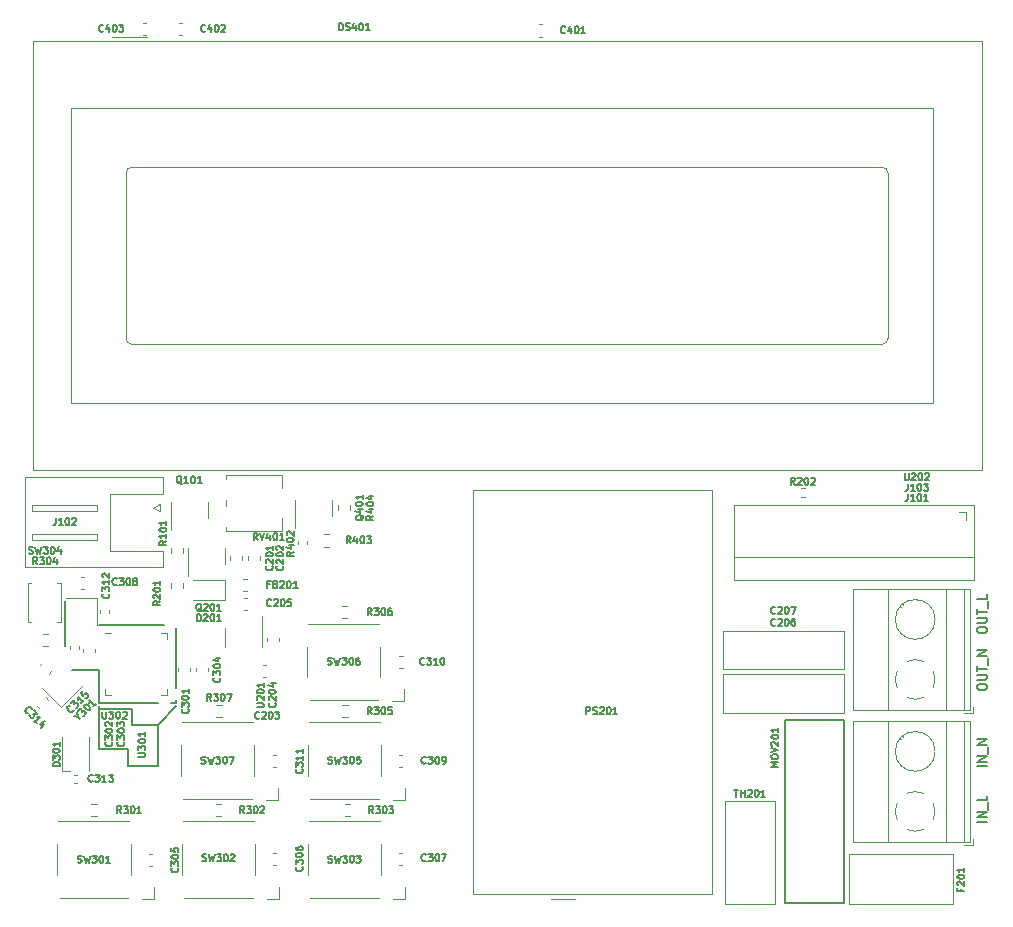
<source format=gbr>
%TF.GenerationSoftware,KiCad,Pcbnew,(7.0.0)*%
%TF.CreationDate,2023-07-28T08:35:31+03:00*%
%TF.ProjectId,Digital_Timer_Switch,44696769-7461-46c5-9f54-696d65725f53,rev?*%
%TF.SameCoordinates,Original*%
%TF.FileFunction,Legend,Top*%
%TF.FilePolarity,Positive*%
%FSLAX46Y46*%
G04 Gerber Fmt 4.6, Leading zero omitted, Abs format (unit mm)*
G04 Created by KiCad (PCBNEW (7.0.0)) date 2023-07-28 08:35:31*
%MOMM*%
%LPD*%
G01*
G04 APERTURE LIST*
%ADD10C,0.150000*%
%ADD11C,0.200000*%
%ADD12C,0.120000*%
%ADD13C,0.100000*%
G04 APERTURE END LIST*
D10*
X95647000Y-84582000D02*
X95647000Y-87757000D01*
X102108000Y-83820000D02*
X102108000Y-83566000D01*
X98060000Y-89154000D02*
X98060000Y-87757000D01*
X101727000Y-83820000D02*
X102108000Y-83820000D01*
X95631000Y-81026000D02*
X95631000Y-83820000D01*
X95647000Y-84582000D02*
X95647000Y-84328000D01*
X98425000Y-84328000D02*
X98425000Y-85725000D01*
X101092000Y-77216000D02*
X95631000Y-77216000D01*
X100711000Y-85598000D02*
X102108000Y-84074000D01*
X95647000Y-87757000D02*
X98060000Y-87757000D01*
X92710000Y-75184000D02*
X92710000Y-78994000D01*
X95647000Y-84328000D02*
X95631000Y-84074000D01*
X100600000Y-89154000D02*
X100600000Y-85725000D01*
X95631000Y-81026000D02*
X93345000Y-81026000D01*
X95631000Y-83820000D02*
X100584000Y-83820000D01*
X98060000Y-89154000D02*
X100600000Y-89154000D01*
X102108000Y-82550000D02*
X102108000Y-77470000D01*
X95647000Y-84328000D02*
X98425000Y-84328000D01*
X98425000Y-85725000D02*
X100600000Y-85725000D01*
D11*
X169967904Y-82588142D02*
X169967904Y-82435761D01*
X169967904Y-82435761D02*
X170006000Y-82359571D01*
X170006000Y-82359571D02*
X170082190Y-82283380D01*
X170082190Y-82283380D02*
X170234571Y-82245285D01*
X170234571Y-82245285D02*
X170501238Y-82245285D01*
X170501238Y-82245285D02*
X170653619Y-82283380D01*
X170653619Y-82283380D02*
X170729809Y-82359571D01*
X170729809Y-82359571D02*
X170767904Y-82435761D01*
X170767904Y-82435761D02*
X170767904Y-82588142D01*
X170767904Y-82588142D02*
X170729809Y-82664333D01*
X170729809Y-82664333D02*
X170653619Y-82740523D01*
X170653619Y-82740523D02*
X170501238Y-82778619D01*
X170501238Y-82778619D02*
X170234571Y-82778619D01*
X170234571Y-82778619D02*
X170082190Y-82740523D01*
X170082190Y-82740523D02*
X170006000Y-82664333D01*
X170006000Y-82664333D02*
X169967904Y-82588142D01*
X169967904Y-81902428D02*
X170615523Y-81902428D01*
X170615523Y-81902428D02*
X170691714Y-81864333D01*
X170691714Y-81864333D02*
X170729809Y-81826238D01*
X170729809Y-81826238D02*
X170767904Y-81750047D01*
X170767904Y-81750047D02*
X170767904Y-81597666D01*
X170767904Y-81597666D02*
X170729809Y-81521476D01*
X170729809Y-81521476D02*
X170691714Y-81483381D01*
X170691714Y-81483381D02*
X170615523Y-81445285D01*
X170615523Y-81445285D02*
X169967904Y-81445285D01*
X169967904Y-81178619D02*
X169967904Y-80721476D01*
X170767904Y-80950048D02*
X169967904Y-80950048D01*
X170844095Y-80645286D02*
X170844095Y-80035762D01*
X170767904Y-79845285D02*
X169967904Y-79845285D01*
X169967904Y-79845285D02*
X170767904Y-79388142D01*
X170767904Y-79388142D02*
X169967904Y-79388142D01*
X170767904Y-89217523D02*
X169967904Y-89217523D01*
X170767904Y-88836571D02*
X169967904Y-88836571D01*
X169967904Y-88836571D02*
X170767904Y-88379428D01*
X170767904Y-88379428D02*
X169967904Y-88379428D01*
X170844095Y-88188953D02*
X170844095Y-87579429D01*
X170767904Y-87388952D02*
X169967904Y-87388952D01*
X169967904Y-87388952D02*
X170767904Y-86931809D01*
X170767904Y-86931809D02*
X169967904Y-86931809D01*
X170767904Y-93916523D02*
X169967904Y-93916523D01*
X170767904Y-93535571D02*
X169967904Y-93535571D01*
X169967904Y-93535571D02*
X170767904Y-93078428D01*
X170767904Y-93078428D02*
X169967904Y-93078428D01*
X170844095Y-92887953D02*
X170844095Y-92278429D01*
X170767904Y-91707000D02*
X170767904Y-92087952D01*
X170767904Y-92087952D02*
X169967904Y-92087952D01*
X169967904Y-77762142D02*
X169967904Y-77609761D01*
X169967904Y-77609761D02*
X170006000Y-77533571D01*
X170006000Y-77533571D02*
X170082190Y-77457380D01*
X170082190Y-77457380D02*
X170234571Y-77419285D01*
X170234571Y-77419285D02*
X170501238Y-77419285D01*
X170501238Y-77419285D02*
X170653619Y-77457380D01*
X170653619Y-77457380D02*
X170729809Y-77533571D01*
X170729809Y-77533571D02*
X170767904Y-77609761D01*
X170767904Y-77609761D02*
X170767904Y-77762142D01*
X170767904Y-77762142D02*
X170729809Y-77838333D01*
X170729809Y-77838333D02*
X170653619Y-77914523D01*
X170653619Y-77914523D02*
X170501238Y-77952619D01*
X170501238Y-77952619D02*
X170234571Y-77952619D01*
X170234571Y-77952619D02*
X170082190Y-77914523D01*
X170082190Y-77914523D02*
X170006000Y-77838333D01*
X170006000Y-77838333D02*
X169967904Y-77762142D01*
X169967904Y-77076428D02*
X170615523Y-77076428D01*
X170615523Y-77076428D02*
X170691714Y-77038333D01*
X170691714Y-77038333D02*
X170729809Y-77000238D01*
X170729809Y-77000238D02*
X170767904Y-76924047D01*
X170767904Y-76924047D02*
X170767904Y-76771666D01*
X170767904Y-76771666D02*
X170729809Y-76695476D01*
X170729809Y-76695476D02*
X170691714Y-76657381D01*
X170691714Y-76657381D02*
X170615523Y-76619285D01*
X170615523Y-76619285D02*
X169967904Y-76619285D01*
X169967904Y-76352619D02*
X169967904Y-75895476D01*
X170767904Y-76124048D02*
X169967904Y-76124048D01*
X170844095Y-75819286D02*
X170844095Y-75209762D01*
X170767904Y-74638333D02*
X170767904Y-75019285D01*
X170767904Y-75019285D02*
X169967904Y-75019285D01*
D10*
%TO.C,R404*%
X118838428Y-67981428D02*
X118552714Y-68181428D01*
X118838428Y-68324285D02*
X118238428Y-68324285D01*
X118238428Y-68324285D02*
X118238428Y-68095714D01*
X118238428Y-68095714D02*
X118267000Y-68038571D01*
X118267000Y-68038571D02*
X118295571Y-68010000D01*
X118295571Y-68010000D02*
X118352714Y-67981428D01*
X118352714Y-67981428D02*
X118438428Y-67981428D01*
X118438428Y-67981428D02*
X118495571Y-68010000D01*
X118495571Y-68010000D02*
X118524142Y-68038571D01*
X118524142Y-68038571D02*
X118552714Y-68095714D01*
X118552714Y-68095714D02*
X118552714Y-68324285D01*
X118438428Y-67467143D02*
X118838428Y-67467143D01*
X118209857Y-67610000D02*
X118638428Y-67752857D01*
X118638428Y-67752857D02*
X118638428Y-67381428D01*
X118238428Y-67038571D02*
X118238428Y-66981428D01*
X118238428Y-66981428D02*
X118267000Y-66924285D01*
X118267000Y-66924285D02*
X118295571Y-66895714D01*
X118295571Y-66895714D02*
X118352714Y-66867142D01*
X118352714Y-66867142D02*
X118467000Y-66838571D01*
X118467000Y-66838571D02*
X118609857Y-66838571D01*
X118609857Y-66838571D02*
X118724142Y-66867142D01*
X118724142Y-66867142D02*
X118781285Y-66895714D01*
X118781285Y-66895714D02*
X118809857Y-66924285D01*
X118809857Y-66924285D02*
X118838428Y-66981428D01*
X118838428Y-66981428D02*
X118838428Y-67038571D01*
X118838428Y-67038571D02*
X118809857Y-67095714D01*
X118809857Y-67095714D02*
X118781285Y-67124285D01*
X118781285Y-67124285D02*
X118724142Y-67152856D01*
X118724142Y-67152856D02*
X118609857Y-67181428D01*
X118609857Y-67181428D02*
X118467000Y-67181428D01*
X118467000Y-67181428D02*
X118352714Y-67152856D01*
X118352714Y-67152856D02*
X118295571Y-67124285D01*
X118295571Y-67124285D02*
X118267000Y-67095714D01*
X118267000Y-67095714D02*
X118238428Y-67038571D01*
X118438428Y-66324285D02*
X118838428Y-66324285D01*
X118209857Y-66467142D02*
X118638428Y-66609999D01*
X118638428Y-66609999D02*
X118638428Y-66238570D01*
%TO.C,SW307*%
X104292570Y-88964857D02*
X104378285Y-88993428D01*
X104378285Y-88993428D02*
X104521142Y-88993428D01*
X104521142Y-88993428D02*
X104578285Y-88964857D01*
X104578285Y-88964857D02*
X104606856Y-88936285D01*
X104606856Y-88936285D02*
X104635427Y-88879142D01*
X104635427Y-88879142D02*
X104635427Y-88822000D01*
X104635427Y-88822000D02*
X104606856Y-88764857D01*
X104606856Y-88764857D02*
X104578285Y-88736285D01*
X104578285Y-88736285D02*
X104521142Y-88707714D01*
X104521142Y-88707714D02*
X104406856Y-88679142D01*
X104406856Y-88679142D02*
X104349713Y-88650571D01*
X104349713Y-88650571D02*
X104321142Y-88622000D01*
X104321142Y-88622000D02*
X104292570Y-88564857D01*
X104292570Y-88564857D02*
X104292570Y-88507714D01*
X104292570Y-88507714D02*
X104321142Y-88450571D01*
X104321142Y-88450571D02*
X104349713Y-88422000D01*
X104349713Y-88422000D02*
X104406856Y-88393428D01*
X104406856Y-88393428D02*
X104549713Y-88393428D01*
X104549713Y-88393428D02*
X104635427Y-88422000D01*
X104835428Y-88393428D02*
X104978285Y-88993428D01*
X104978285Y-88993428D02*
X105092571Y-88564857D01*
X105092571Y-88564857D02*
X105206856Y-88993428D01*
X105206856Y-88993428D02*
X105349714Y-88393428D01*
X105521142Y-88393428D02*
X105892570Y-88393428D01*
X105892570Y-88393428D02*
X105692570Y-88622000D01*
X105692570Y-88622000D02*
X105778285Y-88622000D01*
X105778285Y-88622000D02*
X105835428Y-88650571D01*
X105835428Y-88650571D02*
X105863999Y-88679142D01*
X105863999Y-88679142D02*
X105892570Y-88736285D01*
X105892570Y-88736285D02*
X105892570Y-88879142D01*
X105892570Y-88879142D02*
X105863999Y-88936285D01*
X105863999Y-88936285D02*
X105835428Y-88964857D01*
X105835428Y-88964857D02*
X105778285Y-88993428D01*
X105778285Y-88993428D02*
X105606856Y-88993428D01*
X105606856Y-88993428D02*
X105549713Y-88964857D01*
X105549713Y-88964857D02*
X105521142Y-88936285D01*
X106263999Y-88393428D02*
X106321142Y-88393428D01*
X106321142Y-88393428D02*
X106378285Y-88422000D01*
X106378285Y-88422000D02*
X106406857Y-88450571D01*
X106406857Y-88450571D02*
X106435428Y-88507714D01*
X106435428Y-88507714D02*
X106463999Y-88622000D01*
X106463999Y-88622000D02*
X106463999Y-88764857D01*
X106463999Y-88764857D02*
X106435428Y-88879142D01*
X106435428Y-88879142D02*
X106406857Y-88936285D01*
X106406857Y-88936285D02*
X106378285Y-88964857D01*
X106378285Y-88964857D02*
X106321142Y-88993428D01*
X106321142Y-88993428D02*
X106263999Y-88993428D01*
X106263999Y-88993428D02*
X106206857Y-88964857D01*
X106206857Y-88964857D02*
X106178285Y-88936285D01*
X106178285Y-88936285D02*
X106149714Y-88879142D01*
X106149714Y-88879142D02*
X106121142Y-88764857D01*
X106121142Y-88764857D02*
X106121142Y-88622000D01*
X106121142Y-88622000D02*
X106149714Y-88507714D01*
X106149714Y-88507714D02*
X106178285Y-88450571D01*
X106178285Y-88450571D02*
X106206857Y-88422000D01*
X106206857Y-88422000D02*
X106263999Y-88393428D01*
X106664000Y-88393428D02*
X107064000Y-88393428D01*
X107064000Y-88393428D02*
X106806857Y-88993428D01*
%TO.C,D201*%
X103904314Y-76928428D02*
X103904314Y-76328428D01*
X103904314Y-76328428D02*
X104047171Y-76328428D01*
X104047171Y-76328428D02*
X104132885Y-76357000D01*
X104132885Y-76357000D02*
X104190028Y-76414142D01*
X104190028Y-76414142D02*
X104218599Y-76471285D01*
X104218599Y-76471285D02*
X104247171Y-76585571D01*
X104247171Y-76585571D02*
X104247171Y-76671285D01*
X104247171Y-76671285D02*
X104218599Y-76785571D01*
X104218599Y-76785571D02*
X104190028Y-76842714D01*
X104190028Y-76842714D02*
X104132885Y-76899857D01*
X104132885Y-76899857D02*
X104047171Y-76928428D01*
X104047171Y-76928428D02*
X103904314Y-76928428D01*
X104475742Y-76385571D02*
X104504314Y-76357000D01*
X104504314Y-76357000D02*
X104561457Y-76328428D01*
X104561457Y-76328428D02*
X104704314Y-76328428D01*
X104704314Y-76328428D02*
X104761457Y-76357000D01*
X104761457Y-76357000D02*
X104790028Y-76385571D01*
X104790028Y-76385571D02*
X104818599Y-76442714D01*
X104818599Y-76442714D02*
X104818599Y-76499857D01*
X104818599Y-76499857D02*
X104790028Y-76585571D01*
X104790028Y-76585571D02*
X104447171Y-76928428D01*
X104447171Y-76928428D02*
X104818599Y-76928428D01*
X105190028Y-76328428D02*
X105247171Y-76328428D01*
X105247171Y-76328428D02*
X105304314Y-76357000D01*
X105304314Y-76357000D02*
X105332886Y-76385571D01*
X105332886Y-76385571D02*
X105361457Y-76442714D01*
X105361457Y-76442714D02*
X105390028Y-76557000D01*
X105390028Y-76557000D02*
X105390028Y-76699857D01*
X105390028Y-76699857D02*
X105361457Y-76814142D01*
X105361457Y-76814142D02*
X105332886Y-76871285D01*
X105332886Y-76871285D02*
X105304314Y-76899857D01*
X105304314Y-76899857D02*
X105247171Y-76928428D01*
X105247171Y-76928428D02*
X105190028Y-76928428D01*
X105190028Y-76928428D02*
X105132886Y-76899857D01*
X105132886Y-76899857D02*
X105104314Y-76871285D01*
X105104314Y-76871285D02*
X105075743Y-76814142D01*
X105075743Y-76814142D02*
X105047171Y-76699857D01*
X105047171Y-76699857D02*
X105047171Y-76557000D01*
X105047171Y-76557000D02*
X105075743Y-76442714D01*
X105075743Y-76442714D02*
X105104314Y-76385571D01*
X105104314Y-76385571D02*
X105132886Y-76357000D01*
X105132886Y-76357000D02*
X105190028Y-76328428D01*
X105961457Y-76928428D02*
X105618600Y-76928428D01*
X105790029Y-76928428D02*
X105790029Y-76328428D01*
X105790029Y-76328428D02*
X105732886Y-76414142D01*
X105732886Y-76414142D02*
X105675743Y-76471285D01*
X105675743Y-76471285D02*
X105618600Y-76499857D01*
%TO.C,RV401*%
X109053428Y-70070428D02*
X108853428Y-69784714D01*
X108710571Y-70070428D02*
X108710571Y-69470428D01*
X108710571Y-69470428D02*
X108939142Y-69470428D01*
X108939142Y-69470428D02*
X108996285Y-69499000D01*
X108996285Y-69499000D02*
X109024856Y-69527571D01*
X109024856Y-69527571D02*
X109053428Y-69584714D01*
X109053428Y-69584714D02*
X109053428Y-69670428D01*
X109053428Y-69670428D02*
X109024856Y-69727571D01*
X109024856Y-69727571D02*
X108996285Y-69756142D01*
X108996285Y-69756142D02*
X108939142Y-69784714D01*
X108939142Y-69784714D02*
X108710571Y-69784714D01*
X109224856Y-69470428D02*
X109424856Y-70070428D01*
X109424856Y-70070428D02*
X109624856Y-69470428D01*
X110082000Y-69670428D02*
X110082000Y-70070428D01*
X109939142Y-69441857D02*
X109796285Y-69870428D01*
X109796285Y-69870428D02*
X110167714Y-69870428D01*
X110510571Y-69470428D02*
X110567714Y-69470428D01*
X110567714Y-69470428D02*
X110624857Y-69499000D01*
X110624857Y-69499000D02*
X110653429Y-69527571D01*
X110653429Y-69527571D02*
X110682000Y-69584714D01*
X110682000Y-69584714D02*
X110710571Y-69699000D01*
X110710571Y-69699000D02*
X110710571Y-69841857D01*
X110710571Y-69841857D02*
X110682000Y-69956142D01*
X110682000Y-69956142D02*
X110653429Y-70013285D01*
X110653429Y-70013285D02*
X110624857Y-70041857D01*
X110624857Y-70041857D02*
X110567714Y-70070428D01*
X110567714Y-70070428D02*
X110510571Y-70070428D01*
X110510571Y-70070428D02*
X110453429Y-70041857D01*
X110453429Y-70041857D02*
X110424857Y-70013285D01*
X110424857Y-70013285D02*
X110396286Y-69956142D01*
X110396286Y-69956142D02*
X110367714Y-69841857D01*
X110367714Y-69841857D02*
X110367714Y-69699000D01*
X110367714Y-69699000D02*
X110396286Y-69584714D01*
X110396286Y-69584714D02*
X110424857Y-69527571D01*
X110424857Y-69527571D02*
X110453429Y-69499000D01*
X110453429Y-69499000D02*
X110510571Y-69470428D01*
X111282000Y-70070428D02*
X110939143Y-70070428D01*
X111110572Y-70070428D02*
X111110572Y-69470428D01*
X111110572Y-69470428D02*
X111053429Y-69556142D01*
X111053429Y-69556142D02*
X110996286Y-69613285D01*
X110996286Y-69613285D02*
X110939143Y-69641857D01*
%TO.C,R202*%
X154524571Y-65371428D02*
X154324571Y-65085714D01*
X154181714Y-65371428D02*
X154181714Y-64771428D01*
X154181714Y-64771428D02*
X154410285Y-64771428D01*
X154410285Y-64771428D02*
X154467428Y-64800000D01*
X154467428Y-64800000D02*
X154495999Y-64828571D01*
X154495999Y-64828571D02*
X154524571Y-64885714D01*
X154524571Y-64885714D02*
X154524571Y-64971428D01*
X154524571Y-64971428D02*
X154495999Y-65028571D01*
X154495999Y-65028571D02*
X154467428Y-65057142D01*
X154467428Y-65057142D02*
X154410285Y-65085714D01*
X154410285Y-65085714D02*
X154181714Y-65085714D01*
X154753142Y-64828571D02*
X154781714Y-64800000D01*
X154781714Y-64800000D02*
X154838857Y-64771428D01*
X154838857Y-64771428D02*
X154981714Y-64771428D01*
X154981714Y-64771428D02*
X155038857Y-64800000D01*
X155038857Y-64800000D02*
X155067428Y-64828571D01*
X155067428Y-64828571D02*
X155095999Y-64885714D01*
X155095999Y-64885714D02*
X155095999Y-64942857D01*
X155095999Y-64942857D02*
X155067428Y-65028571D01*
X155067428Y-65028571D02*
X154724571Y-65371428D01*
X154724571Y-65371428D02*
X155095999Y-65371428D01*
X155467428Y-64771428D02*
X155524571Y-64771428D01*
X155524571Y-64771428D02*
X155581714Y-64800000D01*
X155581714Y-64800000D02*
X155610286Y-64828571D01*
X155610286Y-64828571D02*
X155638857Y-64885714D01*
X155638857Y-64885714D02*
X155667428Y-65000000D01*
X155667428Y-65000000D02*
X155667428Y-65142857D01*
X155667428Y-65142857D02*
X155638857Y-65257142D01*
X155638857Y-65257142D02*
X155610286Y-65314285D01*
X155610286Y-65314285D02*
X155581714Y-65342857D01*
X155581714Y-65342857D02*
X155524571Y-65371428D01*
X155524571Y-65371428D02*
X155467428Y-65371428D01*
X155467428Y-65371428D02*
X155410286Y-65342857D01*
X155410286Y-65342857D02*
X155381714Y-65314285D01*
X155381714Y-65314285D02*
X155353143Y-65257142D01*
X155353143Y-65257142D02*
X155324571Y-65142857D01*
X155324571Y-65142857D02*
X155324571Y-65000000D01*
X155324571Y-65000000D02*
X155353143Y-64885714D01*
X155353143Y-64885714D02*
X155381714Y-64828571D01*
X155381714Y-64828571D02*
X155410286Y-64800000D01*
X155410286Y-64800000D02*
X155467428Y-64771428D01*
X155896000Y-64828571D02*
X155924572Y-64800000D01*
X155924572Y-64800000D02*
X155981715Y-64771428D01*
X155981715Y-64771428D02*
X156124572Y-64771428D01*
X156124572Y-64771428D02*
X156181715Y-64800000D01*
X156181715Y-64800000D02*
X156210286Y-64828571D01*
X156210286Y-64828571D02*
X156238857Y-64885714D01*
X156238857Y-64885714D02*
X156238857Y-64942857D01*
X156238857Y-64942857D02*
X156210286Y-65028571D01*
X156210286Y-65028571D02*
X155867429Y-65371428D01*
X155867429Y-65371428D02*
X156238857Y-65371428D01*
%TO.C,C315*%
X93493688Y-84410231D02*
X93493688Y-84450637D01*
X93493688Y-84450637D02*
X93453282Y-84531449D01*
X93453282Y-84531449D02*
X93412876Y-84571855D01*
X93412876Y-84571855D02*
X93332064Y-84612261D01*
X93332064Y-84612261D02*
X93251252Y-84612261D01*
X93251252Y-84612261D02*
X93190642Y-84592058D01*
X93190642Y-84592058D02*
X93089627Y-84531449D01*
X93089627Y-84531449D02*
X93029018Y-84470840D01*
X93029018Y-84470840D02*
X92968409Y-84369825D01*
X92968409Y-84369825D02*
X92948206Y-84309215D01*
X92948206Y-84309215D02*
X92948206Y-84228403D01*
X92948206Y-84228403D02*
X92988612Y-84147591D01*
X92988612Y-84147591D02*
X93029018Y-84107185D01*
X93029018Y-84107185D02*
X93109830Y-84066779D01*
X93109830Y-84066779D02*
X93150236Y-84066779D01*
X93251252Y-83884951D02*
X93513891Y-83622312D01*
X93513891Y-83622312D02*
X93534094Y-83925358D01*
X93534094Y-83925358D02*
X93594703Y-83864748D01*
X93594703Y-83864748D02*
X93655313Y-83844545D01*
X93655313Y-83844545D02*
X93695719Y-83844545D01*
X93695719Y-83844545D02*
X93756328Y-83864748D01*
X93756328Y-83864748D02*
X93857343Y-83965764D01*
X93857343Y-83965764D02*
X93877546Y-84026373D01*
X93877546Y-84026373D02*
X93877546Y-84066779D01*
X93877546Y-84066779D02*
X93857343Y-84127388D01*
X93857343Y-84127388D02*
X93736125Y-84248606D01*
X93736125Y-84248606D02*
X93675516Y-84268809D01*
X93675516Y-84268809D02*
X93635109Y-84268809D01*
X94342217Y-83642514D02*
X94099780Y-83884951D01*
X94220998Y-83763733D02*
X93796734Y-83339469D01*
X93796734Y-83339469D02*
X93816937Y-83440484D01*
X93816937Y-83440484D02*
X93816937Y-83521296D01*
X93816937Y-83521296D02*
X93796734Y-83581905D01*
X94301811Y-82834392D02*
X94099780Y-83036423D01*
X94099780Y-83036423D02*
X94281608Y-83258656D01*
X94281608Y-83258656D02*
X94281608Y-83218250D01*
X94281608Y-83218250D02*
X94301811Y-83157641D01*
X94301811Y-83157641D02*
X94402826Y-83056626D01*
X94402826Y-83056626D02*
X94463435Y-83036423D01*
X94463435Y-83036423D02*
X94503841Y-83036423D01*
X94503841Y-83036423D02*
X94564450Y-83056626D01*
X94564450Y-83056626D02*
X94665466Y-83157641D01*
X94665466Y-83157641D02*
X94685669Y-83218250D01*
X94685669Y-83218250D02*
X94685669Y-83258656D01*
X94685669Y-83258656D02*
X94665466Y-83319265D01*
X94665466Y-83319265D02*
X94564450Y-83420281D01*
X94564450Y-83420281D02*
X94503841Y-83440484D01*
X94503841Y-83440484D02*
X94463435Y-83440484D01*
%TO.C,SW302*%
X104355570Y-97219857D02*
X104441285Y-97248428D01*
X104441285Y-97248428D02*
X104584142Y-97248428D01*
X104584142Y-97248428D02*
X104641285Y-97219857D01*
X104641285Y-97219857D02*
X104669856Y-97191285D01*
X104669856Y-97191285D02*
X104698427Y-97134142D01*
X104698427Y-97134142D02*
X104698427Y-97077000D01*
X104698427Y-97077000D02*
X104669856Y-97019857D01*
X104669856Y-97019857D02*
X104641285Y-96991285D01*
X104641285Y-96991285D02*
X104584142Y-96962714D01*
X104584142Y-96962714D02*
X104469856Y-96934142D01*
X104469856Y-96934142D02*
X104412713Y-96905571D01*
X104412713Y-96905571D02*
X104384142Y-96877000D01*
X104384142Y-96877000D02*
X104355570Y-96819857D01*
X104355570Y-96819857D02*
X104355570Y-96762714D01*
X104355570Y-96762714D02*
X104384142Y-96705571D01*
X104384142Y-96705571D02*
X104412713Y-96677000D01*
X104412713Y-96677000D02*
X104469856Y-96648428D01*
X104469856Y-96648428D02*
X104612713Y-96648428D01*
X104612713Y-96648428D02*
X104698427Y-96677000D01*
X104898428Y-96648428D02*
X105041285Y-97248428D01*
X105041285Y-97248428D02*
X105155571Y-96819857D01*
X105155571Y-96819857D02*
X105269856Y-97248428D01*
X105269856Y-97248428D02*
X105412714Y-96648428D01*
X105584142Y-96648428D02*
X105955570Y-96648428D01*
X105955570Y-96648428D02*
X105755570Y-96877000D01*
X105755570Y-96877000D02*
X105841285Y-96877000D01*
X105841285Y-96877000D02*
X105898428Y-96905571D01*
X105898428Y-96905571D02*
X105926999Y-96934142D01*
X105926999Y-96934142D02*
X105955570Y-96991285D01*
X105955570Y-96991285D02*
X105955570Y-97134142D01*
X105955570Y-97134142D02*
X105926999Y-97191285D01*
X105926999Y-97191285D02*
X105898428Y-97219857D01*
X105898428Y-97219857D02*
X105841285Y-97248428D01*
X105841285Y-97248428D02*
X105669856Y-97248428D01*
X105669856Y-97248428D02*
X105612713Y-97219857D01*
X105612713Y-97219857D02*
X105584142Y-97191285D01*
X106326999Y-96648428D02*
X106384142Y-96648428D01*
X106384142Y-96648428D02*
X106441285Y-96677000D01*
X106441285Y-96677000D02*
X106469857Y-96705571D01*
X106469857Y-96705571D02*
X106498428Y-96762714D01*
X106498428Y-96762714D02*
X106526999Y-96877000D01*
X106526999Y-96877000D02*
X106526999Y-97019857D01*
X106526999Y-97019857D02*
X106498428Y-97134142D01*
X106498428Y-97134142D02*
X106469857Y-97191285D01*
X106469857Y-97191285D02*
X106441285Y-97219857D01*
X106441285Y-97219857D02*
X106384142Y-97248428D01*
X106384142Y-97248428D02*
X106326999Y-97248428D01*
X106326999Y-97248428D02*
X106269857Y-97219857D01*
X106269857Y-97219857D02*
X106241285Y-97191285D01*
X106241285Y-97191285D02*
X106212714Y-97134142D01*
X106212714Y-97134142D02*
X106184142Y-97019857D01*
X106184142Y-97019857D02*
X106184142Y-96877000D01*
X106184142Y-96877000D02*
X106212714Y-96762714D01*
X106212714Y-96762714D02*
X106241285Y-96705571D01*
X106241285Y-96705571D02*
X106269857Y-96677000D01*
X106269857Y-96677000D02*
X106326999Y-96648428D01*
X106755571Y-96705571D02*
X106784143Y-96677000D01*
X106784143Y-96677000D02*
X106841286Y-96648428D01*
X106841286Y-96648428D02*
X106984143Y-96648428D01*
X106984143Y-96648428D02*
X107041286Y-96677000D01*
X107041286Y-96677000D02*
X107069857Y-96705571D01*
X107069857Y-96705571D02*
X107098428Y-96762714D01*
X107098428Y-96762714D02*
X107098428Y-96819857D01*
X107098428Y-96819857D02*
X107069857Y-96905571D01*
X107069857Y-96905571D02*
X106727000Y-97248428D01*
X106727000Y-97248428D02*
X107098428Y-97248428D01*
%TO.C,C203*%
X109183571Y-85126285D02*
X109154999Y-85154857D01*
X109154999Y-85154857D02*
X109069285Y-85183428D01*
X109069285Y-85183428D02*
X109012142Y-85183428D01*
X109012142Y-85183428D02*
X108926428Y-85154857D01*
X108926428Y-85154857D02*
X108869285Y-85097714D01*
X108869285Y-85097714D02*
X108840714Y-85040571D01*
X108840714Y-85040571D02*
X108812142Y-84926285D01*
X108812142Y-84926285D02*
X108812142Y-84840571D01*
X108812142Y-84840571D02*
X108840714Y-84726285D01*
X108840714Y-84726285D02*
X108869285Y-84669142D01*
X108869285Y-84669142D02*
X108926428Y-84612000D01*
X108926428Y-84612000D02*
X109012142Y-84583428D01*
X109012142Y-84583428D02*
X109069285Y-84583428D01*
X109069285Y-84583428D02*
X109154999Y-84612000D01*
X109154999Y-84612000D02*
X109183571Y-84640571D01*
X109412142Y-84640571D02*
X109440714Y-84612000D01*
X109440714Y-84612000D02*
X109497857Y-84583428D01*
X109497857Y-84583428D02*
X109640714Y-84583428D01*
X109640714Y-84583428D02*
X109697857Y-84612000D01*
X109697857Y-84612000D02*
X109726428Y-84640571D01*
X109726428Y-84640571D02*
X109754999Y-84697714D01*
X109754999Y-84697714D02*
X109754999Y-84754857D01*
X109754999Y-84754857D02*
X109726428Y-84840571D01*
X109726428Y-84840571D02*
X109383571Y-85183428D01*
X109383571Y-85183428D02*
X109754999Y-85183428D01*
X110126428Y-84583428D02*
X110183571Y-84583428D01*
X110183571Y-84583428D02*
X110240714Y-84612000D01*
X110240714Y-84612000D02*
X110269286Y-84640571D01*
X110269286Y-84640571D02*
X110297857Y-84697714D01*
X110297857Y-84697714D02*
X110326428Y-84812000D01*
X110326428Y-84812000D02*
X110326428Y-84954857D01*
X110326428Y-84954857D02*
X110297857Y-85069142D01*
X110297857Y-85069142D02*
X110269286Y-85126285D01*
X110269286Y-85126285D02*
X110240714Y-85154857D01*
X110240714Y-85154857D02*
X110183571Y-85183428D01*
X110183571Y-85183428D02*
X110126428Y-85183428D01*
X110126428Y-85183428D02*
X110069286Y-85154857D01*
X110069286Y-85154857D02*
X110040714Y-85126285D01*
X110040714Y-85126285D02*
X110012143Y-85069142D01*
X110012143Y-85069142D02*
X109983571Y-84954857D01*
X109983571Y-84954857D02*
X109983571Y-84812000D01*
X109983571Y-84812000D02*
X110012143Y-84697714D01*
X110012143Y-84697714D02*
X110040714Y-84640571D01*
X110040714Y-84640571D02*
X110069286Y-84612000D01*
X110069286Y-84612000D02*
X110126428Y-84583428D01*
X110526429Y-84583428D02*
X110897857Y-84583428D01*
X110897857Y-84583428D02*
X110697857Y-84812000D01*
X110697857Y-84812000D02*
X110783572Y-84812000D01*
X110783572Y-84812000D02*
X110840715Y-84840571D01*
X110840715Y-84840571D02*
X110869286Y-84869142D01*
X110869286Y-84869142D02*
X110897857Y-84926285D01*
X110897857Y-84926285D02*
X110897857Y-85069142D01*
X110897857Y-85069142D02*
X110869286Y-85126285D01*
X110869286Y-85126285D02*
X110840715Y-85154857D01*
X110840715Y-85154857D02*
X110783572Y-85183428D01*
X110783572Y-85183428D02*
X110612143Y-85183428D01*
X110612143Y-85183428D02*
X110555000Y-85154857D01*
X110555000Y-85154857D02*
X110526429Y-85126285D01*
%TO.C,U202*%
X163817428Y-64390428D02*
X163817428Y-64876142D01*
X163817428Y-64876142D02*
X163845999Y-64933285D01*
X163845999Y-64933285D02*
X163874571Y-64961857D01*
X163874571Y-64961857D02*
X163931713Y-64990428D01*
X163931713Y-64990428D02*
X164045999Y-64990428D01*
X164045999Y-64990428D02*
X164103142Y-64961857D01*
X164103142Y-64961857D02*
X164131713Y-64933285D01*
X164131713Y-64933285D02*
X164160285Y-64876142D01*
X164160285Y-64876142D02*
X164160285Y-64390428D01*
X164417427Y-64447571D02*
X164445999Y-64419000D01*
X164445999Y-64419000D02*
X164503142Y-64390428D01*
X164503142Y-64390428D02*
X164645999Y-64390428D01*
X164645999Y-64390428D02*
X164703142Y-64419000D01*
X164703142Y-64419000D02*
X164731713Y-64447571D01*
X164731713Y-64447571D02*
X164760284Y-64504714D01*
X164760284Y-64504714D02*
X164760284Y-64561857D01*
X164760284Y-64561857D02*
X164731713Y-64647571D01*
X164731713Y-64647571D02*
X164388856Y-64990428D01*
X164388856Y-64990428D02*
X164760284Y-64990428D01*
X165131713Y-64390428D02*
X165188856Y-64390428D01*
X165188856Y-64390428D02*
X165245999Y-64419000D01*
X165245999Y-64419000D02*
X165274571Y-64447571D01*
X165274571Y-64447571D02*
X165303142Y-64504714D01*
X165303142Y-64504714D02*
X165331713Y-64619000D01*
X165331713Y-64619000D02*
X165331713Y-64761857D01*
X165331713Y-64761857D02*
X165303142Y-64876142D01*
X165303142Y-64876142D02*
X165274571Y-64933285D01*
X165274571Y-64933285D02*
X165245999Y-64961857D01*
X165245999Y-64961857D02*
X165188856Y-64990428D01*
X165188856Y-64990428D02*
X165131713Y-64990428D01*
X165131713Y-64990428D02*
X165074571Y-64961857D01*
X165074571Y-64961857D02*
X165045999Y-64933285D01*
X165045999Y-64933285D02*
X165017428Y-64876142D01*
X165017428Y-64876142D02*
X164988856Y-64761857D01*
X164988856Y-64761857D02*
X164988856Y-64619000D01*
X164988856Y-64619000D02*
X165017428Y-64504714D01*
X165017428Y-64504714D02*
X165045999Y-64447571D01*
X165045999Y-64447571D02*
X165074571Y-64419000D01*
X165074571Y-64419000D02*
X165131713Y-64390428D01*
X165560285Y-64447571D02*
X165588857Y-64419000D01*
X165588857Y-64419000D02*
X165646000Y-64390428D01*
X165646000Y-64390428D02*
X165788857Y-64390428D01*
X165788857Y-64390428D02*
X165846000Y-64419000D01*
X165846000Y-64419000D02*
X165874571Y-64447571D01*
X165874571Y-64447571D02*
X165903142Y-64504714D01*
X165903142Y-64504714D02*
X165903142Y-64561857D01*
X165903142Y-64561857D02*
X165874571Y-64647571D01*
X165874571Y-64647571D02*
X165531714Y-64990428D01*
X165531714Y-64990428D02*
X165903142Y-64990428D01*
%TO.C,SW301*%
X93814570Y-97346857D02*
X93900285Y-97375428D01*
X93900285Y-97375428D02*
X94043142Y-97375428D01*
X94043142Y-97375428D02*
X94100285Y-97346857D01*
X94100285Y-97346857D02*
X94128856Y-97318285D01*
X94128856Y-97318285D02*
X94157427Y-97261142D01*
X94157427Y-97261142D02*
X94157427Y-97204000D01*
X94157427Y-97204000D02*
X94128856Y-97146857D01*
X94128856Y-97146857D02*
X94100285Y-97118285D01*
X94100285Y-97118285D02*
X94043142Y-97089714D01*
X94043142Y-97089714D02*
X93928856Y-97061142D01*
X93928856Y-97061142D02*
X93871713Y-97032571D01*
X93871713Y-97032571D02*
X93843142Y-97004000D01*
X93843142Y-97004000D02*
X93814570Y-96946857D01*
X93814570Y-96946857D02*
X93814570Y-96889714D01*
X93814570Y-96889714D02*
X93843142Y-96832571D01*
X93843142Y-96832571D02*
X93871713Y-96804000D01*
X93871713Y-96804000D02*
X93928856Y-96775428D01*
X93928856Y-96775428D02*
X94071713Y-96775428D01*
X94071713Y-96775428D02*
X94157427Y-96804000D01*
X94357428Y-96775428D02*
X94500285Y-97375428D01*
X94500285Y-97375428D02*
X94614571Y-96946857D01*
X94614571Y-96946857D02*
X94728856Y-97375428D01*
X94728856Y-97375428D02*
X94871714Y-96775428D01*
X95043142Y-96775428D02*
X95414570Y-96775428D01*
X95414570Y-96775428D02*
X95214570Y-97004000D01*
X95214570Y-97004000D02*
X95300285Y-97004000D01*
X95300285Y-97004000D02*
X95357428Y-97032571D01*
X95357428Y-97032571D02*
X95385999Y-97061142D01*
X95385999Y-97061142D02*
X95414570Y-97118285D01*
X95414570Y-97118285D02*
X95414570Y-97261142D01*
X95414570Y-97261142D02*
X95385999Y-97318285D01*
X95385999Y-97318285D02*
X95357428Y-97346857D01*
X95357428Y-97346857D02*
X95300285Y-97375428D01*
X95300285Y-97375428D02*
X95128856Y-97375428D01*
X95128856Y-97375428D02*
X95071713Y-97346857D01*
X95071713Y-97346857D02*
X95043142Y-97318285D01*
X95785999Y-96775428D02*
X95843142Y-96775428D01*
X95843142Y-96775428D02*
X95900285Y-96804000D01*
X95900285Y-96804000D02*
X95928857Y-96832571D01*
X95928857Y-96832571D02*
X95957428Y-96889714D01*
X95957428Y-96889714D02*
X95985999Y-97004000D01*
X95985999Y-97004000D02*
X95985999Y-97146857D01*
X95985999Y-97146857D02*
X95957428Y-97261142D01*
X95957428Y-97261142D02*
X95928857Y-97318285D01*
X95928857Y-97318285D02*
X95900285Y-97346857D01*
X95900285Y-97346857D02*
X95843142Y-97375428D01*
X95843142Y-97375428D02*
X95785999Y-97375428D01*
X95785999Y-97375428D02*
X95728857Y-97346857D01*
X95728857Y-97346857D02*
X95700285Y-97318285D01*
X95700285Y-97318285D02*
X95671714Y-97261142D01*
X95671714Y-97261142D02*
X95643142Y-97146857D01*
X95643142Y-97146857D02*
X95643142Y-97004000D01*
X95643142Y-97004000D02*
X95671714Y-96889714D01*
X95671714Y-96889714D02*
X95700285Y-96832571D01*
X95700285Y-96832571D02*
X95728857Y-96804000D01*
X95728857Y-96804000D02*
X95785999Y-96775428D01*
X96557428Y-97375428D02*
X96214571Y-97375428D01*
X96386000Y-97375428D02*
X96386000Y-96775428D01*
X96386000Y-96775428D02*
X96328857Y-96861142D01*
X96328857Y-96861142D02*
X96271714Y-96918285D01*
X96271714Y-96918285D02*
X96214571Y-96946857D01*
%TO.C,R302*%
X107913571Y-93184428D02*
X107713571Y-92898714D01*
X107570714Y-93184428D02*
X107570714Y-92584428D01*
X107570714Y-92584428D02*
X107799285Y-92584428D01*
X107799285Y-92584428D02*
X107856428Y-92613000D01*
X107856428Y-92613000D02*
X107884999Y-92641571D01*
X107884999Y-92641571D02*
X107913571Y-92698714D01*
X107913571Y-92698714D02*
X107913571Y-92784428D01*
X107913571Y-92784428D02*
X107884999Y-92841571D01*
X107884999Y-92841571D02*
X107856428Y-92870142D01*
X107856428Y-92870142D02*
X107799285Y-92898714D01*
X107799285Y-92898714D02*
X107570714Y-92898714D01*
X108113571Y-92584428D02*
X108484999Y-92584428D01*
X108484999Y-92584428D02*
X108284999Y-92813000D01*
X108284999Y-92813000D02*
X108370714Y-92813000D01*
X108370714Y-92813000D02*
X108427857Y-92841571D01*
X108427857Y-92841571D02*
X108456428Y-92870142D01*
X108456428Y-92870142D02*
X108484999Y-92927285D01*
X108484999Y-92927285D02*
X108484999Y-93070142D01*
X108484999Y-93070142D02*
X108456428Y-93127285D01*
X108456428Y-93127285D02*
X108427857Y-93155857D01*
X108427857Y-93155857D02*
X108370714Y-93184428D01*
X108370714Y-93184428D02*
X108199285Y-93184428D01*
X108199285Y-93184428D02*
X108142142Y-93155857D01*
X108142142Y-93155857D02*
X108113571Y-93127285D01*
X108856428Y-92584428D02*
X108913571Y-92584428D01*
X108913571Y-92584428D02*
X108970714Y-92613000D01*
X108970714Y-92613000D02*
X108999286Y-92641571D01*
X108999286Y-92641571D02*
X109027857Y-92698714D01*
X109027857Y-92698714D02*
X109056428Y-92813000D01*
X109056428Y-92813000D02*
X109056428Y-92955857D01*
X109056428Y-92955857D02*
X109027857Y-93070142D01*
X109027857Y-93070142D02*
X108999286Y-93127285D01*
X108999286Y-93127285D02*
X108970714Y-93155857D01*
X108970714Y-93155857D02*
X108913571Y-93184428D01*
X108913571Y-93184428D02*
X108856428Y-93184428D01*
X108856428Y-93184428D02*
X108799286Y-93155857D01*
X108799286Y-93155857D02*
X108770714Y-93127285D01*
X108770714Y-93127285D02*
X108742143Y-93070142D01*
X108742143Y-93070142D02*
X108713571Y-92955857D01*
X108713571Y-92955857D02*
X108713571Y-92813000D01*
X108713571Y-92813000D02*
X108742143Y-92698714D01*
X108742143Y-92698714D02*
X108770714Y-92641571D01*
X108770714Y-92641571D02*
X108799286Y-92613000D01*
X108799286Y-92613000D02*
X108856428Y-92584428D01*
X109285000Y-92641571D02*
X109313572Y-92613000D01*
X109313572Y-92613000D02*
X109370715Y-92584428D01*
X109370715Y-92584428D02*
X109513572Y-92584428D01*
X109513572Y-92584428D02*
X109570715Y-92613000D01*
X109570715Y-92613000D02*
X109599286Y-92641571D01*
X109599286Y-92641571D02*
X109627857Y-92698714D01*
X109627857Y-92698714D02*
X109627857Y-92755857D01*
X109627857Y-92755857D02*
X109599286Y-92841571D01*
X109599286Y-92841571D02*
X109256429Y-93184428D01*
X109256429Y-93184428D02*
X109627857Y-93184428D01*
%TO.C,C313*%
X95086571Y-90460285D02*
X95057999Y-90488857D01*
X95057999Y-90488857D02*
X94972285Y-90517428D01*
X94972285Y-90517428D02*
X94915142Y-90517428D01*
X94915142Y-90517428D02*
X94829428Y-90488857D01*
X94829428Y-90488857D02*
X94772285Y-90431714D01*
X94772285Y-90431714D02*
X94743714Y-90374571D01*
X94743714Y-90374571D02*
X94715142Y-90260285D01*
X94715142Y-90260285D02*
X94715142Y-90174571D01*
X94715142Y-90174571D02*
X94743714Y-90060285D01*
X94743714Y-90060285D02*
X94772285Y-90003142D01*
X94772285Y-90003142D02*
X94829428Y-89946000D01*
X94829428Y-89946000D02*
X94915142Y-89917428D01*
X94915142Y-89917428D02*
X94972285Y-89917428D01*
X94972285Y-89917428D02*
X95057999Y-89946000D01*
X95057999Y-89946000D02*
X95086571Y-89974571D01*
X95286571Y-89917428D02*
X95657999Y-89917428D01*
X95657999Y-89917428D02*
X95457999Y-90146000D01*
X95457999Y-90146000D02*
X95543714Y-90146000D01*
X95543714Y-90146000D02*
X95600857Y-90174571D01*
X95600857Y-90174571D02*
X95629428Y-90203142D01*
X95629428Y-90203142D02*
X95657999Y-90260285D01*
X95657999Y-90260285D02*
X95657999Y-90403142D01*
X95657999Y-90403142D02*
X95629428Y-90460285D01*
X95629428Y-90460285D02*
X95600857Y-90488857D01*
X95600857Y-90488857D02*
X95543714Y-90517428D01*
X95543714Y-90517428D02*
X95372285Y-90517428D01*
X95372285Y-90517428D02*
X95315142Y-90488857D01*
X95315142Y-90488857D02*
X95286571Y-90460285D01*
X96229428Y-90517428D02*
X95886571Y-90517428D01*
X96058000Y-90517428D02*
X96058000Y-89917428D01*
X96058000Y-89917428D02*
X96000857Y-90003142D01*
X96000857Y-90003142D02*
X95943714Y-90060285D01*
X95943714Y-90060285D02*
X95886571Y-90088857D01*
X96429429Y-89917428D02*
X96800857Y-89917428D01*
X96800857Y-89917428D02*
X96600857Y-90146000D01*
X96600857Y-90146000D02*
X96686572Y-90146000D01*
X96686572Y-90146000D02*
X96743715Y-90174571D01*
X96743715Y-90174571D02*
X96772286Y-90203142D01*
X96772286Y-90203142D02*
X96800857Y-90260285D01*
X96800857Y-90260285D02*
X96800857Y-90403142D01*
X96800857Y-90403142D02*
X96772286Y-90460285D01*
X96772286Y-90460285D02*
X96743715Y-90488857D01*
X96743715Y-90488857D02*
X96686572Y-90517428D01*
X96686572Y-90517428D02*
X96515143Y-90517428D01*
X96515143Y-90517428D02*
X96458000Y-90488857D01*
X96458000Y-90488857D02*
X96429429Y-90460285D01*
%TO.C,C306*%
X112812285Y-97699428D02*
X112840857Y-97728000D01*
X112840857Y-97728000D02*
X112869428Y-97813714D01*
X112869428Y-97813714D02*
X112869428Y-97870857D01*
X112869428Y-97870857D02*
X112840857Y-97956571D01*
X112840857Y-97956571D02*
X112783714Y-98013714D01*
X112783714Y-98013714D02*
X112726571Y-98042285D01*
X112726571Y-98042285D02*
X112612285Y-98070857D01*
X112612285Y-98070857D02*
X112526571Y-98070857D01*
X112526571Y-98070857D02*
X112412285Y-98042285D01*
X112412285Y-98042285D02*
X112355142Y-98013714D01*
X112355142Y-98013714D02*
X112298000Y-97956571D01*
X112298000Y-97956571D02*
X112269428Y-97870857D01*
X112269428Y-97870857D02*
X112269428Y-97813714D01*
X112269428Y-97813714D02*
X112298000Y-97728000D01*
X112298000Y-97728000D02*
X112326571Y-97699428D01*
X112269428Y-97499428D02*
X112269428Y-97128000D01*
X112269428Y-97128000D02*
X112498000Y-97328000D01*
X112498000Y-97328000D02*
X112498000Y-97242285D01*
X112498000Y-97242285D02*
X112526571Y-97185143D01*
X112526571Y-97185143D02*
X112555142Y-97156571D01*
X112555142Y-97156571D02*
X112612285Y-97128000D01*
X112612285Y-97128000D02*
X112755142Y-97128000D01*
X112755142Y-97128000D02*
X112812285Y-97156571D01*
X112812285Y-97156571D02*
X112840857Y-97185143D01*
X112840857Y-97185143D02*
X112869428Y-97242285D01*
X112869428Y-97242285D02*
X112869428Y-97413714D01*
X112869428Y-97413714D02*
X112840857Y-97470857D01*
X112840857Y-97470857D02*
X112812285Y-97499428D01*
X112269428Y-96756571D02*
X112269428Y-96699428D01*
X112269428Y-96699428D02*
X112298000Y-96642285D01*
X112298000Y-96642285D02*
X112326571Y-96613714D01*
X112326571Y-96613714D02*
X112383714Y-96585142D01*
X112383714Y-96585142D02*
X112498000Y-96556571D01*
X112498000Y-96556571D02*
X112640857Y-96556571D01*
X112640857Y-96556571D02*
X112755142Y-96585142D01*
X112755142Y-96585142D02*
X112812285Y-96613714D01*
X112812285Y-96613714D02*
X112840857Y-96642285D01*
X112840857Y-96642285D02*
X112869428Y-96699428D01*
X112869428Y-96699428D02*
X112869428Y-96756571D01*
X112869428Y-96756571D02*
X112840857Y-96813714D01*
X112840857Y-96813714D02*
X112812285Y-96842285D01*
X112812285Y-96842285D02*
X112755142Y-96870856D01*
X112755142Y-96870856D02*
X112640857Y-96899428D01*
X112640857Y-96899428D02*
X112498000Y-96899428D01*
X112498000Y-96899428D02*
X112383714Y-96870856D01*
X112383714Y-96870856D02*
X112326571Y-96842285D01*
X112326571Y-96842285D02*
X112298000Y-96813714D01*
X112298000Y-96813714D02*
X112269428Y-96756571D01*
X112269428Y-96042285D02*
X112269428Y-96156570D01*
X112269428Y-96156570D02*
X112298000Y-96213713D01*
X112298000Y-96213713D02*
X112326571Y-96242285D01*
X112326571Y-96242285D02*
X112412285Y-96299427D01*
X112412285Y-96299427D02*
X112526571Y-96327999D01*
X112526571Y-96327999D02*
X112755142Y-96327999D01*
X112755142Y-96327999D02*
X112812285Y-96299427D01*
X112812285Y-96299427D02*
X112840857Y-96270856D01*
X112840857Y-96270856D02*
X112869428Y-96213713D01*
X112869428Y-96213713D02*
X112869428Y-96099427D01*
X112869428Y-96099427D02*
X112840857Y-96042285D01*
X112840857Y-96042285D02*
X112812285Y-96013713D01*
X112812285Y-96013713D02*
X112755142Y-95985142D01*
X112755142Y-95985142D02*
X112612285Y-95985142D01*
X112612285Y-95985142D02*
X112555142Y-96013713D01*
X112555142Y-96013713D02*
X112526571Y-96042285D01*
X112526571Y-96042285D02*
X112498000Y-96099427D01*
X112498000Y-96099427D02*
X112498000Y-96213713D01*
X112498000Y-96213713D02*
X112526571Y-96270856D01*
X112526571Y-96270856D02*
X112555142Y-96299427D01*
X112555142Y-96299427D02*
X112612285Y-96327999D01*
%TO.C,R307*%
X105119571Y-83659428D02*
X104919571Y-83373714D01*
X104776714Y-83659428D02*
X104776714Y-83059428D01*
X104776714Y-83059428D02*
X105005285Y-83059428D01*
X105005285Y-83059428D02*
X105062428Y-83088000D01*
X105062428Y-83088000D02*
X105090999Y-83116571D01*
X105090999Y-83116571D02*
X105119571Y-83173714D01*
X105119571Y-83173714D02*
X105119571Y-83259428D01*
X105119571Y-83259428D02*
X105090999Y-83316571D01*
X105090999Y-83316571D02*
X105062428Y-83345142D01*
X105062428Y-83345142D02*
X105005285Y-83373714D01*
X105005285Y-83373714D02*
X104776714Y-83373714D01*
X105319571Y-83059428D02*
X105690999Y-83059428D01*
X105690999Y-83059428D02*
X105490999Y-83288000D01*
X105490999Y-83288000D02*
X105576714Y-83288000D01*
X105576714Y-83288000D02*
X105633857Y-83316571D01*
X105633857Y-83316571D02*
X105662428Y-83345142D01*
X105662428Y-83345142D02*
X105690999Y-83402285D01*
X105690999Y-83402285D02*
X105690999Y-83545142D01*
X105690999Y-83545142D02*
X105662428Y-83602285D01*
X105662428Y-83602285D02*
X105633857Y-83630857D01*
X105633857Y-83630857D02*
X105576714Y-83659428D01*
X105576714Y-83659428D02*
X105405285Y-83659428D01*
X105405285Y-83659428D02*
X105348142Y-83630857D01*
X105348142Y-83630857D02*
X105319571Y-83602285D01*
X106062428Y-83059428D02*
X106119571Y-83059428D01*
X106119571Y-83059428D02*
X106176714Y-83088000D01*
X106176714Y-83088000D02*
X106205286Y-83116571D01*
X106205286Y-83116571D02*
X106233857Y-83173714D01*
X106233857Y-83173714D02*
X106262428Y-83288000D01*
X106262428Y-83288000D02*
X106262428Y-83430857D01*
X106262428Y-83430857D02*
X106233857Y-83545142D01*
X106233857Y-83545142D02*
X106205286Y-83602285D01*
X106205286Y-83602285D02*
X106176714Y-83630857D01*
X106176714Y-83630857D02*
X106119571Y-83659428D01*
X106119571Y-83659428D02*
X106062428Y-83659428D01*
X106062428Y-83659428D02*
X106005286Y-83630857D01*
X106005286Y-83630857D02*
X105976714Y-83602285D01*
X105976714Y-83602285D02*
X105948143Y-83545142D01*
X105948143Y-83545142D02*
X105919571Y-83430857D01*
X105919571Y-83430857D02*
X105919571Y-83288000D01*
X105919571Y-83288000D02*
X105948143Y-83173714D01*
X105948143Y-83173714D02*
X105976714Y-83116571D01*
X105976714Y-83116571D02*
X106005286Y-83088000D01*
X106005286Y-83088000D02*
X106062428Y-83059428D01*
X106462429Y-83059428D02*
X106862429Y-83059428D01*
X106862429Y-83059428D02*
X106605286Y-83659428D01*
%TO.C,FB201*%
X110053571Y-73820142D02*
X109853571Y-73820142D01*
X109853571Y-74134428D02*
X109853571Y-73534428D01*
X109853571Y-73534428D02*
X110139285Y-73534428D01*
X110567857Y-73820142D02*
X110653571Y-73848714D01*
X110653571Y-73848714D02*
X110682142Y-73877285D01*
X110682142Y-73877285D02*
X110710714Y-73934428D01*
X110710714Y-73934428D02*
X110710714Y-74020142D01*
X110710714Y-74020142D02*
X110682142Y-74077285D01*
X110682142Y-74077285D02*
X110653571Y-74105857D01*
X110653571Y-74105857D02*
X110596428Y-74134428D01*
X110596428Y-74134428D02*
X110367857Y-74134428D01*
X110367857Y-74134428D02*
X110367857Y-73534428D01*
X110367857Y-73534428D02*
X110567857Y-73534428D01*
X110567857Y-73534428D02*
X110625000Y-73563000D01*
X110625000Y-73563000D02*
X110653571Y-73591571D01*
X110653571Y-73591571D02*
X110682142Y-73648714D01*
X110682142Y-73648714D02*
X110682142Y-73705857D01*
X110682142Y-73705857D02*
X110653571Y-73763000D01*
X110653571Y-73763000D02*
X110625000Y-73791571D01*
X110625000Y-73791571D02*
X110567857Y-73820142D01*
X110567857Y-73820142D02*
X110367857Y-73820142D01*
X110939285Y-73591571D02*
X110967857Y-73563000D01*
X110967857Y-73563000D02*
X111025000Y-73534428D01*
X111025000Y-73534428D02*
X111167857Y-73534428D01*
X111167857Y-73534428D02*
X111225000Y-73563000D01*
X111225000Y-73563000D02*
X111253571Y-73591571D01*
X111253571Y-73591571D02*
X111282142Y-73648714D01*
X111282142Y-73648714D02*
X111282142Y-73705857D01*
X111282142Y-73705857D02*
X111253571Y-73791571D01*
X111253571Y-73791571D02*
X110910714Y-74134428D01*
X110910714Y-74134428D02*
X111282142Y-74134428D01*
X111653571Y-73534428D02*
X111710714Y-73534428D01*
X111710714Y-73534428D02*
X111767857Y-73563000D01*
X111767857Y-73563000D02*
X111796429Y-73591571D01*
X111796429Y-73591571D02*
X111825000Y-73648714D01*
X111825000Y-73648714D02*
X111853571Y-73763000D01*
X111853571Y-73763000D02*
X111853571Y-73905857D01*
X111853571Y-73905857D02*
X111825000Y-74020142D01*
X111825000Y-74020142D02*
X111796429Y-74077285D01*
X111796429Y-74077285D02*
X111767857Y-74105857D01*
X111767857Y-74105857D02*
X111710714Y-74134428D01*
X111710714Y-74134428D02*
X111653571Y-74134428D01*
X111653571Y-74134428D02*
X111596429Y-74105857D01*
X111596429Y-74105857D02*
X111567857Y-74077285D01*
X111567857Y-74077285D02*
X111539286Y-74020142D01*
X111539286Y-74020142D02*
X111510714Y-73905857D01*
X111510714Y-73905857D02*
X111510714Y-73763000D01*
X111510714Y-73763000D02*
X111539286Y-73648714D01*
X111539286Y-73648714D02*
X111567857Y-73591571D01*
X111567857Y-73591571D02*
X111596429Y-73563000D01*
X111596429Y-73563000D02*
X111653571Y-73534428D01*
X112425000Y-74134428D02*
X112082143Y-74134428D01*
X112253572Y-74134428D02*
X112253572Y-73534428D01*
X112253572Y-73534428D02*
X112196429Y-73620142D01*
X112196429Y-73620142D02*
X112139286Y-73677285D01*
X112139286Y-73677285D02*
X112082143Y-73705857D01*
%TO.C,C301*%
X103160285Y-84364428D02*
X103188857Y-84393000D01*
X103188857Y-84393000D02*
X103217428Y-84478714D01*
X103217428Y-84478714D02*
X103217428Y-84535857D01*
X103217428Y-84535857D02*
X103188857Y-84621571D01*
X103188857Y-84621571D02*
X103131714Y-84678714D01*
X103131714Y-84678714D02*
X103074571Y-84707285D01*
X103074571Y-84707285D02*
X102960285Y-84735857D01*
X102960285Y-84735857D02*
X102874571Y-84735857D01*
X102874571Y-84735857D02*
X102760285Y-84707285D01*
X102760285Y-84707285D02*
X102703142Y-84678714D01*
X102703142Y-84678714D02*
X102646000Y-84621571D01*
X102646000Y-84621571D02*
X102617428Y-84535857D01*
X102617428Y-84535857D02*
X102617428Y-84478714D01*
X102617428Y-84478714D02*
X102646000Y-84393000D01*
X102646000Y-84393000D02*
X102674571Y-84364428D01*
X102617428Y-84164428D02*
X102617428Y-83793000D01*
X102617428Y-83793000D02*
X102846000Y-83993000D01*
X102846000Y-83993000D02*
X102846000Y-83907285D01*
X102846000Y-83907285D02*
X102874571Y-83850143D01*
X102874571Y-83850143D02*
X102903142Y-83821571D01*
X102903142Y-83821571D02*
X102960285Y-83793000D01*
X102960285Y-83793000D02*
X103103142Y-83793000D01*
X103103142Y-83793000D02*
X103160285Y-83821571D01*
X103160285Y-83821571D02*
X103188857Y-83850143D01*
X103188857Y-83850143D02*
X103217428Y-83907285D01*
X103217428Y-83907285D02*
X103217428Y-84078714D01*
X103217428Y-84078714D02*
X103188857Y-84135857D01*
X103188857Y-84135857D02*
X103160285Y-84164428D01*
X102617428Y-83421571D02*
X102617428Y-83364428D01*
X102617428Y-83364428D02*
X102646000Y-83307285D01*
X102646000Y-83307285D02*
X102674571Y-83278714D01*
X102674571Y-83278714D02*
X102731714Y-83250142D01*
X102731714Y-83250142D02*
X102846000Y-83221571D01*
X102846000Y-83221571D02*
X102988857Y-83221571D01*
X102988857Y-83221571D02*
X103103142Y-83250142D01*
X103103142Y-83250142D02*
X103160285Y-83278714D01*
X103160285Y-83278714D02*
X103188857Y-83307285D01*
X103188857Y-83307285D02*
X103217428Y-83364428D01*
X103217428Y-83364428D02*
X103217428Y-83421571D01*
X103217428Y-83421571D02*
X103188857Y-83478714D01*
X103188857Y-83478714D02*
X103160285Y-83507285D01*
X103160285Y-83507285D02*
X103103142Y-83535856D01*
X103103142Y-83535856D02*
X102988857Y-83564428D01*
X102988857Y-83564428D02*
X102846000Y-83564428D01*
X102846000Y-83564428D02*
X102731714Y-83535856D01*
X102731714Y-83535856D02*
X102674571Y-83507285D01*
X102674571Y-83507285D02*
X102646000Y-83478714D01*
X102646000Y-83478714D02*
X102617428Y-83421571D01*
X103217428Y-82650142D02*
X103217428Y-82992999D01*
X103217428Y-82821570D02*
X102617428Y-82821570D01*
X102617428Y-82821570D02*
X102703142Y-82878713D01*
X102703142Y-82878713D02*
X102760285Y-82935856D01*
X102760285Y-82935856D02*
X102788857Y-82992999D01*
%TO.C,R402*%
X112107428Y-71029428D02*
X111821714Y-71229428D01*
X112107428Y-71372285D02*
X111507428Y-71372285D01*
X111507428Y-71372285D02*
X111507428Y-71143714D01*
X111507428Y-71143714D02*
X111536000Y-71086571D01*
X111536000Y-71086571D02*
X111564571Y-71058000D01*
X111564571Y-71058000D02*
X111621714Y-71029428D01*
X111621714Y-71029428D02*
X111707428Y-71029428D01*
X111707428Y-71029428D02*
X111764571Y-71058000D01*
X111764571Y-71058000D02*
X111793142Y-71086571D01*
X111793142Y-71086571D02*
X111821714Y-71143714D01*
X111821714Y-71143714D02*
X111821714Y-71372285D01*
X111707428Y-70515143D02*
X112107428Y-70515143D01*
X111478857Y-70658000D02*
X111907428Y-70800857D01*
X111907428Y-70800857D02*
X111907428Y-70429428D01*
X111507428Y-70086571D02*
X111507428Y-70029428D01*
X111507428Y-70029428D02*
X111536000Y-69972285D01*
X111536000Y-69972285D02*
X111564571Y-69943714D01*
X111564571Y-69943714D02*
X111621714Y-69915142D01*
X111621714Y-69915142D02*
X111736000Y-69886571D01*
X111736000Y-69886571D02*
X111878857Y-69886571D01*
X111878857Y-69886571D02*
X111993142Y-69915142D01*
X111993142Y-69915142D02*
X112050285Y-69943714D01*
X112050285Y-69943714D02*
X112078857Y-69972285D01*
X112078857Y-69972285D02*
X112107428Y-70029428D01*
X112107428Y-70029428D02*
X112107428Y-70086571D01*
X112107428Y-70086571D02*
X112078857Y-70143714D01*
X112078857Y-70143714D02*
X112050285Y-70172285D01*
X112050285Y-70172285D02*
X111993142Y-70200856D01*
X111993142Y-70200856D02*
X111878857Y-70229428D01*
X111878857Y-70229428D02*
X111736000Y-70229428D01*
X111736000Y-70229428D02*
X111621714Y-70200856D01*
X111621714Y-70200856D02*
X111564571Y-70172285D01*
X111564571Y-70172285D02*
X111536000Y-70143714D01*
X111536000Y-70143714D02*
X111507428Y-70086571D01*
X111564571Y-69657999D02*
X111536000Y-69629427D01*
X111536000Y-69629427D02*
X111507428Y-69572285D01*
X111507428Y-69572285D02*
X111507428Y-69429427D01*
X111507428Y-69429427D02*
X111536000Y-69372285D01*
X111536000Y-69372285D02*
X111564571Y-69343713D01*
X111564571Y-69343713D02*
X111621714Y-69315142D01*
X111621714Y-69315142D02*
X111678857Y-69315142D01*
X111678857Y-69315142D02*
X111764571Y-69343713D01*
X111764571Y-69343713D02*
X112107428Y-69686570D01*
X112107428Y-69686570D02*
X112107428Y-69315142D01*
%TO.C,R306*%
X118708571Y-76420428D02*
X118508571Y-76134714D01*
X118365714Y-76420428D02*
X118365714Y-75820428D01*
X118365714Y-75820428D02*
X118594285Y-75820428D01*
X118594285Y-75820428D02*
X118651428Y-75849000D01*
X118651428Y-75849000D02*
X118679999Y-75877571D01*
X118679999Y-75877571D02*
X118708571Y-75934714D01*
X118708571Y-75934714D02*
X118708571Y-76020428D01*
X118708571Y-76020428D02*
X118679999Y-76077571D01*
X118679999Y-76077571D02*
X118651428Y-76106142D01*
X118651428Y-76106142D02*
X118594285Y-76134714D01*
X118594285Y-76134714D02*
X118365714Y-76134714D01*
X118908571Y-75820428D02*
X119279999Y-75820428D01*
X119279999Y-75820428D02*
X119079999Y-76049000D01*
X119079999Y-76049000D02*
X119165714Y-76049000D01*
X119165714Y-76049000D02*
X119222857Y-76077571D01*
X119222857Y-76077571D02*
X119251428Y-76106142D01*
X119251428Y-76106142D02*
X119279999Y-76163285D01*
X119279999Y-76163285D02*
X119279999Y-76306142D01*
X119279999Y-76306142D02*
X119251428Y-76363285D01*
X119251428Y-76363285D02*
X119222857Y-76391857D01*
X119222857Y-76391857D02*
X119165714Y-76420428D01*
X119165714Y-76420428D02*
X118994285Y-76420428D01*
X118994285Y-76420428D02*
X118937142Y-76391857D01*
X118937142Y-76391857D02*
X118908571Y-76363285D01*
X119651428Y-75820428D02*
X119708571Y-75820428D01*
X119708571Y-75820428D02*
X119765714Y-75849000D01*
X119765714Y-75849000D02*
X119794286Y-75877571D01*
X119794286Y-75877571D02*
X119822857Y-75934714D01*
X119822857Y-75934714D02*
X119851428Y-76049000D01*
X119851428Y-76049000D02*
X119851428Y-76191857D01*
X119851428Y-76191857D02*
X119822857Y-76306142D01*
X119822857Y-76306142D02*
X119794286Y-76363285D01*
X119794286Y-76363285D02*
X119765714Y-76391857D01*
X119765714Y-76391857D02*
X119708571Y-76420428D01*
X119708571Y-76420428D02*
X119651428Y-76420428D01*
X119651428Y-76420428D02*
X119594286Y-76391857D01*
X119594286Y-76391857D02*
X119565714Y-76363285D01*
X119565714Y-76363285D02*
X119537143Y-76306142D01*
X119537143Y-76306142D02*
X119508571Y-76191857D01*
X119508571Y-76191857D02*
X119508571Y-76049000D01*
X119508571Y-76049000D02*
X119537143Y-75934714D01*
X119537143Y-75934714D02*
X119565714Y-75877571D01*
X119565714Y-75877571D02*
X119594286Y-75849000D01*
X119594286Y-75849000D02*
X119651428Y-75820428D01*
X120365715Y-75820428D02*
X120251429Y-75820428D01*
X120251429Y-75820428D02*
X120194286Y-75849000D01*
X120194286Y-75849000D02*
X120165715Y-75877571D01*
X120165715Y-75877571D02*
X120108572Y-75963285D01*
X120108572Y-75963285D02*
X120080000Y-76077571D01*
X120080000Y-76077571D02*
X120080000Y-76306142D01*
X120080000Y-76306142D02*
X120108572Y-76363285D01*
X120108572Y-76363285D02*
X120137143Y-76391857D01*
X120137143Y-76391857D02*
X120194286Y-76420428D01*
X120194286Y-76420428D02*
X120308572Y-76420428D01*
X120308572Y-76420428D02*
X120365715Y-76391857D01*
X120365715Y-76391857D02*
X120394286Y-76363285D01*
X120394286Y-76363285D02*
X120422857Y-76306142D01*
X120422857Y-76306142D02*
X120422857Y-76163285D01*
X120422857Y-76163285D02*
X120394286Y-76106142D01*
X120394286Y-76106142D02*
X120365715Y-76077571D01*
X120365715Y-76077571D02*
X120308572Y-76049000D01*
X120308572Y-76049000D02*
X120194286Y-76049000D01*
X120194286Y-76049000D02*
X120137143Y-76077571D01*
X120137143Y-76077571D02*
X120108572Y-76106142D01*
X120108572Y-76106142D02*
X120080000Y-76163285D01*
%TO.C,C307*%
X123280571Y-97191285D02*
X123251999Y-97219857D01*
X123251999Y-97219857D02*
X123166285Y-97248428D01*
X123166285Y-97248428D02*
X123109142Y-97248428D01*
X123109142Y-97248428D02*
X123023428Y-97219857D01*
X123023428Y-97219857D02*
X122966285Y-97162714D01*
X122966285Y-97162714D02*
X122937714Y-97105571D01*
X122937714Y-97105571D02*
X122909142Y-96991285D01*
X122909142Y-96991285D02*
X122909142Y-96905571D01*
X122909142Y-96905571D02*
X122937714Y-96791285D01*
X122937714Y-96791285D02*
X122966285Y-96734142D01*
X122966285Y-96734142D02*
X123023428Y-96677000D01*
X123023428Y-96677000D02*
X123109142Y-96648428D01*
X123109142Y-96648428D02*
X123166285Y-96648428D01*
X123166285Y-96648428D02*
X123251999Y-96677000D01*
X123251999Y-96677000D02*
X123280571Y-96705571D01*
X123480571Y-96648428D02*
X123851999Y-96648428D01*
X123851999Y-96648428D02*
X123651999Y-96877000D01*
X123651999Y-96877000D02*
X123737714Y-96877000D01*
X123737714Y-96877000D02*
X123794857Y-96905571D01*
X123794857Y-96905571D02*
X123823428Y-96934142D01*
X123823428Y-96934142D02*
X123851999Y-96991285D01*
X123851999Y-96991285D02*
X123851999Y-97134142D01*
X123851999Y-97134142D02*
X123823428Y-97191285D01*
X123823428Y-97191285D02*
X123794857Y-97219857D01*
X123794857Y-97219857D02*
X123737714Y-97248428D01*
X123737714Y-97248428D02*
X123566285Y-97248428D01*
X123566285Y-97248428D02*
X123509142Y-97219857D01*
X123509142Y-97219857D02*
X123480571Y-97191285D01*
X124223428Y-96648428D02*
X124280571Y-96648428D01*
X124280571Y-96648428D02*
X124337714Y-96677000D01*
X124337714Y-96677000D02*
X124366286Y-96705571D01*
X124366286Y-96705571D02*
X124394857Y-96762714D01*
X124394857Y-96762714D02*
X124423428Y-96877000D01*
X124423428Y-96877000D02*
X124423428Y-97019857D01*
X124423428Y-97019857D02*
X124394857Y-97134142D01*
X124394857Y-97134142D02*
X124366286Y-97191285D01*
X124366286Y-97191285D02*
X124337714Y-97219857D01*
X124337714Y-97219857D02*
X124280571Y-97248428D01*
X124280571Y-97248428D02*
X124223428Y-97248428D01*
X124223428Y-97248428D02*
X124166286Y-97219857D01*
X124166286Y-97219857D02*
X124137714Y-97191285D01*
X124137714Y-97191285D02*
X124109143Y-97134142D01*
X124109143Y-97134142D02*
X124080571Y-97019857D01*
X124080571Y-97019857D02*
X124080571Y-96877000D01*
X124080571Y-96877000D02*
X124109143Y-96762714D01*
X124109143Y-96762714D02*
X124137714Y-96705571D01*
X124137714Y-96705571D02*
X124166286Y-96677000D01*
X124166286Y-96677000D02*
X124223428Y-96648428D01*
X124623429Y-96648428D02*
X125023429Y-96648428D01*
X125023429Y-96648428D02*
X124766286Y-97248428D01*
%TO.C,C302*%
X96699285Y-87158428D02*
X96727857Y-87187000D01*
X96727857Y-87187000D02*
X96756428Y-87272714D01*
X96756428Y-87272714D02*
X96756428Y-87329857D01*
X96756428Y-87329857D02*
X96727857Y-87415571D01*
X96727857Y-87415571D02*
X96670714Y-87472714D01*
X96670714Y-87472714D02*
X96613571Y-87501285D01*
X96613571Y-87501285D02*
X96499285Y-87529857D01*
X96499285Y-87529857D02*
X96413571Y-87529857D01*
X96413571Y-87529857D02*
X96299285Y-87501285D01*
X96299285Y-87501285D02*
X96242142Y-87472714D01*
X96242142Y-87472714D02*
X96185000Y-87415571D01*
X96185000Y-87415571D02*
X96156428Y-87329857D01*
X96156428Y-87329857D02*
X96156428Y-87272714D01*
X96156428Y-87272714D02*
X96185000Y-87187000D01*
X96185000Y-87187000D02*
X96213571Y-87158428D01*
X96156428Y-86958428D02*
X96156428Y-86587000D01*
X96156428Y-86587000D02*
X96385000Y-86787000D01*
X96385000Y-86787000D02*
X96385000Y-86701285D01*
X96385000Y-86701285D02*
X96413571Y-86644143D01*
X96413571Y-86644143D02*
X96442142Y-86615571D01*
X96442142Y-86615571D02*
X96499285Y-86587000D01*
X96499285Y-86587000D02*
X96642142Y-86587000D01*
X96642142Y-86587000D02*
X96699285Y-86615571D01*
X96699285Y-86615571D02*
X96727857Y-86644143D01*
X96727857Y-86644143D02*
X96756428Y-86701285D01*
X96756428Y-86701285D02*
X96756428Y-86872714D01*
X96756428Y-86872714D02*
X96727857Y-86929857D01*
X96727857Y-86929857D02*
X96699285Y-86958428D01*
X96156428Y-86215571D02*
X96156428Y-86158428D01*
X96156428Y-86158428D02*
X96185000Y-86101285D01*
X96185000Y-86101285D02*
X96213571Y-86072714D01*
X96213571Y-86072714D02*
X96270714Y-86044142D01*
X96270714Y-86044142D02*
X96385000Y-86015571D01*
X96385000Y-86015571D02*
X96527857Y-86015571D01*
X96527857Y-86015571D02*
X96642142Y-86044142D01*
X96642142Y-86044142D02*
X96699285Y-86072714D01*
X96699285Y-86072714D02*
X96727857Y-86101285D01*
X96727857Y-86101285D02*
X96756428Y-86158428D01*
X96756428Y-86158428D02*
X96756428Y-86215571D01*
X96756428Y-86215571D02*
X96727857Y-86272714D01*
X96727857Y-86272714D02*
X96699285Y-86301285D01*
X96699285Y-86301285D02*
X96642142Y-86329856D01*
X96642142Y-86329856D02*
X96527857Y-86358428D01*
X96527857Y-86358428D02*
X96385000Y-86358428D01*
X96385000Y-86358428D02*
X96270714Y-86329856D01*
X96270714Y-86329856D02*
X96213571Y-86301285D01*
X96213571Y-86301285D02*
X96185000Y-86272714D01*
X96185000Y-86272714D02*
X96156428Y-86215571D01*
X96213571Y-85786999D02*
X96185000Y-85758427D01*
X96185000Y-85758427D02*
X96156428Y-85701285D01*
X96156428Y-85701285D02*
X96156428Y-85558427D01*
X96156428Y-85558427D02*
X96185000Y-85501285D01*
X96185000Y-85501285D02*
X96213571Y-85472713D01*
X96213571Y-85472713D02*
X96270714Y-85444142D01*
X96270714Y-85444142D02*
X96327857Y-85444142D01*
X96327857Y-85444142D02*
X96413571Y-85472713D01*
X96413571Y-85472713D02*
X96756428Y-85815570D01*
X96756428Y-85815570D02*
X96756428Y-85444142D01*
%TO.C,R301*%
X97499571Y-93184428D02*
X97299571Y-92898714D01*
X97156714Y-93184428D02*
X97156714Y-92584428D01*
X97156714Y-92584428D02*
X97385285Y-92584428D01*
X97385285Y-92584428D02*
X97442428Y-92613000D01*
X97442428Y-92613000D02*
X97470999Y-92641571D01*
X97470999Y-92641571D02*
X97499571Y-92698714D01*
X97499571Y-92698714D02*
X97499571Y-92784428D01*
X97499571Y-92784428D02*
X97470999Y-92841571D01*
X97470999Y-92841571D02*
X97442428Y-92870142D01*
X97442428Y-92870142D02*
X97385285Y-92898714D01*
X97385285Y-92898714D02*
X97156714Y-92898714D01*
X97699571Y-92584428D02*
X98070999Y-92584428D01*
X98070999Y-92584428D02*
X97870999Y-92813000D01*
X97870999Y-92813000D02*
X97956714Y-92813000D01*
X97956714Y-92813000D02*
X98013857Y-92841571D01*
X98013857Y-92841571D02*
X98042428Y-92870142D01*
X98042428Y-92870142D02*
X98070999Y-92927285D01*
X98070999Y-92927285D02*
X98070999Y-93070142D01*
X98070999Y-93070142D02*
X98042428Y-93127285D01*
X98042428Y-93127285D02*
X98013857Y-93155857D01*
X98013857Y-93155857D02*
X97956714Y-93184428D01*
X97956714Y-93184428D02*
X97785285Y-93184428D01*
X97785285Y-93184428D02*
X97728142Y-93155857D01*
X97728142Y-93155857D02*
X97699571Y-93127285D01*
X98442428Y-92584428D02*
X98499571Y-92584428D01*
X98499571Y-92584428D02*
X98556714Y-92613000D01*
X98556714Y-92613000D02*
X98585286Y-92641571D01*
X98585286Y-92641571D02*
X98613857Y-92698714D01*
X98613857Y-92698714D02*
X98642428Y-92813000D01*
X98642428Y-92813000D02*
X98642428Y-92955857D01*
X98642428Y-92955857D02*
X98613857Y-93070142D01*
X98613857Y-93070142D02*
X98585286Y-93127285D01*
X98585286Y-93127285D02*
X98556714Y-93155857D01*
X98556714Y-93155857D02*
X98499571Y-93184428D01*
X98499571Y-93184428D02*
X98442428Y-93184428D01*
X98442428Y-93184428D02*
X98385286Y-93155857D01*
X98385286Y-93155857D02*
X98356714Y-93127285D01*
X98356714Y-93127285D02*
X98328143Y-93070142D01*
X98328143Y-93070142D02*
X98299571Y-92955857D01*
X98299571Y-92955857D02*
X98299571Y-92813000D01*
X98299571Y-92813000D02*
X98328143Y-92698714D01*
X98328143Y-92698714D02*
X98356714Y-92641571D01*
X98356714Y-92641571D02*
X98385286Y-92613000D01*
X98385286Y-92613000D02*
X98442428Y-92584428D01*
X99213857Y-93184428D02*
X98871000Y-93184428D01*
X99042429Y-93184428D02*
X99042429Y-92584428D01*
X99042429Y-92584428D02*
X98985286Y-92670142D01*
X98985286Y-92670142D02*
X98928143Y-92727285D01*
X98928143Y-92727285D02*
X98871000Y-92755857D01*
%TO.C,Q101*%
X102622428Y-65301571D02*
X102565285Y-65273000D01*
X102565285Y-65273000D02*
X102508142Y-65215857D01*
X102508142Y-65215857D02*
X102422428Y-65130142D01*
X102422428Y-65130142D02*
X102365285Y-65101571D01*
X102365285Y-65101571D02*
X102308142Y-65101571D01*
X102336713Y-65244428D02*
X102279571Y-65215857D01*
X102279571Y-65215857D02*
X102222428Y-65158714D01*
X102222428Y-65158714D02*
X102193856Y-65044428D01*
X102193856Y-65044428D02*
X102193856Y-64844428D01*
X102193856Y-64844428D02*
X102222428Y-64730142D01*
X102222428Y-64730142D02*
X102279571Y-64673000D01*
X102279571Y-64673000D02*
X102336713Y-64644428D01*
X102336713Y-64644428D02*
X102450999Y-64644428D01*
X102450999Y-64644428D02*
X102508142Y-64673000D01*
X102508142Y-64673000D02*
X102565285Y-64730142D01*
X102565285Y-64730142D02*
X102593856Y-64844428D01*
X102593856Y-64844428D02*
X102593856Y-65044428D01*
X102593856Y-65044428D02*
X102565285Y-65158714D01*
X102565285Y-65158714D02*
X102508142Y-65215857D01*
X102508142Y-65215857D02*
X102450999Y-65244428D01*
X102450999Y-65244428D02*
X102336713Y-65244428D01*
X103165284Y-65244428D02*
X102822427Y-65244428D01*
X102993856Y-65244428D02*
X102993856Y-64644428D01*
X102993856Y-64644428D02*
X102936713Y-64730142D01*
X102936713Y-64730142D02*
X102879570Y-64787285D01*
X102879570Y-64787285D02*
X102822427Y-64815857D01*
X103536713Y-64644428D02*
X103593856Y-64644428D01*
X103593856Y-64644428D02*
X103650999Y-64673000D01*
X103650999Y-64673000D02*
X103679571Y-64701571D01*
X103679571Y-64701571D02*
X103708142Y-64758714D01*
X103708142Y-64758714D02*
X103736713Y-64873000D01*
X103736713Y-64873000D02*
X103736713Y-65015857D01*
X103736713Y-65015857D02*
X103708142Y-65130142D01*
X103708142Y-65130142D02*
X103679571Y-65187285D01*
X103679571Y-65187285D02*
X103650999Y-65215857D01*
X103650999Y-65215857D02*
X103593856Y-65244428D01*
X103593856Y-65244428D02*
X103536713Y-65244428D01*
X103536713Y-65244428D02*
X103479571Y-65215857D01*
X103479571Y-65215857D02*
X103450999Y-65187285D01*
X103450999Y-65187285D02*
X103422428Y-65130142D01*
X103422428Y-65130142D02*
X103393856Y-65015857D01*
X103393856Y-65015857D02*
X103393856Y-64873000D01*
X103393856Y-64873000D02*
X103422428Y-64758714D01*
X103422428Y-64758714D02*
X103450999Y-64701571D01*
X103450999Y-64701571D02*
X103479571Y-64673000D01*
X103479571Y-64673000D02*
X103536713Y-64644428D01*
X104308142Y-65244428D02*
X103965285Y-65244428D01*
X104136714Y-65244428D02*
X104136714Y-64644428D01*
X104136714Y-64644428D02*
X104079571Y-64730142D01*
X104079571Y-64730142D02*
X104022428Y-64787285D01*
X104022428Y-64787285D02*
X103965285Y-64815857D01*
%TO.C,C204*%
X110526285Y-83856428D02*
X110554857Y-83885000D01*
X110554857Y-83885000D02*
X110583428Y-83970714D01*
X110583428Y-83970714D02*
X110583428Y-84027857D01*
X110583428Y-84027857D02*
X110554857Y-84113571D01*
X110554857Y-84113571D02*
X110497714Y-84170714D01*
X110497714Y-84170714D02*
X110440571Y-84199285D01*
X110440571Y-84199285D02*
X110326285Y-84227857D01*
X110326285Y-84227857D02*
X110240571Y-84227857D01*
X110240571Y-84227857D02*
X110126285Y-84199285D01*
X110126285Y-84199285D02*
X110069142Y-84170714D01*
X110069142Y-84170714D02*
X110012000Y-84113571D01*
X110012000Y-84113571D02*
X109983428Y-84027857D01*
X109983428Y-84027857D02*
X109983428Y-83970714D01*
X109983428Y-83970714D02*
X110012000Y-83885000D01*
X110012000Y-83885000D02*
X110040571Y-83856428D01*
X110040571Y-83627857D02*
X110012000Y-83599285D01*
X110012000Y-83599285D02*
X109983428Y-83542143D01*
X109983428Y-83542143D02*
X109983428Y-83399285D01*
X109983428Y-83399285D02*
X110012000Y-83342143D01*
X110012000Y-83342143D02*
X110040571Y-83313571D01*
X110040571Y-83313571D02*
X110097714Y-83285000D01*
X110097714Y-83285000D02*
X110154857Y-83285000D01*
X110154857Y-83285000D02*
X110240571Y-83313571D01*
X110240571Y-83313571D02*
X110583428Y-83656428D01*
X110583428Y-83656428D02*
X110583428Y-83285000D01*
X109983428Y-82913571D02*
X109983428Y-82856428D01*
X109983428Y-82856428D02*
X110012000Y-82799285D01*
X110012000Y-82799285D02*
X110040571Y-82770714D01*
X110040571Y-82770714D02*
X110097714Y-82742142D01*
X110097714Y-82742142D02*
X110212000Y-82713571D01*
X110212000Y-82713571D02*
X110354857Y-82713571D01*
X110354857Y-82713571D02*
X110469142Y-82742142D01*
X110469142Y-82742142D02*
X110526285Y-82770714D01*
X110526285Y-82770714D02*
X110554857Y-82799285D01*
X110554857Y-82799285D02*
X110583428Y-82856428D01*
X110583428Y-82856428D02*
X110583428Y-82913571D01*
X110583428Y-82913571D02*
X110554857Y-82970714D01*
X110554857Y-82970714D02*
X110526285Y-82999285D01*
X110526285Y-82999285D02*
X110469142Y-83027856D01*
X110469142Y-83027856D02*
X110354857Y-83056428D01*
X110354857Y-83056428D02*
X110212000Y-83056428D01*
X110212000Y-83056428D02*
X110097714Y-83027856D01*
X110097714Y-83027856D02*
X110040571Y-82999285D01*
X110040571Y-82999285D02*
X110012000Y-82970714D01*
X110012000Y-82970714D02*
X109983428Y-82913571D01*
X110183428Y-82199285D02*
X110583428Y-82199285D01*
X109954857Y-82342142D02*
X110383428Y-82484999D01*
X110383428Y-82484999D02*
X110383428Y-82113570D01*
%TO.C,C201*%
X110272285Y-72248628D02*
X110300857Y-72277200D01*
X110300857Y-72277200D02*
X110329428Y-72362914D01*
X110329428Y-72362914D02*
X110329428Y-72420057D01*
X110329428Y-72420057D02*
X110300857Y-72505771D01*
X110300857Y-72505771D02*
X110243714Y-72562914D01*
X110243714Y-72562914D02*
X110186571Y-72591485D01*
X110186571Y-72591485D02*
X110072285Y-72620057D01*
X110072285Y-72620057D02*
X109986571Y-72620057D01*
X109986571Y-72620057D02*
X109872285Y-72591485D01*
X109872285Y-72591485D02*
X109815142Y-72562914D01*
X109815142Y-72562914D02*
X109758000Y-72505771D01*
X109758000Y-72505771D02*
X109729428Y-72420057D01*
X109729428Y-72420057D02*
X109729428Y-72362914D01*
X109729428Y-72362914D02*
X109758000Y-72277200D01*
X109758000Y-72277200D02*
X109786571Y-72248628D01*
X109786571Y-72020057D02*
X109758000Y-71991485D01*
X109758000Y-71991485D02*
X109729428Y-71934343D01*
X109729428Y-71934343D02*
X109729428Y-71791485D01*
X109729428Y-71791485D02*
X109758000Y-71734343D01*
X109758000Y-71734343D02*
X109786571Y-71705771D01*
X109786571Y-71705771D02*
X109843714Y-71677200D01*
X109843714Y-71677200D02*
X109900857Y-71677200D01*
X109900857Y-71677200D02*
X109986571Y-71705771D01*
X109986571Y-71705771D02*
X110329428Y-72048628D01*
X110329428Y-72048628D02*
X110329428Y-71677200D01*
X109729428Y-71305771D02*
X109729428Y-71248628D01*
X109729428Y-71248628D02*
X109758000Y-71191485D01*
X109758000Y-71191485D02*
X109786571Y-71162914D01*
X109786571Y-71162914D02*
X109843714Y-71134342D01*
X109843714Y-71134342D02*
X109958000Y-71105771D01*
X109958000Y-71105771D02*
X110100857Y-71105771D01*
X110100857Y-71105771D02*
X110215142Y-71134342D01*
X110215142Y-71134342D02*
X110272285Y-71162914D01*
X110272285Y-71162914D02*
X110300857Y-71191485D01*
X110300857Y-71191485D02*
X110329428Y-71248628D01*
X110329428Y-71248628D02*
X110329428Y-71305771D01*
X110329428Y-71305771D02*
X110300857Y-71362914D01*
X110300857Y-71362914D02*
X110272285Y-71391485D01*
X110272285Y-71391485D02*
X110215142Y-71420056D01*
X110215142Y-71420056D02*
X110100857Y-71448628D01*
X110100857Y-71448628D02*
X109958000Y-71448628D01*
X109958000Y-71448628D02*
X109843714Y-71420056D01*
X109843714Y-71420056D02*
X109786571Y-71391485D01*
X109786571Y-71391485D02*
X109758000Y-71362914D01*
X109758000Y-71362914D02*
X109729428Y-71305771D01*
X110329428Y-70534342D02*
X110329428Y-70877199D01*
X110329428Y-70705770D02*
X109729428Y-70705770D01*
X109729428Y-70705770D02*
X109815142Y-70762913D01*
X109815142Y-70762913D02*
X109872285Y-70820056D01*
X109872285Y-70820056D02*
X109900857Y-70877199D01*
%TO.C,U302*%
X95888428Y-84583428D02*
X95888428Y-85069142D01*
X95888428Y-85069142D02*
X95916999Y-85126285D01*
X95916999Y-85126285D02*
X95945571Y-85154857D01*
X95945571Y-85154857D02*
X96002713Y-85183428D01*
X96002713Y-85183428D02*
X96116999Y-85183428D01*
X96116999Y-85183428D02*
X96174142Y-85154857D01*
X96174142Y-85154857D02*
X96202713Y-85126285D01*
X96202713Y-85126285D02*
X96231285Y-85069142D01*
X96231285Y-85069142D02*
X96231285Y-84583428D01*
X96459856Y-84583428D02*
X96831284Y-84583428D01*
X96831284Y-84583428D02*
X96631284Y-84812000D01*
X96631284Y-84812000D02*
X96716999Y-84812000D01*
X96716999Y-84812000D02*
X96774142Y-84840571D01*
X96774142Y-84840571D02*
X96802713Y-84869142D01*
X96802713Y-84869142D02*
X96831284Y-84926285D01*
X96831284Y-84926285D02*
X96831284Y-85069142D01*
X96831284Y-85069142D02*
X96802713Y-85126285D01*
X96802713Y-85126285D02*
X96774142Y-85154857D01*
X96774142Y-85154857D02*
X96716999Y-85183428D01*
X96716999Y-85183428D02*
X96545570Y-85183428D01*
X96545570Y-85183428D02*
X96488427Y-85154857D01*
X96488427Y-85154857D02*
X96459856Y-85126285D01*
X97202713Y-84583428D02*
X97259856Y-84583428D01*
X97259856Y-84583428D02*
X97316999Y-84612000D01*
X97316999Y-84612000D02*
X97345571Y-84640571D01*
X97345571Y-84640571D02*
X97374142Y-84697714D01*
X97374142Y-84697714D02*
X97402713Y-84812000D01*
X97402713Y-84812000D02*
X97402713Y-84954857D01*
X97402713Y-84954857D02*
X97374142Y-85069142D01*
X97374142Y-85069142D02*
X97345571Y-85126285D01*
X97345571Y-85126285D02*
X97316999Y-85154857D01*
X97316999Y-85154857D02*
X97259856Y-85183428D01*
X97259856Y-85183428D02*
X97202713Y-85183428D01*
X97202713Y-85183428D02*
X97145571Y-85154857D01*
X97145571Y-85154857D02*
X97116999Y-85126285D01*
X97116999Y-85126285D02*
X97088428Y-85069142D01*
X97088428Y-85069142D02*
X97059856Y-84954857D01*
X97059856Y-84954857D02*
X97059856Y-84812000D01*
X97059856Y-84812000D02*
X97088428Y-84697714D01*
X97088428Y-84697714D02*
X97116999Y-84640571D01*
X97116999Y-84640571D02*
X97145571Y-84612000D01*
X97145571Y-84612000D02*
X97202713Y-84583428D01*
X97631285Y-84640571D02*
X97659857Y-84612000D01*
X97659857Y-84612000D02*
X97717000Y-84583428D01*
X97717000Y-84583428D02*
X97859857Y-84583428D01*
X97859857Y-84583428D02*
X97917000Y-84612000D01*
X97917000Y-84612000D02*
X97945571Y-84640571D01*
X97945571Y-84640571D02*
X97974142Y-84697714D01*
X97974142Y-84697714D02*
X97974142Y-84754857D01*
X97974142Y-84754857D02*
X97945571Y-84840571D01*
X97945571Y-84840571D02*
X97602714Y-85183428D01*
X97602714Y-85183428D02*
X97974142Y-85183428D01*
%TO.C,D301*%
X92295428Y-89203685D02*
X91695428Y-89203685D01*
X91695428Y-89203685D02*
X91695428Y-89060828D01*
X91695428Y-89060828D02*
X91724000Y-88975114D01*
X91724000Y-88975114D02*
X91781142Y-88917971D01*
X91781142Y-88917971D02*
X91838285Y-88889400D01*
X91838285Y-88889400D02*
X91952571Y-88860828D01*
X91952571Y-88860828D02*
X92038285Y-88860828D01*
X92038285Y-88860828D02*
X92152571Y-88889400D01*
X92152571Y-88889400D02*
X92209714Y-88917971D01*
X92209714Y-88917971D02*
X92266857Y-88975114D01*
X92266857Y-88975114D02*
X92295428Y-89060828D01*
X92295428Y-89060828D02*
X92295428Y-89203685D01*
X91695428Y-88660828D02*
X91695428Y-88289400D01*
X91695428Y-88289400D02*
X91924000Y-88489400D01*
X91924000Y-88489400D02*
X91924000Y-88403685D01*
X91924000Y-88403685D02*
X91952571Y-88346543D01*
X91952571Y-88346543D02*
X91981142Y-88317971D01*
X91981142Y-88317971D02*
X92038285Y-88289400D01*
X92038285Y-88289400D02*
X92181142Y-88289400D01*
X92181142Y-88289400D02*
X92238285Y-88317971D01*
X92238285Y-88317971D02*
X92266857Y-88346543D01*
X92266857Y-88346543D02*
X92295428Y-88403685D01*
X92295428Y-88403685D02*
X92295428Y-88575114D01*
X92295428Y-88575114D02*
X92266857Y-88632257D01*
X92266857Y-88632257D02*
X92238285Y-88660828D01*
X91695428Y-87917971D02*
X91695428Y-87860828D01*
X91695428Y-87860828D02*
X91724000Y-87803685D01*
X91724000Y-87803685D02*
X91752571Y-87775114D01*
X91752571Y-87775114D02*
X91809714Y-87746542D01*
X91809714Y-87746542D02*
X91924000Y-87717971D01*
X91924000Y-87717971D02*
X92066857Y-87717971D01*
X92066857Y-87717971D02*
X92181142Y-87746542D01*
X92181142Y-87746542D02*
X92238285Y-87775114D01*
X92238285Y-87775114D02*
X92266857Y-87803685D01*
X92266857Y-87803685D02*
X92295428Y-87860828D01*
X92295428Y-87860828D02*
X92295428Y-87917971D01*
X92295428Y-87917971D02*
X92266857Y-87975114D01*
X92266857Y-87975114D02*
X92238285Y-88003685D01*
X92238285Y-88003685D02*
X92181142Y-88032256D01*
X92181142Y-88032256D02*
X92066857Y-88060828D01*
X92066857Y-88060828D02*
X91924000Y-88060828D01*
X91924000Y-88060828D02*
X91809714Y-88032256D01*
X91809714Y-88032256D02*
X91752571Y-88003685D01*
X91752571Y-88003685D02*
X91724000Y-87975114D01*
X91724000Y-87975114D02*
X91695428Y-87917971D01*
X92295428Y-87146542D02*
X92295428Y-87489399D01*
X92295428Y-87317970D02*
X91695428Y-87317970D01*
X91695428Y-87317970D02*
X91781142Y-87375113D01*
X91781142Y-87375113D02*
X91838285Y-87432256D01*
X91838285Y-87432256D02*
X91866857Y-87489399D01*
%TO.C,J101*%
X164074570Y-66168428D02*
X164074570Y-66597000D01*
X164074570Y-66597000D02*
X164045999Y-66682714D01*
X164045999Y-66682714D02*
X163988856Y-66739857D01*
X163988856Y-66739857D02*
X163903142Y-66768428D01*
X163903142Y-66768428D02*
X163845999Y-66768428D01*
X164674570Y-66768428D02*
X164331713Y-66768428D01*
X164503142Y-66768428D02*
X164503142Y-66168428D01*
X164503142Y-66168428D02*
X164445999Y-66254142D01*
X164445999Y-66254142D02*
X164388856Y-66311285D01*
X164388856Y-66311285D02*
X164331713Y-66339857D01*
X165045999Y-66168428D02*
X165103142Y-66168428D01*
X165103142Y-66168428D02*
X165160285Y-66197000D01*
X165160285Y-66197000D02*
X165188857Y-66225571D01*
X165188857Y-66225571D02*
X165217428Y-66282714D01*
X165217428Y-66282714D02*
X165245999Y-66397000D01*
X165245999Y-66397000D02*
X165245999Y-66539857D01*
X165245999Y-66539857D02*
X165217428Y-66654142D01*
X165217428Y-66654142D02*
X165188857Y-66711285D01*
X165188857Y-66711285D02*
X165160285Y-66739857D01*
X165160285Y-66739857D02*
X165103142Y-66768428D01*
X165103142Y-66768428D02*
X165045999Y-66768428D01*
X165045999Y-66768428D02*
X164988857Y-66739857D01*
X164988857Y-66739857D02*
X164960285Y-66711285D01*
X164960285Y-66711285D02*
X164931714Y-66654142D01*
X164931714Y-66654142D02*
X164903142Y-66539857D01*
X164903142Y-66539857D02*
X164903142Y-66397000D01*
X164903142Y-66397000D02*
X164931714Y-66282714D01*
X164931714Y-66282714D02*
X164960285Y-66225571D01*
X164960285Y-66225571D02*
X164988857Y-66197000D01*
X164988857Y-66197000D02*
X165045999Y-66168428D01*
X165817428Y-66768428D02*
X165474571Y-66768428D01*
X165646000Y-66768428D02*
X165646000Y-66168428D01*
X165646000Y-66168428D02*
X165588857Y-66254142D01*
X165588857Y-66254142D02*
X165531714Y-66311285D01*
X165531714Y-66311285D02*
X165474571Y-66339857D01*
%TO.C,C311*%
X112812285Y-89444428D02*
X112840857Y-89473000D01*
X112840857Y-89473000D02*
X112869428Y-89558714D01*
X112869428Y-89558714D02*
X112869428Y-89615857D01*
X112869428Y-89615857D02*
X112840857Y-89701571D01*
X112840857Y-89701571D02*
X112783714Y-89758714D01*
X112783714Y-89758714D02*
X112726571Y-89787285D01*
X112726571Y-89787285D02*
X112612285Y-89815857D01*
X112612285Y-89815857D02*
X112526571Y-89815857D01*
X112526571Y-89815857D02*
X112412285Y-89787285D01*
X112412285Y-89787285D02*
X112355142Y-89758714D01*
X112355142Y-89758714D02*
X112298000Y-89701571D01*
X112298000Y-89701571D02*
X112269428Y-89615857D01*
X112269428Y-89615857D02*
X112269428Y-89558714D01*
X112269428Y-89558714D02*
X112298000Y-89473000D01*
X112298000Y-89473000D02*
X112326571Y-89444428D01*
X112269428Y-89244428D02*
X112269428Y-88873000D01*
X112269428Y-88873000D02*
X112498000Y-89073000D01*
X112498000Y-89073000D02*
X112498000Y-88987285D01*
X112498000Y-88987285D02*
X112526571Y-88930143D01*
X112526571Y-88930143D02*
X112555142Y-88901571D01*
X112555142Y-88901571D02*
X112612285Y-88873000D01*
X112612285Y-88873000D02*
X112755142Y-88873000D01*
X112755142Y-88873000D02*
X112812285Y-88901571D01*
X112812285Y-88901571D02*
X112840857Y-88930143D01*
X112840857Y-88930143D02*
X112869428Y-88987285D01*
X112869428Y-88987285D02*
X112869428Y-89158714D01*
X112869428Y-89158714D02*
X112840857Y-89215857D01*
X112840857Y-89215857D02*
X112812285Y-89244428D01*
X112869428Y-88301571D02*
X112869428Y-88644428D01*
X112869428Y-88472999D02*
X112269428Y-88472999D01*
X112269428Y-88472999D02*
X112355142Y-88530142D01*
X112355142Y-88530142D02*
X112412285Y-88587285D01*
X112412285Y-88587285D02*
X112440857Y-88644428D01*
X112869428Y-87730142D02*
X112869428Y-88072999D01*
X112869428Y-87901570D02*
X112269428Y-87901570D01*
X112269428Y-87901570D02*
X112355142Y-87958713D01*
X112355142Y-87958713D02*
X112412285Y-88015856D01*
X112412285Y-88015856D02*
X112440857Y-88072999D01*
%TO.C,C207*%
X152871571Y-76236285D02*
X152842999Y-76264857D01*
X152842999Y-76264857D02*
X152757285Y-76293428D01*
X152757285Y-76293428D02*
X152700142Y-76293428D01*
X152700142Y-76293428D02*
X152614428Y-76264857D01*
X152614428Y-76264857D02*
X152557285Y-76207714D01*
X152557285Y-76207714D02*
X152528714Y-76150571D01*
X152528714Y-76150571D02*
X152500142Y-76036285D01*
X152500142Y-76036285D02*
X152500142Y-75950571D01*
X152500142Y-75950571D02*
X152528714Y-75836285D01*
X152528714Y-75836285D02*
X152557285Y-75779142D01*
X152557285Y-75779142D02*
X152614428Y-75722000D01*
X152614428Y-75722000D02*
X152700142Y-75693428D01*
X152700142Y-75693428D02*
X152757285Y-75693428D01*
X152757285Y-75693428D02*
X152842999Y-75722000D01*
X152842999Y-75722000D02*
X152871571Y-75750571D01*
X153100142Y-75750571D02*
X153128714Y-75722000D01*
X153128714Y-75722000D02*
X153185857Y-75693428D01*
X153185857Y-75693428D02*
X153328714Y-75693428D01*
X153328714Y-75693428D02*
X153385857Y-75722000D01*
X153385857Y-75722000D02*
X153414428Y-75750571D01*
X153414428Y-75750571D02*
X153442999Y-75807714D01*
X153442999Y-75807714D02*
X153442999Y-75864857D01*
X153442999Y-75864857D02*
X153414428Y-75950571D01*
X153414428Y-75950571D02*
X153071571Y-76293428D01*
X153071571Y-76293428D02*
X153442999Y-76293428D01*
X153814428Y-75693428D02*
X153871571Y-75693428D01*
X153871571Y-75693428D02*
X153928714Y-75722000D01*
X153928714Y-75722000D02*
X153957286Y-75750571D01*
X153957286Y-75750571D02*
X153985857Y-75807714D01*
X153985857Y-75807714D02*
X154014428Y-75922000D01*
X154014428Y-75922000D02*
X154014428Y-76064857D01*
X154014428Y-76064857D02*
X153985857Y-76179142D01*
X153985857Y-76179142D02*
X153957286Y-76236285D01*
X153957286Y-76236285D02*
X153928714Y-76264857D01*
X153928714Y-76264857D02*
X153871571Y-76293428D01*
X153871571Y-76293428D02*
X153814428Y-76293428D01*
X153814428Y-76293428D02*
X153757286Y-76264857D01*
X153757286Y-76264857D02*
X153728714Y-76236285D01*
X153728714Y-76236285D02*
X153700143Y-76179142D01*
X153700143Y-76179142D02*
X153671571Y-76064857D01*
X153671571Y-76064857D02*
X153671571Y-75922000D01*
X153671571Y-75922000D02*
X153700143Y-75807714D01*
X153700143Y-75807714D02*
X153728714Y-75750571D01*
X153728714Y-75750571D02*
X153757286Y-75722000D01*
X153757286Y-75722000D02*
X153814428Y-75693428D01*
X154214429Y-75693428D02*
X154614429Y-75693428D01*
X154614429Y-75693428D02*
X154357286Y-76293428D01*
%TO.C,C206*%
X152871571Y-77252285D02*
X152842999Y-77280857D01*
X152842999Y-77280857D02*
X152757285Y-77309428D01*
X152757285Y-77309428D02*
X152700142Y-77309428D01*
X152700142Y-77309428D02*
X152614428Y-77280857D01*
X152614428Y-77280857D02*
X152557285Y-77223714D01*
X152557285Y-77223714D02*
X152528714Y-77166571D01*
X152528714Y-77166571D02*
X152500142Y-77052285D01*
X152500142Y-77052285D02*
X152500142Y-76966571D01*
X152500142Y-76966571D02*
X152528714Y-76852285D01*
X152528714Y-76852285D02*
X152557285Y-76795142D01*
X152557285Y-76795142D02*
X152614428Y-76738000D01*
X152614428Y-76738000D02*
X152700142Y-76709428D01*
X152700142Y-76709428D02*
X152757285Y-76709428D01*
X152757285Y-76709428D02*
X152842999Y-76738000D01*
X152842999Y-76738000D02*
X152871571Y-76766571D01*
X153100142Y-76766571D02*
X153128714Y-76738000D01*
X153128714Y-76738000D02*
X153185857Y-76709428D01*
X153185857Y-76709428D02*
X153328714Y-76709428D01*
X153328714Y-76709428D02*
X153385857Y-76738000D01*
X153385857Y-76738000D02*
X153414428Y-76766571D01*
X153414428Y-76766571D02*
X153442999Y-76823714D01*
X153442999Y-76823714D02*
X153442999Y-76880857D01*
X153442999Y-76880857D02*
X153414428Y-76966571D01*
X153414428Y-76966571D02*
X153071571Y-77309428D01*
X153071571Y-77309428D02*
X153442999Y-77309428D01*
X153814428Y-76709428D02*
X153871571Y-76709428D01*
X153871571Y-76709428D02*
X153928714Y-76738000D01*
X153928714Y-76738000D02*
X153957286Y-76766571D01*
X153957286Y-76766571D02*
X153985857Y-76823714D01*
X153985857Y-76823714D02*
X154014428Y-76938000D01*
X154014428Y-76938000D02*
X154014428Y-77080857D01*
X154014428Y-77080857D02*
X153985857Y-77195142D01*
X153985857Y-77195142D02*
X153957286Y-77252285D01*
X153957286Y-77252285D02*
X153928714Y-77280857D01*
X153928714Y-77280857D02*
X153871571Y-77309428D01*
X153871571Y-77309428D02*
X153814428Y-77309428D01*
X153814428Y-77309428D02*
X153757286Y-77280857D01*
X153757286Y-77280857D02*
X153728714Y-77252285D01*
X153728714Y-77252285D02*
X153700143Y-77195142D01*
X153700143Y-77195142D02*
X153671571Y-77080857D01*
X153671571Y-77080857D02*
X153671571Y-76938000D01*
X153671571Y-76938000D02*
X153700143Y-76823714D01*
X153700143Y-76823714D02*
X153728714Y-76766571D01*
X153728714Y-76766571D02*
X153757286Y-76738000D01*
X153757286Y-76738000D02*
X153814428Y-76709428D01*
X154528715Y-76709428D02*
X154414429Y-76709428D01*
X154414429Y-76709428D02*
X154357286Y-76738000D01*
X154357286Y-76738000D02*
X154328715Y-76766571D01*
X154328715Y-76766571D02*
X154271572Y-76852285D01*
X154271572Y-76852285D02*
X154243000Y-76966571D01*
X154243000Y-76966571D02*
X154243000Y-77195142D01*
X154243000Y-77195142D02*
X154271572Y-77252285D01*
X154271572Y-77252285D02*
X154300143Y-77280857D01*
X154300143Y-77280857D02*
X154357286Y-77309428D01*
X154357286Y-77309428D02*
X154471572Y-77309428D01*
X154471572Y-77309428D02*
X154528715Y-77280857D01*
X154528715Y-77280857D02*
X154557286Y-77252285D01*
X154557286Y-77252285D02*
X154585857Y-77195142D01*
X154585857Y-77195142D02*
X154585857Y-77052285D01*
X154585857Y-77052285D02*
X154557286Y-76995142D01*
X154557286Y-76995142D02*
X154528715Y-76966571D01*
X154528715Y-76966571D02*
X154471572Y-76938000D01*
X154471572Y-76938000D02*
X154357286Y-76938000D01*
X154357286Y-76938000D02*
X154300143Y-76966571D01*
X154300143Y-76966571D02*
X154271572Y-76995142D01*
X154271572Y-76995142D02*
X154243000Y-77052285D01*
%TO.C,C310*%
X123153571Y-80554285D02*
X123124999Y-80582857D01*
X123124999Y-80582857D02*
X123039285Y-80611428D01*
X123039285Y-80611428D02*
X122982142Y-80611428D01*
X122982142Y-80611428D02*
X122896428Y-80582857D01*
X122896428Y-80582857D02*
X122839285Y-80525714D01*
X122839285Y-80525714D02*
X122810714Y-80468571D01*
X122810714Y-80468571D02*
X122782142Y-80354285D01*
X122782142Y-80354285D02*
X122782142Y-80268571D01*
X122782142Y-80268571D02*
X122810714Y-80154285D01*
X122810714Y-80154285D02*
X122839285Y-80097142D01*
X122839285Y-80097142D02*
X122896428Y-80040000D01*
X122896428Y-80040000D02*
X122982142Y-80011428D01*
X122982142Y-80011428D02*
X123039285Y-80011428D01*
X123039285Y-80011428D02*
X123124999Y-80040000D01*
X123124999Y-80040000D02*
X123153571Y-80068571D01*
X123353571Y-80011428D02*
X123724999Y-80011428D01*
X123724999Y-80011428D02*
X123524999Y-80240000D01*
X123524999Y-80240000D02*
X123610714Y-80240000D01*
X123610714Y-80240000D02*
X123667857Y-80268571D01*
X123667857Y-80268571D02*
X123696428Y-80297142D01*
X123696428Y-80297142D02*
X123724999Y-80354285D01*
X123724999Y-80354285D02*
X123724999Y-80497142D01*
X123724999Y-80497142D02*
X123696428Y-80554285D01*
X123696428Y-80554285D02*
X123667857Y-80582857D01*
X123667857Y-80582857D02*
X123610714Y-80611428D01*
X123610714Y-80611428D02*
X123439285Y-80611428D01*
X123439285Y-80611428D02*
X123382142Y-80582857D01*
X123382142Y-80582857D02*
X123353571Y-80554285D01*
X124296428Y-80611428D02*
X123953571Y-80611428D01*
X124125000Y-80611428D02*
X124125000Y-80011428D01*
X124125000Y-80011428D02*
X124067857Y-80097142D01*
X124067857Y-80097142D02*
X124010714Y-80154285D01*
X124010714Y-80154285D02*
X123953571Y-80182857D01*
X124667857Y-80011428D02*
X124725000Y-80011428D01*
X124725000Y-80011428D02*
X124782143Y-80040000D01*
X124782143Y-80040000D02*
X124810715Y-80068571D01*
X124810715Y-80068571D02*
X124839286Y-80125714D01*
X124839286Y-80125714D02*
X124867857Y-80240000D01*
X124867857Y-80240000D02*
X124867857Y-80382857D01*
X124867857Y-80382857D02*
X124839286Y-80497142D01*
X124839286Y-80497142D02*
X124810715Y-80554285D01*
X124810715Y-80554285D02*
X124782143Y-80582857D01*
X124782143Y-80582857D02*
X124725000Y-80611428D01*
X124725000Y-80611428D02*
X124667857Y-80611428D01*
X124667857Y-80611428D02*
X124610715Y-80582857D01*
X124610715Y-80582857D02*
X124582143Y-80554285D01*
X124582143Y-80554285D02*
X124553572Y-80497142D01*
X124553572Y-80497142D02*
X124525000Y-80382857D01*
X124525000Y-80382857D02*
X124525000Y-80240000D01*
X124525000Y-80240000D02*
X124553572Y-80125714D01*
X124553572Y-80125714D02*
X124582143Y-80068571D01*
X124582143Y-80068571D02*
X124610715Y-80040000D01*
X124610715Y-80040000D02*
X124667857Y-80011428D01*
%TO.C,R304*%
X90387571Y-72102428D02*
X90187571Y-71816714D01*
X90044714Y-72102428D02*
X90044714Y-71502428D01*
X90044714Y-71502428D02*
X90273285Y-71502428D01*
X90273285Y-71502428D02*
X90330428Y-71531000D01*
X90330428Y-71531000D02*
X90358999Y-71559571D01*
X90358999Y-71559571D02*
X90387571Y-71616714D01*
X90387571Y-71616714D02*
X90387571Y-71702428D01*
X90387571Y-71702428D02*
X90358999Y-71759571D01*
X90358999Y-71759571D02*
X90330428Y-71788142D01*
X90330428Y-71788142D02*
X90273285Y-71816714D01*
X90273285Y-71816714D02*
X90044714Y-71816714D01*
X90587571Y-71502428D02*
X90958999Y-71502428D01*
X90958999Y-71502428D02*
X90758999Y-71731000D01*
X90758999Y-71731000D02*
X90844714Y-71731000D01*
X90844714Y-71731000D02*
X90901857Y-71759571D01*
X90901857Y-71759571D02*
X90930428Y-71788142D01*
X90930428Y-71788142D02*
X90958999Y-71845285D01*
X90958999Y-71845285D02*
X90958999Y-71988142D01*
X90958999Y-71988142D02*
X90930428Y-72045285D01*
X90930428Y-72045285D02*
X90901857Y-72073857D01*
X90901857Y-72073857D02*
X90844714Y-72102428D01*
X90844714Y-72102428D02*
X90673285Y-72102428D01*
X90673285Y-72102428D02*
X90616142Y-72073857D01*
X90616142Y-72073857D02*
X90587571Y-72045285D01*
X91330428Y-71502428D02*
X91387571Y-71502428D01*
X91387571Y-71502428D02*
X91444714Y-71531000D01*
X91444714Y-71531000D02*
X91473286Y-71559571D01*
X91473286Y-71559571D02*
X91501857Y-71616714D01*
X91501857Y-71616714D02*
X91530428Y-71731000D01*
X91530428Y-71731000D02*
X91530428Y-71873857D01*
X91530428Y-71873857D02*
X91501857Y-71988142D01*
X91501857Y-71988142D02*
X91473286Y-72045285D01*
X91473286Y-72045285D02*
X91444714Y-72073857D01*
X91444714Y-72073857D02*
X91387571Y-72102428D01*
X91387571Y-72102428D02*
X91330428Y-72102428D01*
X91330428Y-72102428D02*
X91273286Y-72073857D01*
X91273286Y-72073857D02*
X91244714Y-72045285D01*
X91244714Y-72045285D02*
X91216143Y-71988142D01*
X91216143Y-71988142D02*
X91187571Y-71873857D01*
X91187571Y-71873857D02*
X91187571Y-71731000D01*
X91187571Y-71731000D02*
X91216143Y-71616714D01*
X91216143Y-71616714D02*
X91244714Y-71559571D01*
X91244714Y-71559571D02*
X91273286Y-71531000D01*
X91273286Y-71531000D02*
X91330428Y-71502428D01*
X92044715Y-71702428D02*
X92044715Y-72102428D01*
X91901857Y-71473857D02*
X91759000Y-71902428D01*
X91759000Y-71902428D02*
X92130429Y-71902428D01*
%TO.C,U301*%
X98934428Y-88404571D02*
X99420142Y-88404571D01*
X99420142Y-88404571D02*
X99477285Y-88376000D01*
X99477285Y-88376000D02*
X99505857Y-88347429D01*
X99505857Y-88347429D02*
X99534428Y-88290286D01*
X99534428Y-88290286D02*
X99534428Y-88176000D01*
X99534428Y-88176000D02*
X99505857Y-88118857D01*
X99505857Y-88118857D02*
X99477285Y-88090286D01*
X99477285Y-88090286D02*
X99420142Y-88061714D01*
X99420142Y-88061714D02*
X98934428Y-88061714D01*
X98934428Y-87833143D02*
X98934428Y-87461715D01*
X98934428Y-87461715D02*
X99163000Y-87661715D01*
X99163000Y-87661715D02*
X99163000Y-87576000D01*
X99163000Y-87576000D02*
X99191571Y-87518858D01*
X99191571Y-87518858D02*
X99220142Y-87490286D01*
X99220142Y-87490286D02*
X99277285Y-87461715D01*
X99277285Y-87461715D02*
X99420142Y-87461715D01*
X99420142Y-87461715D02*
X99477285Y-87490286D01*
X99477285Y-87490286D02*
X99505857Y-87518858D01*
X99505857Y-87518858D02*
X99534428Y-87576000D01*
X99534428Y-87576000D02*
X99534428Y-87747429D01*
X99534428Y-87747429D02*
X99505857Y-87804572D01*
X99505857Y-87804572D02*
X99477285Y-87833143D01*
X98934428Y-87090286D02*
X98934428Y-87033143D01*
X98934428Y-87033143D02*
X98963000Y-86976000D01*
X98963000Y-86976000D02*
X98991571Y-86947429D01*
X98991571Y-86947429D02*
X99048714Y-86918857D01*
X99048714Y-86918857D02*
X99163000Y-86890286D01*
X99163000Y-86890286D02*
X99305857Y-86890286D01*
X99305857Y-86890286D02*
X99420142Y-86918857D01*
X99420142Y-86918857D02*
X99477285Y-86947429D01*
X99477285Y-86947429D02*
X99505857Y-86976000D01*
X99505857Y-86976000D02*
X99534428Y-87033143D01*
X99534428Y-87033143D02*
X99534428Y-87090286D01*
X99534428Y-87090286D02*
X99505857Y-87147429D01*
X99505857Y-87147429D02*
X99477285Y-87176000D01*
X99477285Y-87176000D02*
X99420142Y-87204571D01*
X99420142Y-87204571D02*
X99305857Y-87233143D01*
X99305857Y-87233143D02*
X99163000Y-87233143D01*
X99163000Y-87233143D02*
X99048714Y-87204571D01*
X99048714Y-87204571D02*
X98991571Y-87176000D01*
X98991571Y-87176000D02*
X98963000Y-87147429D01*
X98963000Y-87147429D02*
X98934428Y-87090286D01*
X99534428Y-86318857D02*
X99534428Y-86661714D01*
X99534428Y-86490285D02*
X98934428Y-86490285D01*
X98934428Y-86490285D02*
X99020142Y-86547428D01*
X99020142Y-86547428D02*
X99077285Y-86604571D01*
X99077285Y-86604571D02*
X99105857Y-86661714D01*
%TO.C,Q201*%
X104273428Y-76096571D02*
X104216285Y-76068000D01*
X104216285Y-76068000D02*
X104159142Y-76010857D01*
X104159142Y-76010857D02*
X104073428Y-75925142D01*
X104073428Y-75925142D02*
X104016285Y-75896571D01*
X104016285Y-75896571D02*
X103959142Y-75896571D01*
X103987713Y-76039428D02*
X103930571Y-76010857D01*
X103930571Y-76010857D02*
X103873428Y-75953714D01*
X103873428Y-75953714D02*
X103844856Y-75839428D01*
X103844856Y-75839428D02*
X103844856Y-75639428D01*
X103844856Y-75639428D02*
X103873428Y-75525142D01*
X103873428Y-75525142D02*
X103930571Y-75468000D01*
X103930571Y-75468000D02*
X103987713Y-75439428D01*
X103987713Y-75439428D02*
X104101999Y-75439428D01*
X104101999Y-75439428D02*
X104159142Y-75468000D01*
X104159142Y-75468000D02*
X104216285Y-75525142D01*
X104216285Y-75525142D02*
X104244856Y-75639428D01*
X104244856Y-75639428D02*
X104244856Y-75839428D01*
X104244856Y-75839428D02*
X104216285Y-75953714D01*
X104216285Y-75953714D02*
X104159142Y-76010857D01*
X104159142Y-76010857D02*
X104101999Y-76039428D01*
X104101999Y-76039428D02*
X103987713Y-76039428D01*
X104473427Y-75496571D02*
X104501999Y-75468000D01*
X104501999Y-75468000D02*
X104559142Y-75439428D01*
X104559142Y-75439428D02*
X104701999Y-75439428D01*
X104701999Y-75439428D02*
X104759142Y-75468000D01*
X104759142Y-75468000D02*
X104787713Y-75496571D01*
X104787713Y-75496571D02*
X104816284Y-75553714D01*
X104816284Y-75553714D02*
X104816284Y-75610857D01*
X104816284Y-75610857D02*
X104787713Y-75696571D01*
X104787713Y-75696571D02*
X104444856Y-76039428D01*
X104444856Y-76039428D02*
X104816284Y-76039428D01*
X105187713Y-75439428D02*
X105244856Y-75439428D01*
X105244856Y-75439428D02*
X105301999Y-75468000D01*
X105301999Y-75468000D02*
X105330571Y-75496571D01*
X105330571Y-75496571D02*
X105359142Y-75553714D01*
X105359142Y-75553714D02*
X105387713Y-75668000D01*
X105387713Y-75668000D02*
X105387713Y-75810857D01*
X105387713Y-75810857D02*
X105359142Y-75925142D01*
X105359142Y-75925142D02*
X105330571Y-75982285D01*
X105330571Y-75982285D02*
X105301999Y-76010857D01*
X105301999Y-76010857D02*
X105244856Y-76039428D01*
X105244856Y-76039428D02*
X105187713Y-76039428D01*
X105187713Y-76039428D02*
X105130571Y-76010857D01*
X105130571Y-76010857D02*
X105101999Y-75982285D01*
X105101999Y-75982285D02*
X105073428Y-75925142D01*
X105073428Y-75925142D02*
X105044856Y-75810857D01*
X105044856Y-75810857D02*
X105044856Y-75668000D01*
X105044856Y-75668000D02*
X105073428Y-75553714D01*
X105073428Y-75553714D02*
X105101999Y-75496571D01*
X105101999Y-75496571D02*
X105130571Y-75468000D01*
X105130571Y-75468000D02*
X105187713Y-75439428D01*
X105959142Y-76039428D02*
X105616285Y-76039428D01*
X105787714Y-76039428D02*
X105787714Y-75439428D01*
X105787714Y-75439428D02*
X105730571Y-75525142D01*
X105730571Y-75525142D02*
X105673428Y-75582285D01*
X105673428Y-75582285D02*
X105616285Y-75610857D01*
%TO.C,J102*%
X91938570Y-68200428D02*
X91938570Y-68629000D01*
X91938570Y-68629000D02*
X91909999Y-68714714D01*
X91909999Y-68714714D02*
X91852856Y-68771857D01*
X91852856Y-68771857D02*
X91767142Y-68800428D01*
X91767142Y-68800428D02*
X91709999Y-68800428D01*
X92538570Y-68800428D02*
X92195713Y-68800428D01*
X92367142Y-68800428D02*
X92367142Y-68200428D01*
X92367142Y-68200428D02*
X92309999Y-68286142D01*
X92309999Y-68286142D02*
X92252856Y-68343285D01*
X92252856Y-68343285D02*
X92195713Y-68371857D01*
X92909999Y-68200428D02*
X92967142Y-68200428D01*
X92967142Y-68200428D02*
X93024285Y-68229000D01*
X93024285Y-68229000D02*
X93052857Y-68257571D01*
X93052857Y-68257571D02*
X93081428Y-68314714D01*
X93081428Y-68314714D02*
X93109999Y-68429000D01*
X93109999Y-68429000D02*
X93109999Y-68571857D01*
X93109999Y-68571857D02*
X93081428Y-68686142D01*
X93081428Y-68686142D02*
X93052857Y-68743285D01*
X93052857Y-68743285D02*
X93024285Y-68771857D01*
X93024285Y-68771857D02*
X92967142Y-68800428D01*
X92967142Y-68800428D02*
X92909999Y-68800428D01*
X92909999Y-68800428D02*
X92852857Y-68771857D01*
X92852857Y-68771857D02*
X92824285Y-68743285D01*
X92824285Y-68743285D02*
X92795714Y-68686142D01*
X92795714Y-68686142D02*
X92767142Y-68571857D01*
X92767142Y-68571857D02*
X92767142Y-68429000D01*
X92767142Y-68429000D02*
X92795714Y-68314714D01*
X92795714Y-68314714D02*
X92824285Y-68257571D01*
X92824285Y-68257571D02*
X92852857Y-68229000D01*
X92852857Y-68229000D02*
X92909999Y-68200428D01*
X93338571Y-68257571D02*
X93367143Y-68229000D01*
X93367143Y-68229000D02*
X93424286Y-68200428D01*
X93424286Y-68200428D02*
X93567143Y-68200428D01*
X93567143Y-68200428D02*
X93624286Y-68229000D01*
X93624286Y-68229000D02*
X93652857Y-68257571D01*
X93652857Y-68257571D02*
X93681428Y-68314714D01*
X93681428Y-68314714D02*
X93681428Y-68371857D01*
X93681428Y-68371857D02*
X93652857Y-68457571D01*
X93652857Y-68457571D02*
X93310000Y-68800428D01*
X93310000Y-68800428D02*
X93681428Y-68800428D01*
%TO.C,U201*%
X108967428Y-84213571D02*
X109453142Y-84213571D01*
X109453142Y-84213571D02*
X109510285Y-84185000D01*
X109510285Y-84185000D02*
X109538857Y-84156429D01*
X109538857Y-84156429D02*
X109567428Y-84099286D01*
X109567428Y-84099286D02*
X109567428Y-83985000D01*
X109567428Y-83985000D02*
X109538857Y-83927857D01*
X109538857Y-83927857D02*
X109510285Y-83899286D01*
X109510285Y-83899286D02*
X109453142Y-83870714D01*
X109453142Y-83870714D02*
X108967428Y-83870714D01*
X109024571Y-83613572D02*
X108996000Y-83585000D01*
X108996000Y-83585000D02*
X108967428Y-83527858D01*
X108967428Y-83527858D02*
X108967428Y-83385000D01*
X108967428Y-83385000D02*
X108996000Y-83327858D01*
X108996000Y-83327858D02*
X109024571Y-83299286D01*
X109024571Y-83299286D02*
X109081714Y-83270715D01*
X109081714Y-83270715D02*
X109138857Y-83270715D01*
X109138857Y-83270715D02*
X109224571Y-83299286D01*
X109224571Y-83299286D02*
X109567428Y-83642143D01*
X109567428Y-83642143D02*
X109567428Y-83270715D01*
X108967428Y-82899286D02*
X108967428Y-82842143D01*
X108967428Y-82842143D02*
X108996000Y-82785000D01*
X108996000Y-82785000D02*
X109024571Y-82756429D01*
X109024571Y-82756429D02*
X109081714Y-82727857D01*
X109081714Y-82727857D02*
X109196000Y-82699286D01*
X109196000Y-82699286D02*
X109338857Y-82699286D01*
X109338857Y-82699286D02*
X109453142Y-82727857D01*
X109453142Y-82727857D02*
X109510285Y-82756429D01*
X109510285Y-82756429D02*
X109538857Y-82785000D01*
X109538857Y-82785000D02*
X109567428Y-82842143D01*
X109567428Y-82842143D02*
X109567428Y-82899286D01*
X109567428Y-82899286D02*
X109538857Y-82956429D01*
X109538857Y-82956429D02*
X109510285Y-82985000D01*
X109510285Y-82985000D02*
X109453142Y-83013571D01*
X109453142Y-83013571D02*
X109338857Y-83042143D01*
X109338857Y-83042143D02*
X109196000Y-83042143D01*
X109196000Y-83042143D02*
X109081714Y-83013571D01*
X109081714Y-83013571D02*
X109024571Y-82985000D01*
X109024571Y-82985000D02*
X108996000Y-82956429D01*
X108996000Y-82956429D02*
X108967428Y-82899286D01*
X109567428Y-82127857D02*
X109567428Y-82470714D01*
X109567428Y-82299285D02*
X108967428Y-82299285D01*
X108967428Y-82299285D02*
X109053142Y-82356428D01*
X109053142Y-82356428D02*
X109110285Y-82413571D01*
X109110285Y-82413571D02*
X109138857Y-82470714D01*
%TO.C,R201*%
X100804428Y-75220428D02*
X100518714Y-75420428D01*
X100804428Y-75563285D02*
X100204428Y-75563285D01*
X100204428Y-75563285D02*
X100204428Y-75334714D01*
X100204428Y-75334714D02*
X100233000Y-75277571D01*
X100233000Y-75277571D02*
X100261571Y-75249000D01*
X100261571Y-75249000D02*
X100318714Y-75220428D01*
X100318714Y-75220428D02*
X100404428Y-75220428D01*
X100404428Y-75220428D02*
X100461571Y-75249000D01*
X100461571Y-75249000D02*
X100490142Y-75277571D01*
X100490142Y-75277571D02*
X100518714Y-75334714D01*
X100518714Y-75334714D02*
X100518714Y-75563285D01*
X100261571Y-74991857D02*
X100233000Y-74963285D01*
X100233000Y-74963285D02*
X100204428Y-74906143D01*
X100204428Y-74906143D02*
X100204428Y-74763285D01*
X100204428Y-74763285D02*
X100233000Y-74706143D01*
X100233000Y-74706143D02*
X100261571Y-74677571D01*
X100261571Y-74677571D02*
X100318714Y-74649000D01*
X100318714Y-74649000D02*
X100375857Y-74649000D01*
X100375857Y-74649000D02*
X100461571Y-74677571D01*
X100461571Y-74677571D02*
X100804428Y-75020428D01*
X100804428Y-75020428D02*
X100804428Y-74649000D01*
X100204428Y-74277571D02*
X100204428Y-74220428D01*
X100204428Y-74220428D02*
X100233000Y-74163285D01*
X100233000Y-74163285D02*
X100261571Y-74134714D01*
X100261571Y-74134714D02*
X100318714Y-74106142D01*
X100318714Y-74106142D02*
X100433000Y-74077571D01*
X100433000Y-74077571D02*
X100575857Y-74077571D01*
X100575857Y-74077571D02*
X100690142Y-74106142D01*
X100690142Y-74106142D02*
X100747285Y-74134714D01*
X100747285Y-74134714D02*
X100775857Y-74163285D01*
X100775857Y-74163285D02*
X100804428Y-74220428D01*
X100804428Y-74220428D02*
X100804428Y-74277571D01*
X100804428Y-74277571D02*
X100775857Y-74334714D01*
X100775857Y-74334714D02*
X100747285Y-74363285D01*
X100747285Y-74363285D02*
X100690142Y-74391856D01*
X100690142Y-74391856D02*
X100575857Y-74420428D01*
X100575857Y-74420428D02*
X100433000Y-74420428D01*
X100433000Y-74420428D02*
X100318714Y-74391856D01*
X100318714Y-74391856D02*
X100261571Y-74363285D01*
X100261571Y-74363285D02*
X100233000Y-74334714D01*
X100233000Y-74334714D02*
X100204428Y-74277571D01*
X100804428Y-73506142D02*
X100804428Y-73848999D01*
X100804428Y-73677570D02*
X100204428Y-73677570D01*
X100204428Y-73677570D02*
X100290142Y-73734713D01*
X100290142Y-73734713D02*
X100347285Y-73791856D01*
X100347285Y-73791856D02*
X100375857Y-73848999D01*
%TO.C,DS401*%
X115920999Y-26890428D02*
X115920999Y-26290428D01*
X115920999Y-26290428D02*
X116063856Y-26290428D01*
X116063856Y-26290428D02*
X116149570Y-26319000D01*
X116149570Y-26319000D02*
X116206713Y-26376142D01*
X116206713Y-26376142D02*
X116235284Y-26433285D01*
X116235284Y-26433285D02*
X116263856Y-26547571D01*
X116263856Y-26547571D02*
X116263856Y-26633285D01*
X116263856Y-26633285D02*
X116235284Y-26747571D01*
X116235284Y-26747571D02*
X116206713Y-26804714D01*
X116206713Y-26804714D02*
X116149570Y-26861857D01*
X116149570Y-26861857D02*
X116063856Y-26890428D01*
X116063856Y-26890428D02*
X115920999Y-26890428D01*
X116492427Y-26861857D02*
X116578142Y-26890428D01*
X116578142Y-26890428D02*
X116720999Y-26890428D01*
X116720999Y-26890428D02*
X116778142Y-26861857D01*
X116778142Y-26861857D02*
X116806713Y-26833285D01*
X116806713Y-26833285D02*
X116835284Y-26776142D01*
X116835284Y-26776142D02*
X116835284Y-26719000D01*
X116835284Y-26719000D02*
X116806713Y-26661857D01*
X116806713Y-26661857D02*
X116778142Y-26633285D01*
X116778142Y-26633285D02*
X116720999Y-26604714D01*
X116720999Y-26604714D02*
X116606713Y-26576142D01*
X116606713Y-26576142D02*
X116549570Y-26547571D01*
X116549570Y-26547571D02*
X116520999Y-26519000D01*
X116520999Y-26519000D02*
X116492427Y-26461857D01*
X116492427Y-26461857D02*
X116492427Y-26404714D01*
X116492427Y-26404714D02*
X116520999Y-26347571D01*
X116520999Y-26347571D02*
X116549570Y-26319000D01*
X116549570Y-26319000D02*
X116606713Y-26290428D01*
X116606713Y-26290428D02*
X116749570Y-26290428D01*
X116749570Y-26290428D02*
X116835284Y-26319000D01*
X117349571Y-26490428D02*
X117349571Y-26890428D01*
X117206713Y-26261857D02*
X117063856Y-26690428D01*
X117063856Y-26690428D02*
X117435285Y-26690428D01*
X117778142Y-26290428D02*
X117835285Y-26290428D01*
X117835285Y-26290428D02*
X117892428Y-26319000D01*
X117892428Y-26319000D02*
X117921000Y-26347571D01*
X117921000Y-26347571D02*
X117949571Y-26404714D01*
X117949571Y-26404714D02*
X117978142Y-26519000D01*
X117978142Y-26519000D02*
X117978142Y-26661857D01*
X117978142Y-26661857D02*
X117949571Y-26776142D01*
X117949571Y-26776142D02*
X117921000Y-26833285D01*
X117921000Y-26833285D02*
X117892428Y-26861857D01*
X117892428Y-26861857D02*
X117835285Y-26890428D01*
X117835285Y-26890428D02*
X117778142Y-26890428D01*
X117778142Y-26890428D02*
X117721000Y-26861857D01*
X117721000Y-26861857D02*
X117692428Y-26833285D01*
X117692428Y-26833285D02*
X117663857Y-26776142D01*
X117663857Y-26776142D02*
X117635285Y-26661857D01*
X117635285Y-26661857D02*
X117635285Y-26519000D01*
X117635285Y-26519000D02*
X117663857Y-26404714D01*
X117663857Y-26404714D02*
X117692428Y-26347571D01*
X117692428Y-26347571D02*
X117721000Y-26319000D01*
X117721000Y-26319000D02*
X117778142Y-26290428D01*
X118549571Y-26890428D02*
X118206714Y-26890428D01*
X118378143Y-26890428D02*
X118378143Y-26290428D01*
X118378143Y-26290428D02*
X118321000Y-26376142D01*
X118321000Y-26376142D02*
X118263857Y-26433285D01*
X118263857Y-26433285D02*
X118206714Y-26461857D01*
%TO.C,C305*%
X102271285Y-97826428D02*
X102299857Y-97855000D01*
X102299857Y-97855000D02*
X102328428Y-97940714D01*
X102328428Y-97940714D02*
X102328428Y-97997857D01*
X102328428Y-97997857D02*
X102299857Y-98083571D01*
X102299857Y-98083571D02*
X102242714Y-98140714D01*
X102242714Y-98140714D02*
X102185571Y-98169285D01*
X102185571Y-98169285D02*
X102071285Y-98197857D01*
X102071285Y-98197857D02*
X101985571Y-98197857D01*
X101985571Y-98197857D02*
X101871285Y-98169285D01*
X101871285Y-98169285D02*
X101814142Y-98140714D01*
X101814142Y-98140714D02*
X101757000Y-98083571D01*
X101757000Y-98083571D02*
X101728428Y-97997857D01*
X101728428Y-97997857D02*
X101728428Y-97940714D01*
X101728428Y-97940714D02*
X101757000Y-97855000D01*
X101757000Y-97855000D02*
X101785571Y-97826428D01*
X101728428Y-97626428D02*
X101728428Y-97255000D01*
X101728428Y-97255000D02*
X101957000Y-97455000D01*
X101957000Y-97455000D02*
X101957000Y-97369285D01*
X101957000Y-97369285D02*
X101985571Y-97312143D01*
X101985571Y-97312143D02*
X102014142Y-97283571D01*
X102014142Y-97283571D02*
X102071285Y-97255000D01*
X102071285Y-97255000D02*
X102214142Y-97255000D01*
X102214142Y-97255000D02*
X102271285Y-97283571D01*
X102271285Y-97283571D02*
X102299857Y-97312143D01*
X102299857Y-97312143D02*
X102328428Y-97369285D01*
X102328428Y-97369285D02*
X102328428Y-97540714D01*
X102328428Y-97540714D02*
X102299857Y-97597857D01*
X102299857Y-97597857D02*
X102271285Y-97626428D01*
X101728428Y-96883571D02*
X101728428Y-96826428D01*
X101728428Y-96826428D02*
X101757000Y-96769285D01*
X101757000Y-96769285D02*
X101785571Y-96740714D01*
X101785571Y-96740714D02*
X101842714Y-96712142D01*
X101842714Y-96712142D02*
X101957000Y-96683571D01*
X101957000Y-96683571D02*
X102099857Y-96683571D01*
X102099857Y-96683571D02*
X102214142Y-96712142D01*
X102214142Y-96712142D02*
X102271285Y-96740714D01*
X102271285Y-96740714D02*
X102299857Y-96769285D01*
X102299857Y-96769285D02*
X102328428Y-96826428D01*
X102328428Y-96826428D02*
X102328428Y-96883571D01*
X102328428Y-96883571D02*
X102299857Y-96940714D01*
X102299857Y-96940714D02*
X102271285Y-96969285D01*
X102271285Y-96969285D02*
X102214142Y-96997856D01*
X102214142Y-96997856D02*
X102099857Y-97026428D01*
X102099857Y-97026428D02*
X101957000Y-97026428D01*
X101957000Y-97026428D02*
X101842714Y-96997856D01*
X101842714Y-96997856D02*
X101785571Y-96969285D01*
X101785571Y-96969285D02*
X101757000Y-96940714D01*
X101757000Y-96940714D02*
X101728428Y-96883571D01*
X101728428Y-96140713D02*
X101728428Y-96426427D01*
X101728428Y-96426427D02*
X102014142Y-96454999D01*
X102014142Y-96454999D02*
X101985571Y-96426427D01*
X101985571Y-96426427D02*
X101957000Y-96369285D01*
X101957000Y-96369285D02*
X101957000Y-96226427D01*
X101957000Y-96226427D02*
X101985571Y-96169285D01*
X101985571Y-96169285D02*
X102014142Y-96140713D01*
X102014142Y-96140713D02*
X102071285Y-96112142D01*
X102071285Y-96112142D02*
X102214142Y-96112142D01*
X102214142Y-96112142D02*
X102271285Y-96140713D01*
X102271285Y-96140713D02*
X102299857Y-96169285D01*
X102299857Y-96169285D02*
X102328428Y-96226427D01*
X102328428Y-96226427D02*
X102328428Y-96369285D01*
X102328428Y-96369285D02*
X102299857Y-96426427D01*
X102299857Y-96426427D02*
X102271285Y-96454999D01*
%TO.C,C312*%
X96429285Y-74585428D02*
X96457857Y-74614000D01*
X96457857Y-74614000D02*
X96486428Y-74699714D01*
X96486428Y-74699714D02*
X96486428Y-74756857D01*
X96486428Y-74756857D02*
X96457857Y-74842571D01*
X96457857Y-74842571D02*
X96400714Y-74899714D01*
X96400714Y-74899714D02*
X96343571Y-74928285D01*
X96343571Y-74928285D02*
X96229285Y-74956857D01*
X96229285Y-74956857D02*
X96143571Y-74956857D01*
X96143571Y-74956857D02*
X96029285Y-74928285D01*
X96029285Y-74928285D02*
X95972142Y-74899714D01*
X95972142Y-74899714D02*
X95915000Y-74842571D01*
X95915000Y-74842571D02*
X95886428Y-74756857D01*
X95886428Y-74756857D02*
X95886428Y-74699714D01*
X95886428Y-74699714D02*
X95915000Y-74614000D01*
X95915000Y-74614000D02*
X95943571Y-74585428D01*
X95886428Y-74385428D02*
X95886428Y-74014000D01*
X95886428Y-74014000D02*
X96115000Y-74214000D01*
X96115000Y-74214000D02*
X96115000Y-74128285D01*
X96115000Y-74128285D02*
X96143571Y-74071143D01*
X96143571Y-74071143D02*
X96172142Y-74042571D01*
X96172142Y-74042571D02*
X96229285Y-74014000D01*
X96229285Y-74014000D02*
X96372142Y-74014000D01*
X96372142Y-74014000D02*
X96429285Y-74042571D01*
X96429285Y-74042571D02*
X96457857Y-74071143D01*
X96457857Y-74071143D02*
X96486428Y-74128285D01*
X96486428Y-74128285D02*
X96486428Y-74299714D01*
X96486428Y-74299714D02*
X96457857Y-74356857D01*
X96457857Y-74356857D02*
X96429285Y-74385428D01*
X96486428Y-73442571D02*
X96486428Y-73785428D01*
X96486428Y-73613999D02*
X95886428Y-73613999D01*
X95886428Y-73613999D02*
X95972142Y-73671142D01*
X95972142Y-73671142D02*
X96029285Y-73728285D01*
X96029285Y-73728285D02*
X96057857Y-73785428D01*
X95943571Y-73213999D02*
X95915000Y-73185427D01*
X95915000Y-73185427D02*
X95886428Y-73128285D01*
X95886428Y-73128285D02*
X95886428Y-72985427D01*
X95886428Y-72985427D02*
X95915000Y-72928285D01*
X95915000Y-72928285D02*
X95943571Y-72899713D01*
X95943571Y-72899713D02*
X96000714Y-72871142D01*
X96000714Y-72871142D02*
X96057857Y-72871142D01*
X96057857Y-72871142D02*
X96143571Y-72899713D01*
X96143571Y-72899713D02*
X96486428Y-73242570D01*
X96486428Y-73242570D02*
X96486428Y-72871142D01*
%TO.C,MOV201*%
X153128428Y-89258571D02*
X152528428Y-89258571D01*
X152528428Y-89258571D02*
X152957000Y-89058571D01*
X152957000Y-89058571D02*
X152528428Y-88858571D01*
X152528428Y-88858571D02*
X153128428Y-88858571D01*
X152528428Y-88458572D02*
X152528428Y-88344286D01*
X152528428Y-88344286D02*
X152557000Y-88287143D01*
X152557000Y-88287143D02*
X152614142Y-88230000D01*
X152614142Y-88230000D02*
X152728428Y-88201429D01*
X152728428Y-88201429D02*
X152928428Y-88201429D01*
X152928428Y-88201429D02*
X153042714Y-88230000D01*
X153042714Y-88230000D02*
X153099857Y-88287143D01*
X153099857Y-88287143D02*
X153128428Y-88344286D01*
X153128428Y-88344286D02*
X153128428Y-88458572D01*
X153128428Y-88458572D02*
X153099857Y-88515715D01*
X153099857Y-88515715D02*
X153042714Y-88572857D01*
X153042714Y-88572857D02*
X152928428Y-88601429D01*
X152928428Y-88601429D02*
X152728428Y-88601429D01*
X152728428Y-88601429D02*
X152614142Y-88572857D01*
X152614142Y-88572857D02*
X152557000Y-88515715D01*
X152557000Y-88515715D02*
X152528428Y-88458572D01*
X152528428Y-88030001D02*
X153128428Y-87830001D01*
X153128428Y-87830001D02*
X152528428Y-87630001D01*
X152585571Y-87458572D02*
X152557000Y-87430000D01*
X152557000Y-87430000D02*
X152528428Y-87372858D01*
X152528428Y-87372858D02*
X152528428Y-87230000D01*
X152528428Y-87230000D02*
X152557000Y-87172858D01*
X152557000Y-87172858D02*
X152585571Y-87144286D01*
X152585571Y-87144286D02*
X152642714Y-87115715D01*
X152642714Y-87115715D02*
X152699857Y-87115715D01*
X152699857Y-87115715D02*
X152785571Y-87144286D01*
X152785571Y-87144286D02*
X153128428Y-87487143D01*
X153128428Y-87487143D02*
X153128428Y-87115715D01*
X152528428Y-86744286D02*
X152528428Y-86687143D01*
X152528428Y-86687143D02*
X152557000Y-86630000D01*
X152557000Y-86630000D02*
X152585571Y-86601429D01*
X152585571Y-86601429D02*
X152642714Y-86572857D01*
X152642714Y-86572857D02*
X152757000Y-86544286D01*
X152757000Y-86544286D02*
X152899857Y-86544286D01*
X152899857Y-86544286D02*
X153014142Y-86572857D01*
X153014142Y-86572857D02*
X153071285Y-86601429D01*
X153071285Y-86601429D02*
X153099857Y-86630000D01*
X153099857Y-86630000D02*
X153128428Y-86687143D01*
X153128428Y-86687143D02*
X153128428Y-86744286D01*
X153128428Y-86744286D02*
X153099857Y-86801429D01*
X153099857Y-86801429D02*
X153071285Y-86830000D01*
X153071285Y-86830000D02*
X153014142Y-86858571D01*
X153014142Y-86858571D02*
X152899857Y-86887143D01*
X152899857Y-86887143D02*
X152757000Y-86887143D01*
X152757000Y-86887143D02*
X152642714Y-86858571D01*
X152642714Y-86858571D02*
X152585571Y-86830000D01*
X152585571Y-86830000D02*
X152557000Y-86801429D01*
X152557000Y-86801429D02*
X152528428Y-86744286D01*
X153128428Y-85972857D02*
X153128428Y-86315714D01*
X153128428Y-86144285D02*
X152528428Y-86144285D01*
X152528428Y-86144285D02*
X152614142Y-86201428D01*
X152614142Y-86201428D02*
X152671285Y-86258571D01*
X152671285Y-86258571D02*
X152699857Y-86315714D01*
%TO.C,C401*%
X135091571Y-27087285D02*
X135062999Y-27115857D01*
X135062999Y-27115857D02*
X134977285Y-27144428D01*
X134977285Y-27144428D02*
X134920142Y-27144428D01*
X134920142Y-27144428D02*
X134834428Y-27115857D01*
X134834428Y-27115857D02*
X134777285Y-27058714D01*
X134777285Y-27058714D02*
X134748714Y-27001571D01*
X134748714Y-27001571D02*
X134720142Y-26887285D01*
X134720142Y-26887285D02*
X134720142Y-26801571D01*
X134720142Y-26801571D02*
X134748714Y-26687285D01*
X134748714Y-26687285D02*
X134777285Y-26630142D01*
X134777285Y-26630142D02*
X134834428Y-26573000D01*
X134834428Y-26573000D02*
X134920142Y-26544428D01*
X134920142Y-26544428D02*
X134977285Y-26544428D01*
X134977285Y-26544428D02*
X135062999Y-26573000D01*
X135062999Y-26573000D02*
X135091571Y-26601571D01*
X135605857Y-26744428D02*
X135605857Y-27144428D01*
X135462999Y-26515857D02*
X135320142Y-26944428D01*
X135320142Y-26944428D02*
X135691571Y-26944428D01*
X136034428Y-26544428D02*
X136091571Y-26544428D01*
X136091571Y-26544428D02*
X136148714Y-26573000D01*
X136148714Y-26573000D02*
X136177286Y-26601571D01*
X136177286Y-26601571D02*
X136205857Y-26658714D01*
X136205857Y-26658714D02*
X136234428Y-26773000D01*
X136234428Y-26773000D02*
X136234428Y-26915857D01*
X136234428Y-26915857D02*
X136205857Y-27030142D01*
X136205857Y-27030142D02*
X136177286Y-27087285D01*
X136177286Y-27087285D02*
X136148714Y-27115857D01*
X136148714Y-27115857D02*
X136091571Y-27144428D01*
X136091571Y-27144428D02*
X136034428Y-27144428D01*
X136034428Y-27144428D02*
X135977286Y-27115857D01*
X135977286Y-27115857D02*
X135948714Y-27087285D01*
X135948714Y-27087285D02*
X135920143Y-27030142D01*
X135920143Y-27030142D02*
X135891571Y-26915857D01*
X135891571Y-26915857D02*
X135891571Y-26773000D01*
X135891571Y-26773000D02*
X135920143Y-26658714D01*
X135920143Y-26658714D02*
X135948714Y-26601571D01*
X135948714Y-26601571D02*
X135977286Y-26573000D01*
X135977286Y-26573000D02*
X136034428Y-26544428D01*
X136805857Y-27144428D02*
X136463000Y-27144428D01*
X136634429Y-27144428D02*
X136634429Y-26544428D01*
X136634429Y-26544428D02*
X136577286Y-26630142D01*
X136577286Y-26630142D02*
X136520143Y-26687285D01*
X136520143Y-26687285D02*
X136463000Y-26715857D01*
%TO.C,R403*%
X116930571Y-70324428D02*
X116730571Y-70038714D01*
X116587714Y-70324428D02*
X116587714Y-69724428D01*
X116587714Y-69724428D02*
X116816285Y-69724428D01*
X116816285Y-69724428D02*
X116873428Y-69753000D01*
X116873428Y-69753000D02*
X116901999Y-69781571D01*
X116901999Y-69781571D02*
X116930571Y-69838714D01*
X116930571Y-69838714D02*
X116930571Y-69924428D01*
X116930571Y-69924428D02*
X116901999Y-69981571D01*
X116901999Y-69981571D02*
X116873428Y-70010142D01*
X116873428Y-70010142D02*
X116816285Y-70038714D01*
X116816285Y-70038714D02*
X116587714Y-70038714D01*
X117444857Y-69924428D02*
X117444857Y-70324428D01*
X117301999Y-69695857D02*
X117159142Y-70124428D01*
X117159142Y-70124428D02*
X117530571Y-70124428D01*
X117873428Y-69724428D02*
X117930571Y-69724428D01*
X117930571Y-69724428D02*
X117987714Y-69753000D01*
X117987714Y-69753000D02*
X118016286Y-69781571D01*
X118016286Y-69781571D02*
X118044857Y-69838714D01*
X118044857Y-69838714D02*
X118073428Y-69953000D01*
X118073428Y-69953000D02*
X118073428Y-70095857D01*
X118073428Y-70095857D02*
X118044857Y-70210142D01*
X118044857Y-70210142D02*
X118016286Y-70267285D01*
X118016286Y-70267285D02*
X117987714Y-70295857D01*
X117987714Y-70295857D02*
X117930571Y-70324428D01*
X117930571Y-70324428D02*
X117873428Y-70324428D01*
X117873428Y-70324428D02*
X117816286Y-70295857D01*
X117816286Y-70295857D02*
X117787714Y-70267285D01*
X117787714Y-70267285D02*
X117759143Y-70210142D01*
X117759143Y-70210142D02*
X117730571Y-70095857D01*
X117730571Y-70095857D02*
X117730571Y-69953000D01*
X117730571Y-69953000D02*
X117759143Y-69838714D01*
X117759143Y-69838714D02*
X117787714Y-69781571D01*
X117787714Y-69781571D02*
X117816286Y-69753000D01*
X117816286Y-69753000D02*
X117873428Y-69724428D01*
X118273429Y-69724428D02*
X118644857Y-69724428D01*
X118644857Y-69724428D02*
X118444857Y-69953000D01*
X118444857Y-69953000D02*
X118530572Y-69953000D01*
X118530572Y-69953000D02*
X118587715Y-69981571D01*
X118587715Y-69981571D02*
X118616286Y-70010142D01*
X118616286Y-70010142D02*
X118644857Y-70067285D01*
X118644857Y-70067285D02*
X118644857Y-70210142D01*
X118644857Y-70210142D02*
X118616286Y-70267285D01*
X118616286Y-70267285D02*
X118587715Y-70295857D01*
X118587715Y-70295857D02*
X118530572Y-70324428D01*
X118530572Y-70324428D02*
X118359143Y-70324428D01*
X118359143Y-70324428D02*
X118302000Y-70295857D01*
X118302000Y-70295857D02*
X118273429Y-70267285D01*
%TO.C,C403*%
X95975571Y-26960285D02*
X95946999Y-26988857D01*
X95946999Y-26988857D02*
X95861285Y-27017428D01*
X95861285Y-27017428D02*
X95804142Y-27017428D01*
X95804142Y-27017428D02*
X95718428Y-26988857D01*
X95718428Y-26988857D02*
X95661285Y-26931714D01*
X95661285Y-26931714D02*
X95632714Y-26874571D01*
X95632714Y-26874571D02*
X95604142Y-26760285D01*
X95604142Y-26760285D02*
X95604142Y-26674571D01*
X95604142Y-26674571D02*
X95632714Y-26560285D01*
X95632714Y-26560285D02*
X95661285Y-26503142D01*
X95661285Y-26503142D02*
X95718428Y-26446000D01*
X95718428Y-26446000D02*
X95804142Y-26417428D01*
X95804142Y-26417428D02*
X95861285Y-26417428D01*
X95861285Y-26417428D02*
X95946999Y-26446000D01*
X95946999Y-26446000D02*
X95975571Y-26474571D01*
X96489857Y-26617428D02*
X96489857Y-27017428D01*
X96346999Y-26388857D02*
X96204142Y-26817428D01*
X96204142Y-26817428D02*
X96575571Y-26817428D01*
X96918428Y-26417428D02*
X96975571Y-26417428D01*
X96975571Y-26417428D02*
X97032714Y-26446000D01*
X97032714Y-26446000D02*
X97061286Y-26474571D01*
X97061286Y-26474571D02*
X97089857Y-26531714D01*
X97089857Y-26531714D02*
X97118428Y-26646000D01*
X97118428Y-26646000D02*
X97118428Y-26788857D01*
X97118428Y-26788857D02*
X97089857Y-26903142D01*
X97089857Y-26903142D02*
X97061286Y-26960285D01*
X97061286Y-26960285D02*
X97032714Y-26988857D01*
X97032714Y-26988857D02*
X96975571Y-27017428D01*
X96975571Y-27017428D02*
X96918428Y-27017428D01*
X96918428Y-27017428D02*
X96861286Y-26988857D01*
X96861286Y-26988857D02*
X96832714Y-26960285D01*
X96832714Y-26960285D02*
X96804143Y-26903142D01*
X96804143Y-26903142D02*
X96775571Y-26788857D01*
X96775571Y-26788857D02*
X96775571Y-26646000D01*
X96775571Y-26646000D02*
X96804143Y-26531714D01*
X96804143Y-26531714D02*
X96832714Y-26474571D01*
X96832714Y-26474571D02*
X96861286Y-26446000D01*
X96861286Y-26446000D02*
X96918428Y-26417428D01*
X97318429Y-26417428D02*
X97689857Y-26417428D01*
X97689857Y-26417428D02*
X97489857Y-26646000D01*
X97489857Y-26646000D02*
X97575572Y-26646000D01*
X97575572Y-26646000D02*
X97632715Y-26674571D01*
X97632715Y-26674571D02*
X97661286Y-26703142D01*
X97661286Y-26703142D02*
X97689857Y-26760285D01*
X97689857Y-26760285D02*
X97689857Y-26903142D01*
X97689857Y-26903142D02*
X97661286Y-26960285D01*
X97661286Y-26960285D02*
X97632715Y-26988857D01*
X97632715Y-26988857D02*
X97575572Y-27017428D01*
X97575572Y-27017428D02*
X97404143Y-27017428D01*
X97404143Y-27017428D02*
X97347000Y-26988857D01*
X97347000Y-26988857D02*
X97318429Y-26960285D01*
%TO.C,C309*%
X123280571Y-88936285D02*
X123251999Y-88964857D01*
X123251999Y-88964857D02*
X123166285Y-88993428D01*
X123166285Y-88993428D02*
X123109142Y-88993428D01*
X123109142Y-88993428D02*
X123023428Y-88964857D01*
X123023428Y-88964857D02*
X122966285Y-88907714D01*
X122966285Y-88907714D02*
X122937714Y-88850571D01*
X122937714Y-88850571D02*
X122909142Y-88736285D01*
X122909142Y-88736285D02*
X122909142Y-88650571D01*
X122909142Y-88650571D02*
X122937714Y-88536285D01*
X122937714Y-88536285D02*
X122966285Y-88479142D01*
X122966285Y-88479142D02*
X123023428Y-88422000D01*
X123023428Y-88422000D02*
X123109142Y-88393428D01*
X123109142Y-88393428D02*
X123166285Y-88393428D01*
X123166285Y-88393428D02*
X123251999Y-88422000D01*
X123251999Y-88422000D02*
X123280571Y-88450571D01*
X123480571Y-88393428D02*
X123851999Y-88393428D01*
X123851999Y-88393428D02*
X123651999Y-88622000D01*
X123651999Y-88622000D02*
X123737714Y-88622000D01*
X123737714Y-88622000D02*
X123794857Y-88650571D01*
X123794857Y-88650571D02*
X123823428Y-88679142D01*
X123823428Y-88679142D02*
X123851999Y-88736285D01*
X123851999Y-88736285D02*
X123851999Y-88879142D01*
X123851999Y-88879142D02*
X123823428Y-88936285D01*
X123823428Y-88936285D02*
X123794857Y-88964857D01*
X123794857Y-88964857D02*
X123737714Y-88993428D01*
X123737714Y-88993428D02*
X123566285Y-88993428D01*
X123566285Y-88993428D02*
X123509142Y-88964857D01*
X123509142Y-88964857D02*
X123480571Y-88936285D01*
X124223428Y-88393428D02*
X124280571Y-88393428D01*
X124280571Y-88393428D02*
X124337714Y-88422000D01*
X124337714Y-88422000D02*
X124366286Y-88450571D01*
X124366286Y-88450571D02*
X124394857Y-88507714D01*
X124394857Y-88507714D02*
X124423428Y-88622000D01*
X124423428Y-88622000D02*
X124423428Y-88764857D01*
X124423428Y-88764857D02*
X124394857Y-88879142D01*
X124394857Y-88879142D02*
X124366286Y-88936285D01*
X124366286Y-88936285D02*
X124337714Y-88964857D01*
X124337714Y-88964857D02*
X124280571Y-88993428D01*
X124280571Y-88993428D02*
X124223428Y-88993428D01*
X124223428Y-88993428D02*
X124166286Y-88964857D01*
X124166286Y-88964857D02*
X124137714Y-88936285D01*
X124137714Y-88936285D02*
X124109143Y-88879142D01*
X124109143Y-88879142D02*
X124080571Y-88764857D01*
X124080571Y-88764857D02*
X124080571Y-88622000D01*
X124080571Y-88622000D02*
X124109143Y-88507714D01*
X124109143Y-88507714D02*
X124137714Y-88450571D01*
X124137714Y-88450571D02*
X124166286Y-88422000D01*
X124166286Y-88422000D02*
X124223428Y-88393428D01*
X124709143Y-88993428D02*
X124823429Y-88993428D01*
X124823429Y-88993428D02*
X124880572Y-88964857D01*
X124880572Y-88964857D02*
X124909143Y-88936285D01*
X124909143Y-88936285D02*
X124966286Y-88850571D01*
X124966286Y-88850571D02*
X124994857Y-88736285D01*
X124994857Y-88736285D02*
X124994857Y-88507714D01*
X124994857Y-88507714D02*
X124966286Y-88450571D01*
X124966286Y-88450571D02*
X124937715Y-88422000D01*
X124937715Y-88422000D02*
X124880572Y-88393428D01*
X124880572Y-88393428D02*
X124766286Y-88393428D01*
X124766286Y-88393428D02*
X124709143Y-88422000D01*
X124709143Y-88422000D02*
X124680572Y-88450571D01*
X124680572Y-88450571D02*
X124652000Y-88507714D01*
X124652000Y-88507714D02*
X124652000Y-88650571D01*
X124652000Y-88650571D02*
X124680572Y-88707714D01*
X124680572Y-88707714D02*
X124709143Y-88736285D01*
X124709143Y-88736285D02*
X124766286Y-88764857D01*
X124766286Y-88764857D02*
X124880572Y-88764857D01*
X124880572Y-88764857D02*
X124937715Y-88736285D01*
X124937715Y-88736285D02*
X124966286Y-88707714D01*
X124966286Y-88707714D02*
X124994857Y-88650571D01*
%TO.C,C205*%
X110199571Y-75601285D02*
X110170999Y-75629857D01*
X110170999Y-75629857D02*
X110085285Y-75658428D01*
X110085285Y-75658428D02*
X110028142Y-75658428D01*
X110028142Y-75658428D02*
X109942428Y-75629857D01*
X109942428Y-75629857D02*
X109885285Y-75572714D01*
X109885285Y-75572714D02*
X109856714Y-75515571D01*
X109856714Y-75515571D02*
X109828142Y-75401285D01*
X109828142Y-75401285D02*
X109828142Y-75315571D01*
X109828142Y-75315571D02*
X109856714Y-75201285D01*
X109856714Y-75201285D02*
X109885285Y-75144142D01*
X109885285Y-75144142D02*
X109942428Y-75087000D01*
X109942428Y-75087000D02*
X110028142Y-75058428D01*
X110028142Y-75058428D02*
X110085285Y-75058428D01*
X110085285Y-75058428D02*
X110170999Y-75087000D01*
X110170999Y-75087000D02*
X110199571Y-75115571D01*
X110428142Y-75115571D02*
X110456714Y-75087000D01*
X110456714Y-75087000D02*
X110513857Y-75058428D01*
X110513857Y-75058428D02*
X110656714Y-75058428D01*
X110656714Y-75058428D02*
X110713857Y-75087000D01*
X110713857Y-75087000D02*
X110742428Y-75115571D01*
X110742428Y-75115571D02*
X110770999Y-75172714D01*
X110770999Y-75172714D02*
X110770999Y-75229857D01*
X110770999Y-75229857D02*
X110742428Y-75315571D01*
X110742428Y-75315571D02*
X110399571Y-75658428D01*
X110399571Y-75658428D02*
X110770999Y-75658428D01*
X111142428Y-75058428D02*
X111199571Y-75058428D01*
X111199571Y-75058428D02*
X111256714Y-75087000D01*
X111256714Y-75087000D02*
X111285286Y-75115571D01*
X111285286Y-75115571D02*
X111313857Y-75172714D01*
X111313857Y-75172714D02*
X111342428Y-75287000D01*
X111342428Y-75287000D02*
X111342428Y-75429857D01*
X111342428Y-75429857D02*
X111313857Y-75544142D01*
X111313857Y-75544142D02*
X111285286Y-75601285D01*
X111285286Y-75601285D02*
X111256714Y-75629857D01*
X111256714Y-75629857D02*
X111199571Y-75658428D01*
X111199571Y-75658428D02*
X111142428Y-75658428D01*
X111142428Y-75658428D02*
X111085286Y-75629857D01*
X111085286Y-75629857D02*
X111056714Y-75601285D01*
X111056714Y-75601285D02*
X111028143Y-75544142D01*
X111028143Y-75544142D02*
X110999571Y-75429857D01*
X110999571Y-75429857D02*
X110999571Y-75287000D01*
X110999571Y-75287000D02*
X111028143Y-75172714D01*
X111028143Y-75172714D02*
X111056714Y-75115571D01*
X111056714Y-75115571D02*
X111085286Y-75087000D01*
X111085286Y-75087000D02*
X111142428Y-75058428D01*
X111885286Y-75058428D02*
X111599572Y-75058428D01*
X111599572Y-75058428D02*
X111571000Y-75344142D01*
X111571000Y-75344142D02*
X111599572Y-75315571D01*
X111599572Y-75315571D02*
X111656715Y-75287000D01*
X111656715Y-75287000D02*
X111799572Y-75287000D01*
X111799572Y-75287000D02*
X111856715Y-75315571D01*
X111856715Y-75315571D02*
X111885286Y-75344142D01*
X111885286Y-75344142D02*
X111913857Y-75401285D01*
X111913857Y-75401285D02*
X111913857Y-75544142D01*
X111913857Y-75544142D02*
X111885286Y-75601285D01*
X111885286Y-75601285D02*
X111856715Y-75629857D01*
X111856715Y-75629857D02*
X111799572Y-75658428D01*
X111799572Y-75658428D02*
X111656715Y-75658428D01*
X111656715Y-75658428D02*
X111599572Y-75629857D01*
X111599572Y-75629857D02*
X111571000Y-75601285D01*
%TO.C,TH201*%
X149406142Y-91187428D02*
X149749000Y-91187428D01*
X149577571Y-91787428D02*
X149577571Y-91187428D01*
X149949000Y-91787428D02*
X149949000Y-91187428D01*
X149949000Y-91473142D02*
X150291857Y-91473142D01*
X150291857Y-91787428D02*
X150291857Y-91187428D01*
X150548999Y-91244571D02*
X150577571Y-91216000D01*
X150577571Y-91216000D02*
X150634714Y-91187428D01*
X150634714Y-91187428D02*
X150777571Y-91187428D01*
X150777571Y-91187428D02*
X150834714Y-91216000D01*
X150834714Y-91216000D02*
X150863285Y-91244571D01*
X150863285Y-91244571D02*
X150891856Y-91301714D01*
X150891856Y-91301714D02*
X150891856Y-91358857D01*
X150891856Y-91358857D02*
X150863285Y-91444571D01*
X150863285Y-91444571D02*
X150520428Y-91787428D01*
X150520428Y-91787428D02*
X150891856Y-91787428D01*
X151263285Y-91187428D02*
X151320428Y-91187428D01*
X151320428Y-91187428D02*
X151377571Y-91216000D01*
X151377571Y-91216000D02*
X151406143Y-91244571D01*
X151406143Y-91244571D02*
X151434714Y-91301714D01*
X151434714Y-91301714D02*
X151463285Y-91416000D01*
X151463285Y-91416000D02*
X151463285Y-91558857D01*
X151463285Y-91558857D02*
X151434714Y-91673142D01*
X151434714Y-91673142D02*
X151406143Y-91730285D01*
X151406143Y-91730285D02*
X151377571Y-91758857D01*
X151377571Y-91758857D02*
X151320428Y-91787428D01*
X151320428Y-91787428D02*
X151263285Y-91787428D01*
X151263285Y-91787428D02*
X151206143Y-91758857D01*
X151206143Y-91758857D02*
X151177571Y-91730285D01*
X151177571Y-91730285D02*
X151149000Y-91673142D01*
X151149000Y-91673142D02*
X151120428Y-91558857D01*
X151120428Y-91558857D02*
X151120428Y-91416000D01*
X151120428Y-91416000D02*
X151149000Y-91301714D01*
X151149000Y-91301714D02*
X151177571Y-91244571D01*
X151177571Y-91244571D02*
X151206143Y-91216000D01*
X151206143Y-91216000D02*
X151263285Y-91187428D01*
X152034714Y-91787428D02*
X151691857Y-91787428D01*
X151863286Y-91787428D02*
X151863286Y-91187428D01*
X151863286Y-91187428D02*
X151806143Y-91273142D01*
X151806143Y-91273142D02*
X151749000Y-91330285D01*
X151749000Y-91330285D02*
X151691857Y-91358857D01*
%TO.C,C202*%
X111161285Y-72248628D02*
X111189857Y-72277200D01*
X111189857Y-72277200D02*
X111218428Y-72362914D01*
X111218428Y-72362914D02*
X111218428Y-72420057D01*
X111218428Y-72420057D02*
X111189857Y-72505771D01*
X111189857Y-72505771D02*
X111132714Y-72562914D01*
X111132714Y-72562914D02*
X111075571Y-72591485D01*
X111075571Y-72591485D02*
X110961285Y-72620057D01*
X110961285Y-72620057D02*
X110875571Y-72620057D01*
X110875571Y-72620057D02*
X110761285Y-72591485D01*
X110761285Y-72591485D02*
X110704142Y-72562914D01*
X110704142Y-72562914D02*
X110647000Y-72505771D01*
X110647000Y-72505771D02*
X110618428Y-72420057D01*
X110618428Y-72420057D02*
X110618428Y-72362914D01*
X110618428Y-72362914D02*
X110647000Y-72277200D01*
X110647000Y-72277200D02*
X110675571Y-72248628D01*
X110675571Y-72020057D02*
X110647000Y-71991485D01*
X110647000Y-71991485D02*
X110618428Y-71934343D01*
X110618428Y-71934343D02*
X110618428Y-71791485D01*
X110618428Y-71791485D02*
X110647000Y-71734343D01*
X110647000Y-71734343D02*
X110675571Y-71705771D01*
X110675571Y-71705771D02*
X110732714Y-71677200D01*
X110732714Y-71677200D02*
X110789857Y-71677200D01*
X110789857Y-71677200D02*
X110875571Y-71705771D01*
X110875571Y-71705771D02*
X111218428Y-72048628D01*
X111218428Y-72048628D02*
X111218428Y-71677200D01*
X110618428Y-71305771D02*
X110618428Y-71248628D01*
X110618428Y-71248628D02*
X110647000Y-71191485D01*
X110647000Y-71191485D02*
X110675571Y-71162914D01*
X110675571Y-71162914D02*
X110732714Y-71134342D01*
X110732714Y-71134342D02*
X110847000Y-71105771D01*
X110847000Y-71105771D02*
X110989857Y-71105771D01*
X110989857Y-71105771D02*
X111104142Y-71134342D01*
X111104142Y-71134342D02*
X111161285Y-71162914D01*
X111161285Y-71162914D02*
X111189857Y-71191485D01*
X111189857Y-71191485D02*
X111218428Y-71248628D01*
X111218428Y-71248628D02*
X111218428Y-71305771D01*
X111218428Y-71305771D02*
X111189857Y-71362914D01*
X111189857Y-71362914D02*
X111161285Y-71391485D01*
X111161285Y-71391485D02*
X111104142Y-71420056D01*
X111104142Y-71420056D02*
X110989857Y-71448628D01*
X110989857Y-71448628D02*
X110847000Y-71448628D01*
X110847000Y-71448628D02*
X110732714Y-71420056D01*
X110732714Y-71420056D02*
X110675571Y-71391485D01*
X110675571Y-71391485D02*
X110647000Y-71362914D01*
X110647000Y-71362914D02*
X110618428Y-71305771D01*
X110675571Y-70877199D02*
X110647000Y-70848627D01*
X110647000Y-70848627D02*
X110618428Y-70791485D01*
X110618428Y-70791485D02*
X110618428Y-70648627D01*
X110618428Y-70648627D02*
X110647000Y-70591485D01*
X110647000Y-70591485D02*
X110675571Y-70562913D01*
X110675571Y-70562913D02*
X110732714Y-70534342D01*
X110732714Y-70534342D02*
X110789857Y-70534342D01*
X110789857Y-70534342D02*
X110875571Y-70562913D01*
X110875571Y-70562913D02*
X111218428Y-70905770D01*
X111218428Y-70905770D02*
X111218428Y-70534342D01*
%TO.C,C314*%
X89579767Y-84730688D02*
X89539361Y-84730688D01*
X89539361Y-84730688D02*
X89458549Y-84690282D01*
X89458549Y-84690282D02*
X89418143Y-84649876D01*
X89418143Y-84649876D02*
X89377737Y-84569064D01*
X89377737Y-84569064D02*
X89377737Y-84488252D01*
X89377737Y-84488252D02*
X89397940Y-84427642D01*
X89397940Y-84427642D02*
X89458549Y-84326627D01*
X89458549Y-84326627D02*
X89519158Y-84266018D01*
X89519158Y-84266018D02*
X89620173Y-84205409D01*
X89620173Y-84205409D02*
X89680783Y-84185206D01*
X89680783Y-84185206D02*
X89761595Y-84185206D01*
X89761595Y-84185206D02*
X89842407Y-84225612D01*
X89842407Y-84225612D02*
X89882813Y-84266018D01*
X89882813Y-84266018D02*
X89923219Y-84346830D01*
X89923219Y-84346830D02*
X89923219Y-84387236D01*
X90105047Y-84488252D02*
X90367686Y-84750891D01*
X90367686Y-84750891D02*
X90064640Y-84771094D01*
X90064640Y-84771094D02*
X90125250Y-84831703D01*
X90125250Y-84831703D02*
X90145453Y-84892313D01*
X90145453Y-84892313D02*
X90145453Y-84932719D01*
X90145453Y-84932719D02*
X90125250Y-84993328D01*
X90125250Y-84993328D02*
X90024234Y-85094343D01*
X90024234Y-85094343D02*
X89963625Y-85114546D01*
X89963625Y-85114546D02*
X89923219Y-85114546D01*
X89923219Y-85114546D02*
X89862610Y-85094343D01*
X89862610Y-85094343D02*
X89741392Y-84973125D01*
X89741392Y-84973125D02*
X89721189Y-84912516D01*
X89721189Y-84912516D02*
X89721189Y-84872109D01*
X90347484Y-85579217D02*
X90105047Y-85336780D01*
X90226265Y-85457998D02*
X90650529Y-85033734D01*
X90650529Y-85033734D02*
X90549514Y-85053937D01*
X90549514Y-85053937D02*
X90468702Y-85053937D01*
X90468702Y-85053937D02*
X90408093Y-85033734D01*
X90993981Y-85660029D02*
X90711139Y-85942872D01*
X91054591Y-85397389D02*
X90650530Y-85599420D01*
X90650530Y-85599420D02*
X90913169Y-85862060D01*
%TO.C,SW303*%
X115023570Y-97346857D02*
X115109285Y-97375428D01*
X115109285Y-97375428D02*
X115252142Y-97375428D01*
X115252142Y-97375428D02*
X115309285Y-97346857D01*
X115309285Y-97346857D02*
X115337856Y-97318285D01*
X115337856Y-97318285D02*
X115366427Y-97261142D01*
X115366427Y-97261142D02*
X115366427Y-97204000D01*
X115366427Y-97204000D02*
X115337856Y-97146857D01*
X115337856Y-97146857D02*
X115309285Y-97118285D01*
X115309285Y-97118285D02*
X115252142Y-97089714D01*
X115252142Y-97089714D02*
X115137856Y-97061142D01*
X115137856Y-97061142D02*
X115080713Y-97032571D01*
X115080713Y-97032571D02*
X115052142Y-97004000D01*
X115052142Y-97004000D02*
X115023570Y-96946857D01*
X115023570Y-96946857D02*
X115023570Y-96889714D01*
X115023570Y-96889714D02*
X115052142Y-96832571D01*
X115052142Y-96832571D02*
X115080713Y-96804000D01*
X115080713Y-96804000D02*
X115137856Y-96775428D01*
X115137856Y-96775428D02*
X115280713Y-96775428D01*
X115280713Y-96775428D02*
X115366427Y-96804000D01*
X115566428Y-96775428D02*
X115709285Y-97375428D01*
X115709285Y-97375428D02*
X115823571Y-96946857D01*
X115823571Y-96946857D02*
X115937856Y-97375428D01*
X115937856Y-97375428D02*
X116080714Y-96775428D01*
X116252142Y-96775428D02*
X116623570Y-96775428D01*
X116623570Y-96775428D02*
X116423570Y-97004000D01*
X116423570Y-97004000D02*
X116509285Y-97004000D01*
X116509285Y-97004000D02*
X116566428Y-97032571D01*
X116566428Y-97032571D02*
X116594999Y-97061142D01*
X116594999Y-97061142D02*
X116623570Y-97118285D01*
X116623570Y-97118285D02*
X116623570Y-97261142D01*
X116623570Y-97261142D02*
X116594999Y-97318285D01*
X116594999Y-97318285D02*
X116566428Y-97346857D01*
X116566428Y-97346857D02*
X116509285Y-97375428D01*
X116509285Y-97375428D02*
X116337856Y-97375428D01*
X116337856Y-97375428D02*
X116280713Y-97346857D01*
X116280713Y-97346857D02*
X116252142Y-97318285D01*
X116994999Y-96775428D02*
X117052142Y-96775428D01*
X117052142Y-96775428D02*
X117109285Y-96804000D01*
X117109285Y-96804000D02*
X117137857Y-96832571D01*
X117137857Y-96832571D02*
X117166428Y-96889714D01*
X117166428Y-96889714D02*
X117194999Y-97004000D01*
X117194999Y-97004000D02*
X117194999Y-97146857D01*
X117194999Y-97146857D02*
X117166428Y-97261142D01*
X117166428Y-97261142D02*
X117137857Y-97318285D01*
X117137857Y-97318285D02*
X117109285Y-97346857D01*
X117109285Y-97346857D02*
X117052142Y-97375428D01*
X117052142Y-97375428D02*
X116994999Y-97375428D01*
X116994999Y-97375428D02*
X116937857Y-97346857D01*
X116937857Y-97346857D02*
X116909285Y-97318285D01*
X116909285Y-97318285D02*
X116880714Y-97261142D01*
X116880714Y-97261142D02*
X116852142Y-97146857D01*
X116852142Y-97146857D02*
X116852142Y-97004000D01*
X116852142Y-97004000D02*
X116880714Y-96889714D01*
X116880714Y-96889714D02*
X116909285Y-96832571D01*
X116909285Y-96832571D02*
X116937857Y-96804000D01*
X116937857Y-96804000D02*
X116994999Y-96775428D01*
X117395000Y-96775428D02*
X117766428Y-96775428D01*
X117766428Y-96775428D02*
X117566428Y-97004000D01*
X117566428Y-97004000D02*
X117652143Y-97004000D01*
X117652143Y-97004000D02*
X117709286Y-97032571D01*
X117709286Y-97032571D02*
X117737857Y-97061142D01*
X117737857Y-97061142D02*
X117766428Y-97118285D01*
X117766428Y-97118285D02*
X117766428Y-97261142D01*
X117766428Y-97261142D02*
X117737857Y-97318285D01*
X117737857Y-97318285D02*
X117709286Y-97346857D01*
X117709286Y-97346857D02*
X117652143Y-97375428D01*
X117652143Y-97375428D02*
X117480714Y-97375428D01*
X117480714Y-97375428D02*
X117423571Y-97346857D01*
X117423571Y-97346857D02*
X117395000Y-97318285D01*
%TO.C,SW306*%
X114972770Y-80582857D02*
X115058485Y-80611428D01*
X115058485Y-80611428D02*
X115201342Y-80611428D01*
X115201342Y-80611428D02*
X115258485Y-80582857D01*
X115258485Y-80582857D02*
X115287056Y-80554285D01*
X115287056Y-80554285D02*
X115315627Y-80497142D01*
X115315627Y-80497142D02*
X115315627Y-80440000D01*
X115315627Y-80440000D02*
X115287056Y-80382857D01*
X115287056Y-80382857D02*
X115258485Y-80354285D01*
X115258485Y-80354285D02*
X115201342Y-80325714D01*
X115201342Y-80325714D02*
X115087056Y-80297142D01*
X115087056Y-80297142D02*
X115029913Y-80268571D01*
X115029913Y-80268571D02*
X115001342Y-80240000D01*
X115001342Y-80240000D02*
X114972770Y-80182857D01*
X114972770Y-80182857D02*
X114972770Y-80125714D01*
X114972770Y-80125714D02*
X115001342Y-80068571D01*
X115001342Y-80068571D02*
X115029913Y-80040000D01*
X115029913Y-80040000D02*
X115087056Y-80011428D01*
X115087056Y-80011428D02*
X115229913Y-80011428D01*
X115229913Y-80011428D02*
X115315627Y-80040000D01*
X115515628Y-80011428D02*
X115658485Y-80611428D01*
X115658485Y-80611428D02*
X115772771Y-80182857D01*
X115772771Y-80182857D02*
X115887056Y-80611428D01*
X115887056Y-80611428D02*
X116029914Y-80011428D01*
X116201342Y-80011428D02*
X116572770Y-80011428D01*
X116572770Y-80011428D02*
X116372770Y-80240000D01*
X116372770Y-80240000D02*
X116458485Y-80240000D01*
X116458485Y-80240000D02*
X116515628Y-80268571D01*
X116515628Y-80268571D02*
X116544199Y-80297142D01*
X116544199Y-80297142D02*
X116572770Y-80354285D01*
X116572770Y-80354285D02*
X116572770Y-80497142D01*
X116572770Y-80497142D02*
X116544199Y-80554285D01*
X116544199Y-80554285D02*
X116515628Y-80582857D01*
X116515628Y-80582857D02*
X116458485Y-80611428D01*
X116458485Y-80611428D02*
X116287056Y-80611428D01*
X116287056Y-80611428D02*
X116229913Y-80582857D01*
X116229913Y-80582857D02*
X116201342Y-80554285D01*
X116944199Y-80011428D02*
X117001342Y-80011428D01*
X117001342Y-80011428D02*
X117058485Y-80040000D01*
X117058485Y-80040000D02*
X117087057Y-80068571D01*
X117087057Y-80068571D02*
X117115628Y-80125714D01*
X117115628Y-80125714D02*
X117144199Y-80240000D01*
X117144199Y-80240000D02*
X117144199Y-80382857D01*
X117144199Y-80382857D02*
X117115628Y-80497142D01*
X117115628Y-80497142D02*
X117087057Y-80554285D01*
X117087057Y-80554285D02*
X117058485Y-80582857D01*
X117058485Y-80582857D02*
X117001342Y-80611428D01*
X117001342Y-80611428D02*
X116944199Y-80611428D01*
X116944199Y-80611428D02*
X116887057Y-80582857D01*
X116887057Y-80582857D02*
X116858485Y-80554285D01*
X116858485Y-80554285D02*
X116829914Y-80497142D01*
X116829914Y-80497142D02*
X116801342Y-80382857D01*
X116801342Y-80382857D02*
X116801342Y-80240000D01*
X116801342Y-80240000D02*
X116829914Y-80125714D01*
X116829914Y-80125714D02*
X116858485Y-80068571D01*
X116858485Y-80068571D02*
X116887057Y-80040000D01*
X116887057Y-80040000D02*
X116944199Y-80011428D01*
X117658486Y-80011428D02*
X117544200Y-80011428D01*
X117544200Y-80011428D02*
X117487057Y-80040000D01*
X117487057Y-80040000D02*
X117458486Y-80068571D01*
X117458486Y-80068571D02*
X117401343Y-80154285D01*
X117401343Y-80154285D02*
X117372771Y-80268571D01*
X117372771Y-80268571D02*
X117372771Y-80497142D01*
X117372771Y-80497142D02*
X117401343Y-80554285D01*
X117401343Y-80554285D02*
X117429914Y-80582857D01*
X117429914Y-80582857D02*
X117487057Y-80611428D01*
X117487057Y-80611428D02*
X117601343Y-80611428D01*
X117601343Y-80611428D02*
X117658486Y-80582857D01*
X117658486Y-80582857D02*
X117687057Y-80554285D01*
X117687057Y-80554285D02*
X117715628Y-80497142D01*
X117715628Y-80497142D02*
X117715628Y-80354285D01*
X117715628Y-80354285D02*
X117687057Y-80297142D01*
X117687057Y-80297142D02*
X117658486Y-80268571D01*
X117658486Y-80268571D02*
X117601343Y-80240000D01*
X117601343Y-80240000D02*
X117487057Y-80240000D01*
X117487057Y-80240000D02*
X117429914Y-80268571D01*
X117429914Y-80268571D02*
X117401343Y-80297142D01*
X117401343Y-80297142D02*
X117372771Y-80354285D01*
%TO.C,SW304*%
X89687570Y-71184857D02*
X89773285Y-71213428D01*
X89773285Y-71213428D02*
X89916142Y-71213428D01*
X89916142Y-71213428D02*
X89973285Y-71184857D01*
X89973285Y-71184857D02*
X90001856Y-71156285D01*
X90001856Y-71156285D02*
X90030427Y-71099142D01*
X90030427Y-71099142D02*
X90030427Y-71042000D01*
X90030427Y-71042000D02*
X90001856Y-70984857D01*
X90001856Y-70984857D02*
X89973285Y-70956285D01*
X89973285Y-70956285D02*
X89916142Y-70927714D01*
X89916142Y-70927714D02*
X89801856Y-70899142D01*
X89801856Y-70899142D02*
X89744713Y-70870571D01*
X89744713Y-70870571D02*
X89716142Y-70842000D01*
X89716142Y-70842000D02*
X89687570Y-70784857D01*
X89687570Y-70784857D02*
X89687570Y-70727714D01*
X89687570Y-70727714D02*
X89716142Y-70670571D01*
X89716142Y-70670571D02*
X89744713Y-70642000D01*
X89744713Y-70642000D02*
X89801856Y-70613428D01*
X89801856Y-70613428D02*
X89944713Y-70613428D01*
X89944713Y-70613428D02*
X90030427Y-70642000D01*
X90230428Y-70613428D02*
X90373285Y-71213428D01*
X90373285Y-71213428D02*
X90487571Y-70784857D01*
X90487571Y-70784857D02*
X90601856Y-71213428D01*
X90601856Y-71213428D02*
X90744714Y-70613428D01*
X90916142Y-70613428D02*
X91287570Y-70613428D01*
X91287570Y-70613428D02*
X91087570Y-70842000D01*
X91087570Y-70842000D02*
X91173285Y-70842000D01*
X91173285Y-70842000D02*
X91230428Y-70870571D01*
X91230428Y-70870571D02*
X91258999Y-70899142D01*
X91258999Y-70899142D02*
X91287570Y-70956285D01*
X91287570Y-70956285D02*
X91287570Y-71099142D01*
X91287570Y-71099142D02*
X91258999Y-71156285D01*
X91258999Y-71156285D02*
X91230428Y-71184857D01*
X91230428Y-71184857D02*
X91173285Y-71213428D01*
X91173285Y-71213428D02*
X91001856Y-71213428D01*
X91001856Y-71213428D02*
X90944713Y-71184857D01*
X90944713Y-71184857D02*
X90916142Y-71156285D01*
X91658999Y-70613428D02*
X91716142Y-70613428D01*
X91716142Y-70613428D02*
X91773285Y-70642000D01*
X91773285Y-70642000D02*
X91801857Y-70670571D01*
X91801857Y-70670571D02*
X91830428Y-70727714D01*
X91830428Y-70727714D02*
X91858999Y-70842000D01*
X91858999Y-70842000D02*
X91858999Y-70984857D01*
X91858999Y-70984857D02*
X91830428Y-71099142D01*
X91830428Y-71099142D02*
X91801857Y-71156285D01*
X91801857Y-71156285D02*
X91773285Y-71184857D01*
X91773285Y-71184857D02*
X91716142Y-71213428D01*
X91716142Y-71213428D02*
X91658999Y-71213428D01*
X91658999Y-71213428D02*
X91601857Y-71184857D01*
X91601857Y-71184857D02*
X91573285Y-71156285D01*
X91573285Y-71156285D02*
X91544714Y-71099142D01*
X91544714Y-71099142D02*
X91516142Y-70984857D01*
X91516142Y-70984857D02*
X91516142Y-70842000D01*
X91516142Y-70842000D02*
X91544714Y-70727714D01*
X91544714Y-70727714D02*
X91573285Y-70670571D01*
X91573285Y-70670571D02*
X91601857Y-70642000D01*
X91601857Y-70642000D02*
X91658999Y-70613428D01*
X92373286Y-70813428D02*
X92373286Y-71213428D01*
X92230428Y-70584857D02*
X92087571Y-71013428D01*
X92087571Y-71013428D02*
X92459000Y-71013428D01*
%TO.C,Q401*%
X118006571Y-67938571D02*
X117978000Y-67995714D01*
X117978000Y-67995714D02*
X117920857Y-68052857D01*
X117920857Y-68052857D02*
X117835142Y-68138571D01*
X117835142Y-68138571D02*
X117806571Y-68195714D01*
X117806571Y-68195714D02*
X117806571Y-68252857D01*
X117949428Y-68224286D02*
X117920857Y-68281429D01*
X117920857Y-68281429D02*
X117863714Y-68338571D01*
X117863714Y-68338571D02*
X117749428Y-68367143D01*
X117749428Y-68367143D02*
X117549428Y-68367143D01*
X117549428Y-68367143D02*
X117435142Y-68338571D01*
X117435142Y-68338571D02*
X117378000Y-68281429D01*
X117378000Y-68281429D02*
X117349428Y-68224286D01*
X117349428Y-68224286D02*
X117349428Y-68110000D01*
X117349428Y-68110000D02*
X117378000Y-68052857D01*
X117378000Y-68052857D02*
X117435142Y-67995714D01*
X117435142Y-67995714D02*
X117549428Y-67967143D01*
X117549428Y-67967143D02*
X117749428Y-67967143D01*
X117749428Y-67967143D02*
X117863714Y-67995714D01*
X117863714Y-67995714D02*
X117920857Y-68052857D01*
X117920857Y-68052857D02*
X117949428Y-68110000D01*
X117949428Y-68110000D02*
X117949428Y-68224286D01*
X117549428Y-67452858D02*
X117949428Y-67452858D01*
X117320857Y-67595715D02*
X117749428Y-67738572D01*
X117749428Y-67738572D02*
X117749428Y-67367143D01*
X117349428Y-67024286D02*
X117349428Y-66967143D01*
X117349428Y-66967143D02*
X117378000Y-66910000D01*
X117378000Y-66910000D02*
X117406571Y-66881429D01*
X117406571Y-66881429D02*
X117463714Y-66852857D01*
X117463714Y-66852857D02*
X117578000Y-66824286D01*
X117578000Y-66824286D02*
X117720857Y-66824286D01*
X117720857Y-66824286D02*
X117835142Y-66852857D01*
X117835142Y-66852857D02*
X117892285Y-66881429D01*
X117892285Y-66881429D02*
X117920857Y-66910000D01*
X117920857Y-66910000D02*
X117949428Y-66967143D01*
X117949428Y-66967143D02*
X117949428Y-67024286D01*
X117949428Y-67024286D02*
X117920857Y-67081429D01*
X117920857Y-67081429D02*
X117892285Y-67110000D01*
X117892285Y-67110000D02*
X117835142Y-67138571D01*
X117835142Y-67138571D02*
X117720857Y-67167143D01*
X117720857Y-67167143D02*
X117578000Y-67167143D01*
X117578000Y-67167143D02*
X117463714Y-67138571D01*
X117463714Y-67138571D02*
X117406571Y-67110000D01*
X117406571Y-67110000D02*
X117378000Y-67081429D01*
X117378000Y-67081429D02*
X117349428Y-67024286D01*
X117949428Y-66252857D02*
X117949428Y-66595714D01*
X117949428Y-66424285D02*
X117349428Y-66424285D01*
X117349428Y-66424285D02*
X117435142Y-66481428D01*
X117435142Y-66481428D02*
X117492285Y-66538571D01*
X117492285Y-66538571D02*
X117520857Y-66595714D01*
%TO.C,Y301*%
X93835744Y-85014927D02*
X94037774Y-85216958D01*
X93472089Y-84934115D02*
X93835744Y-85014927D01*
X93835744Y-85014927D02*
X93754932Y-84651272D01*
X93855947Y-84550257D02*
X94118587Y-84287617D01*
X94118587Y-84287617D02*
X94138790Y-84590663D01*
X94138790Y-84590663D02*
X94199399Y-84530054D01*
X94199399Y-84530054D02*
X94260008Y-84509851D01*
X94260008Y-84509851D02*
X94300414Y-84509851D01*
X94300414Y-84509851D02*
X94361023Y-84530054D01*
X94361023Y-84530054D02*
X94462039Y-84631069D01*
X94462039Y-84631069D02*
X94482242Y-84691678D01*
X94482242Y-84691678D02*
X94482242Y-84732084D01*
X94482242Y-84732084D02*
X94462039Y-84792693D01*
X94462039Y-84792693D02*
X94340820Y-84913912D01*
X94340820Y-84913912D02*
X94280211Y-84934115D01*
X94280211Y-84934115D02*
X94239805Y-84934115D01*
X94381227Y-84024977D02*
X94421633Y-83984571D01*
X94421633Y-83984571D02*
X94482242Y-83964368D01*
X94482242Y-83964368D02*
X94522648Y-83964368D01*
X94522648Y-83964368D02*
X94583257Y-83984571D01*
X94583257Y-83984571D02*
X94684272Y-84045180D01*
X94684272Y-84045180D02*
X94785288Y-84146196D01*
X94785288Y-84146196D02*
X94845897Y-84247211D01*
X94845897Y-84247211D02*
X94866100Y-84307820D01*
X94866100Y-84307820D02*
X94866100Y-84348226D01*
X94866100Y-84348226D02*
X94845897Y-84408835D01*
X94845897Y-84408835D02*
X94805491Y-84449241D01*
X94805491Y-84449241D02*
X94744882Y-84469444D01*
X94744882Y-84469444D02*
X94704475Y-84469444D01*
X94704475Y-84469444D02*
X94643866Y-84449241D01*
X94643866Y-84449241D02*
X94542851Y-84388632D01*
X94542851Y-84388632D02*
X94441836Y-84287617D01*
X94441836Y-84287617D02*
X94381227Y-84186602D01*
X94381227Y-84186602D02*
X94361024Y-84125993D01*
X94361024Y-84125993D02*
X94361024Y-84085586D01*
X94361024Y-84085586D02*
X94381227Y-84024977D01*
X95350973Y-83903759D02*
X95108537Y-84146195D01*
X95229755Y-84024977D02*
X94805491Y-83600713D01*
X94805491Y-83600713D02*
X94825694Y-83701728D01*
X94825694Y-83701728D02*
X94825694Y-83782540D01*
X94825694Y-83782540D02*
X94805491Y-83843149D01*
%TO.C,C303*%
X97699285Y-87155828D02*
X97727857Y-87184400D01*
X97727857Y-87184400D02*
X97756428Y-87270114D01*
X97756428Y-87270114D02*
X97756428Y-87327257D01*
X97756428Y-87327257D02*
X97727857Y-87412971D01*
X97727857Y-87412971D02*
X97670714Y-87470114D01*
X97670714Y-87470114D02*
X97613571Y-87498685D01*
X97613571Y-87498685D02*
X97499285Y-87527257D01*
X97499285Y-87527257D02*
X97413571Y-87527257D01*
X97413571Y-87527257D02*
X97299285Y-87498685D01*
X97299285Y-87498685D02*
X97242142Y-87470114D01*
X97242142Y-87470114D02*
X97185000Y-87412971D01*
X97185000Y-87412971D02*
X97156428Y-87327257D01*
X97156428Y-87327257D02*
X97156428Y-87270114D01*
X97156428Y-87270114D02*
X97185000Y-87184400D01*
X97185000Y-87184400D02*
X97213571Y-87155828D01*
X97156428Y-86955828D02*
X97156428Y-86584400D01*
X97156428Y-86584400D02*
X97385000Y-86784400D01*
X97385000Y-86784400D02*
X97385000Y-86698685D01*
X97385000Y-86698685D02*
X97413571Y-86641543D01*
X97413571Y-86641543D02*
X97442142Y-86612971D01*
X97442142Y-86612971D02*
X97499285Y-86584400D01*
X97499285Y-86584400D02*
X97642142Y-86584400D01*
X97642142Y-86584400D02*
X97699285Y-86612971D01*
X97699285Y-86612971D02*
X97727857Y-86641543D01*
X97727857Y-86641543D02*
X97756428Y-86698685D01*
X97756428Y-86698685D02*
X97756428Y-86870114D01*
X97756428Y-86870114D02*
X97727857Y-86927257D01*
X97727857Y-86927257D02*
X97699285Y-86955828D01*
X97156428Y-86212971D02*
X97156428Y-86155828D01*
X97156428Y-86155828D02*
X97185000Y-86098685D01*
X97185000Y-86098685D02*
X97213571Y-86070114D01*
X97213571Y-86070114D02*
X97270714Y-86041542D01*
X97270714Y-86041542D02*
X97385000Y-86012971D01*
X97385000Y-86012971D02*
X97527857Y-86012971D01*
X97527857Y-86012971D02*
X97642142Y-86041542D01*
X97642142Y-86041542D02*
X97699285Y-86070114D01*
X97699285Y-86070114D02*
X97727857Y-86098685D01*
X97727857Y-86098685D02*
X97756428Y-86155828D01*
X97756428Y-86155828D02*
X97756428Y-86212971D01*
X97756428Y-86212971D02*
X97727857Y-86270114D01*
X97727857Y-86270114D02*
X97699285Y-86298685D01*
X97699285Y-86298685D02*
X97642142Y-86327256D01*
X97642142Y-86327256D02*
X97527857Y-86355828D01*
X97527857Y-86355828D02*
X97385000Y-86355828D01*
X97385000Y-86355828D02*
X97270714Y-86327256D01*
X97270714Y-86327256D02*
X97213571Y-86298685D01*
X97213571Y-86298685D02*
X97185000Y-86270114D01*
X97185000Y-86270114D02*
X97156428Y-86212971D01*
X97156428Y-85812970D02*
X97156428Y-85441542D01*
X97156428Y-85441542D02*
X97385000Y-85641542D01*
X97385000Y-85641542D02*
X97385000Y-85555827D01*
X97385000Y-85555827D02*
X97413571Y-85498685D01*
X97413571Y-85498685D02*
X97442142Y-85470113D01*
X97442142Y-85470113D02*
X97499285Y-85441542D01*
X97499285Y-85441542D02*
X97642142Y-85441542D01*
X97642142Y-85441542D02*
X97699285Y-85470113D01*
X97699285Y-85470113D02*
X97727857Y-85498685D01*
X97727857Y-85498685D02*
X97756428Y-85555827D01*
X97756428Y-85555827D02*
X97756428Y-85727256D01*
X97756428Y-85727256D02*
X97727857Y-85784399D01*
X97727857Y-85784399D02*
X97699285Y-85812970D01*
%TO.C,R305*%
X118708571Y-84802428D02*
X118508571Y-84516714D01*
X118365714Y-84802428D02*
X118365714Y-84202428D01*
X118365714Y-84202428D02*
X118594285Y-84202428D01*
X118594285Y-84202428D02*
X118651428Y-84231000D01*
X118651428Y-84231000D02*
X118679999Y-84259571D01*
X118679999Y-84259571D02*
X118708571Y-84316714D01*
X118708571Y-84316714D02*
X118708571Y-84402428D01*
X118708571Y-84402428D02*
X118679999Y-84459571D01*
X118679999Y-84459571D02*
X118651428Y-84488142D01*
X118651428Y-84488142D02*
X118594285Y-84516714D01*
X118594285Y-84516714D02*
X118365714Y-84516714D01*
X118908571Y-84202428D02*
X119279999Y-84202428D01*
X119279999Y-84202428D02*
X119079999Y-84431000D01*
X119079999Y-84431000D02*
X119165714Y-84431000D01*
X119165714Y-84431000D02*
X119222857Y-84459571D01*
X119222857Y-84459571D02*
X119251428Y-84488142D01*
X119251428Y-84488142D02*
X119279999Y-84545285D01*
X119279999Y-84545285D02*
X119279999Y-84688142D01*
X119279999Y-84688142D02*
X119251428Y-84745285D01*
X119251428Y-84745285D02*
X119222857Y-84773857D01*
X119222857Y-84773857D02*
X119165714Y-84802428D01*
X119165714Y-84802428D02*
X118994285Y-84802428D01*
X118994285Y-84802428D02*
X118937142Y-84773857D01*
X118937142Y-84773857D02*
X118908571Y-84745285D01*
X119651428Y-84202428D02*
X119708571Y-84202428D01*
X119708571Y-84202428D02*
X119765714Y-84231000D01*
X119765714Y-84231000D02*
X119794286Y-84259571D01*
X119794286Y-84259571D02*
X119822857Y-84316714D01*
X119822857Y-84316714D02*
X119851428Y-84431000D01*
X119851428Y-84431000D02*
X119851428Y-84573857D01*
X119851428Y-84573857D02*
X119822857Y-84688142D01*
X119822857Y-84688142D02*
X119794286Y-84745285D01*
X119794286Y-84745285D02*
X119765714Y-84773857D01*
X119765714Y-84773857D02*
X119708571Y-84802428D01*
X119708571Y-84802428D02*
X119651428Y-84802428D01*
X119651428Y-84802428D02*
X119594286Y-84773857D01*
X119594286Y-84773857D02*
X119565714Y-84745285D01*
X119565714Y-84745285D02*
X119537143Y-84688142D01*
X119537143Y-84688142D02*
X119508571Y-84573857D01*
X119508571Y-84573857D02*
X119508571Y-84431000D01*
X119508571Y-84431000D02*
X119537143Y-84316714D01*
X119537143Y-84316714D02*
X119565714Y-84259571D01*
X119565714Y-84259571D02*
X119594286Y-84231000D01*
X119594286Y-84231000D02*
X119651428Y-84202428D01*
X120394286Y-84202428D02*
X120108572Y-84202428D01*
X120108572Y-84202428D02*
X120080000Y-84488142D01*
X120080000Y-84488142D02*
X120108572Y-84459571D01*
X120108572Y-84459571D02*
X120165715Y-84431000D01*
X120165715Y-84431000D02*
X120308572Y-84431000D01*
X120308572Y-84431000D02*
X120365715Y-84459571D01*
X120365715Y-84459571D02*
X120394286Y-84488142D01*
X120394286Y-84488142D02*
X120422857Y-84545285D01*
X120422857Y-84545285D02*
X120422857Y-84688142D01*
X120422857Y-84688142D02*
X120394286Y-84745285D01*
X120394286Y-84745285D02*
X120365715Y-84773857D01*
X120365715Y-84773857D02*
X120308572Y-84802428D01*
X120308572Y-84802428D02*
X120165715Y-84802428D01*
X120165715Y-84802428D02*
X120108572Y-84773857D01*
X120108572Y-84773857D02*
X120080000Y-84745285D01*
%TO.C,C402*%
X104611571Y-26960285D02*
X104582999Y-26988857D01*
X104582999Y-26988857D02*
X104497285Y-27017428D01*
X104497285Y-27017428D02*
X104440142Y-27017428D01*
X104440142Y-27017428D02*
X104354428Y-26988857D01*
X104354428Y-26988857D02*
X104297285Y-26931714D01*
X104297285Y-26931714D02*
X104268714Y-26874571D01*
X104268714Y-26874571D02*
X104240142Y-26760285D01*
X104240142Y-26760285D02*
X104240142Y-26674571D01*
X104240142Y-26674571D02*
X104268714Y-26560285D01*
X104268714Y-26560285D02*
X104297285Y-26503142D01*
X104297285Y-26503142D02*
X104354428Y-26446000D01*
X104354428Y-26446000D02*
X104440142Y-26417428D01*
X104440142Y-26417428D02*
X104497285Y-26417428D01*
X104497285Y-26417428D02*
X104582999Y-26446000D01*
X104582999Y-26446000D02*
X104611571Y-26474571D01*
X105125857Y-26617428D02*
X105125857Y-27017428D01*
X104982999Y-26388857D02*
X104840142Y-26817428D01*
X104840142Y-26817428D02*
X105211571Y-26817428D01*
X105554428Y-26417428D02*
X105611571Y-26417428D01*
X105611571Y-26417428D02*
X105668714Y-26446000D01*
X105668714Y-26446000D02*
X105697286Y-26474571D01*
X105697286Y-26474571D02*
X105725857Y-26531714D01*
X105725857Y-26531714D02*
X105754428Y-26646000D01*
X105754428Y-26646000D02*
X105754428Y-26788857D01*
X105754428Y-26788857D02*
X105725857Y-26903142D01*
X105725857Y-26903142D02*
X105697286Y-26960285D01*
X105697286Y-26960285D02*
X105668714Y-26988857D01*
X105668714Y-26988857D02*
X105611571Y-27017428D01*
X105611571Y-27017428D02*
X105554428Y-27017428D01*
X105554428Y-27017428D02*
X105497286Y-26988857D01*
X105497286Y-26988857D02*
X105468714Y-26960285D01*
X105468714Y-26960285D02*
X105440143Y-26903142D01*
X105440143Y-26903142D02*
X105411571Y-26788857D01*
X105411571Y-26788857D02*
X105411571Y-26646000D01*
X105411571Y-26646000D02*
X105440143Y-26531714D01*
X105440143Y-26531714D02*
X105468714Y-26474571D01*
X105468714Y-26474571D02*
X105497286Y-26446000D01*
X105497286Y-26446000D02*
X105554428Y-26417428D01*
X105983000Y-26474571D02*
X106011572Y-26446000D01*
X106011572Y-26446000D02*
X106068715Y-26417428D01*
X106068715Y-26417428D02*
X106211572Y-26417428D01*
X106211572Y-26417428D02*
X106268715Y-26446000D01*
X106268715Y-26446000D02*
X106297286Y-26474571D01*
X106297286Y-26474571D02*
X106325857Y-26531714D01*
X106325857Y-26531714D02*
X106325857Y-26588857D01*
X106325857Y-26588857D02*
X106297286Y-26674571D01*
X106297286Y-26674571D02*
X105954429Y-27017428D01*
X105954429Y-27017428D02*
X106325857Y-27017428D01*
%TO.C,SW305*%
X115023570Y-88964857D02*
X115109285Y-88993428D01*
X115109285Y-88993428D02*
X115252142Y-88993428D01*
X115252142Y-88993428D02*
X115309285Y-88964857D01*
X115309285Y-88964857D02*
X115337856Y-88936285D01*
X115337856Y-88936285D02*
X115366427Y-88879142D01*
X115366427Y-88879142D02*
X115366427Y-88822000D01*
X115366427Y-88822000D02*
X115337856Y-88764857D01*
X115337856Y-88764857D02*
X115309285Y-88736285D01*
X115309285Y-88736285D02*
X115252142Y-88707714D01*
X115252142Y-88707714D02*
X115137856Y-88679142D01*
X115137856Y-88679142D02*
X115080713Y-88650571D01*
X115080713Y-88650571D02*
X115052142Y-88622000D01*
X115052142Y-88622000D02*
X115023570Y-88564857D01*
X115023570Y-88564857D02*
X115023570Y-88507714D01*
X115023570Y-88507714D02*
X115052142Y-88450571D01*
X115052142Y-88450571D02*
X115080713Y-88422000D01*
X115080713Y-88422000D02*
X115137856Y-88393428D01*
X115137856Y-88393428D02*
X115280713Y-88393428D01*
X115280713Y-88393428D02*
X115366427Y-88422000D01*
X115566428Y-88393428D02*
X115709285Y-88993428D01*
X115709285Y-88993428D02*
X115823571Y-88564857D01*
X115823571Y-88564857D02*
X115937856Y-88993428D01*
X115937856Y-88993428D02*
X116080714Y-88393428D01*
X116252142Y-88393428D02*
X116623570Y-88393428D01*
X116623570Y-88393428D02*
X116423570Y-88622000D01*
X116423570Y-88622000D02*
X116509285Y-88622000D01*
X116509285Y-88622000D02*
X116566428Y-88650571D01*
X116566428Y-88650571D02*
X116594999Y-88679142D01*
X116594999Y-88679142D02*
X116623570Y-88736285D01*
X116623570Y-88736285D02*
X116623570Y-88879142D01*
X116623570Y-88879142D02*
X116594999Y-88936285D01*
X116594999Y-88936285D02*
X116566428Y-88964857D01*
X116566428Y-88964857D02*
X116509285Y-88993428D01*
X116509285Y-88993428D02*
X116337856Y-88993428D01*
X116337856Y-88993428D02*
X116280713Y-88964857D01*
X116280713Y-88964857D02*
X116252142Y-88936285D01*
X116994999Y-88393428D02*
X117052142Y-88393428D01*
X117052142Y-88393428D02*
X117109285Y-88422000D01*
X117109285Y-88422000D02*
X117137857Y-88450571D01*
X117137857Y-88450571D02*
X117166428Y-88507714D01*
X117166428Y-88507714D02*
X117194999Y-88622000D01*
X117194999Y-88622000D02*
X117194999Y-88764857D01*
X117194999Y-88764857D02*
X117166428Y-88879142D01*
X117166428Y-88879142D02*
X117137857Y-88936285D01*
X117137857Y-88936285D02*
X117109285Y-88964857D01*
X117109285Y-88964857D02*
X117052142Y-88993428D01*
X117052142Y-88993428D02*
X116994999Y-88993428D01*
X116994999Y-88993428D02*
X116937857Y-88964857D01*
X116937857Y-88964857D02*
X116909285Y-88936285D01*
X116909285Y-88936285D02*
X116880714Y-88879142D01*
X116880714Y-88879142D02*
X116852142Y-88764857D01*
X116852142Y-88764857D02*
X116852142Y-88622000D01*
X116852142Y-88622000D02*
X116880714Y-88507714D01*
X116880714Y-88507714D02*
X116909285Y-88450571D01*
X116909285Y-88450571D02*
X116937857Y-88422000D01*
X116937857Y-88422000D02*
X116994999Y-88393428D01*
X117737857Y-88393428D02*
X117452143Y-88393428D01*
X117452143Y-88393428D02*
X117423571Y-88679142D01*
X117423571Y-88679142D02*
X117452143Y-88650571D01*
X117452143Y-88650571D02*
X117509286Y-88622000D01*
X117509286Y-88622000D02*
X117652143Y-88622000D01*
X117652143Y-88622000D02*
X117709286Y-88650571D01*
X117709286Y-88650571D02*
X117737857Y-88679142D01*
X117737857Y-88679142D02*
X117766428Y-88736285D01*
X117766428Y-88736285D02*
X117766428Y-88879142D01*
X117766428Y-88879142D02*
X117737857Y-88936285D01*
X117737857Y-88936285D02*
X117709286Y-88964857D01*
X117709286Y-88964857D02*
X117652143Y-88993428D01*
X117652143Y-88993428D02*
X117509286Y-88993428D01*
X117509286Y-88993428D02*
X117452143Y-88964857D01*
X117452143Y-88964857D02*
X117423571Y-88936285D01*
%TO.C,R101*%
X101312428Y-70140428D02*
X101026714Y-70340428D01*
X101312428Y-70483285D02*
X100712428Y-70483285D01*
X100712428Y-70483285D02*
X100712428Y-70254714D01*
X100712428Y-70254714D02*
X100741000Y-70197571D01*
X100741000Y-70197571D02*
X100769571Y-70169000D01*
X100769571Y-70169000D02*
X100826714Y-70140428D01*
X100826714Y-70140428D02*
X100912428Y-70140428D01*
X100912428Y-70140428D02*
X100969571Y-70169000D01*
X100969571Y-70169000D02*
X100998142Y-70197571D01*
X100998142Y-70197571D02*
X101026714Y-70254714D01*
X101026714Y-70254714D02*
X101026714Y-70483285D01*
X101312428Y-69569000D02*
X101312428Y-69911857D01*
X101312428Y-69740428D02*
X100712428Y-69740428D01*
X100712428Y-69740428D02*
X100798142Y-69797571D01*
X100798142Y-69797571D02*
X100855285Y-69854714D01*
X100855285Y-69854714D02*
X100883857Y-69911857D01*
X100712428Y-69197571D02*
X100712428Y-69140428D01*
X100712428Y-69140428D02*
X100741000Y-69083285D01*
X100741000Y-69083285D02*
X100769571Y-69054714D01*
X100769571Y-69054714D02*
X100826714Y-69026142D01*
X100826714Y-69026142D02*
X100941000Y-68997571D01*
X100941000Y-68997571D02*
X101083857Y-68997571D01*
X101083857Y-68997571D02*
X101198142Y-69026142D01*
X101198142Y-69026142D02*
X101255285Y-69054714D01*
X101255285Y-69054714D02*
X101283857Y-69083285D01*
X101283857Y-69083285D02*
X101312428Y-69140428D01*
X101312428Y-69140428D02*
X101312428Y-69197571D01*
X101312428Y-69197571D02*
X101283857Y-69254714D01*
X101283857Y-69254714D02*
X101255285Y-69283285D01*
X101255285Y-69283285D02*
X101198142Y-69311856D01*
X101198142Y-69311856D02*
X101083857Y-69340428D01*
X101083857Y-69340428D02*
X100941000Y-69340428D01*
X100941000Y-69340428D02*
X100826714Y-69311856D01*
X100826714Y-69311856D02*
X100769571Y-69283285D01*
X100769571Y-69283285D02*
X100741000Y-69254714D01*
X100741000Y-69254714D02*
X100712428Y-69197571D01*
X101312428Y-68426142D02*
X101312428Y-68768999D01*
X101312428Y-68597570D02*
X100712428Y-68597570D01*
X100712428Y-68597570D02*
X100798142Y-68654713D01*
X100798142Y-68654713D02*
X100855285Y-68711856D01*
X100855285Y-68711856D02*
X100883857Y-68768999D01*
%TO.C,PS201*%
X136875999Y-84802428D02*
X136875999Y-84202428D01*
X136875999Y-84202428D02*
X137104570Y-84202428D01*
X137104570Y-84202428D02*
X137161713Y-84231000D01*
X137161713Y-84231000D02*
X137190284Y-84259571D01*
X137190284Y-84259571D02*
X137218856Y-84316714D01*
X137218856Y-84316714D02*
X137218856Y-84402428D01*
X137218856Y-84402428D02*
X137190284Y-84459571D01*
X137190284Y-84459571D02*
X137161713Y-84488142D01*
X137161713Y-84488142D02*
X137104570Y-84516714D01*
X137104570Y-84516714D02*
X136875999Y-84516714D01*
X137447427Y-84773857D02*
X137533142Y-84802428D01*
X137533142Y-84802428D02*
X137675999Y-84802428D01*
X137675999Y-84802428D02*
X137733142Y-84773857D01*
X137733142Y-84773857D02*
X137761713Y-84745285D01*
X137761713Y-84745285D02*
X137790284Y-84688142D01*
X137790284Y-84688142D02*
X137790284Y-84631000D01*
X137790284Y-84631000D02*
X137761713Y-84573857D01*
X137761713Y-84573857D02*
X137733142Y-84545285D01*
X137733142Y-84545285D02*
X137675999Y-84516714D01*
X137675999Y-84516714D02*
X137561713Y-84488142D01*
X137561713Y-84488142D02*
X137504570Y-84459571D01*
X137504570Y-84459571D02*
X137475999Y-84431000D01*
X137475999Y-84431000D02*
X137447427Y-84373857D01*
X137447427Y-84373857D02*
X137447427Y-84316714D01*
X137447427Y-84316714D02*
X137475999Y-84259571D01*
X137475999Y-84259571D02*
X137504570Y-84231000D01*
X137504570Y-84231000D02*
X137561713Y-84202428D01*
X137561713Y-84202428D02*
X137704570Y-84202428D01*
X137704570Y-84202428D02*
X137790284Y-84231000D01*
X138018856Y-84259571D02*
X138047428Y-84231000D01*
X138047428Y-84231000D02*
X138104571Y-84202428D01*
X138104571Y-84202428D02*
X138247428Y-84202428D01*
X138247428Y-84202428D02*
X138304571Y-84231000D01*
X138304571Y-84231000D02*
X138333142Y-84259571D01*
X138333142Y-84259571D02*
X138361713Y-84316714D01*
X138361713Y-84316714D02*
X138361713Y-84373857D01*
X138361713Y-84373857D02*
X138333142Y-84459571D01*
X138333142Y-84459571D02*
X137990285Y-84802428D01*
X137990285Y-84802428D02*
X138361713Y-84802428D01*
X138733142Y-84202428D02*
X138790285Y-84202428D01*
X138790285Y-84202428D02*
X138847428Y-84231000D01*
X138847428Y-84231000D02*
X138876000Y-84259571D01*
X138876000Y-84259571D02*
X138904571Y-84316714D01*
X138904571Y-84316714D02*
X138933142Y-84431000D01*
X138933142Y-84431000D02*
X138933142Y-84573857D01*
X138933142Y-84573857D02*
X138904571Y-84688142D01*
X138904571Y-84688142D02*
X138876000Y-84745285D01*
X138876000Y-84745285D02*
X138847428Y-84773857D01*
X138847428Y-84773857D02*
X138790285Y-84802428D01*
X138790285Y-84802428D02*
X138733142Y-84802428D01*
X138733142Y-84802428D02*
X138676000Y-84773857D01*
X138676000Y-84773857D02*
X138647428Y-84745285D01*
X138647428Y-84745285D02*
X138618857Y-84688142D01*
X138618857Y-84688142D02*
X138590285Y-84573857D01*
X138590285Y-84573857D02*
X138590285Y-84431000D01*
X138590285Y-84431000D02*
X138618857Y-84316714D01*
X138618857Y-84316714D02*
X138647428Y-84259571D01*
X138647428Y-84259571D02*
X138676000Y-84231000D01*
X138676000Y-84231000D02*
X138733142Y-84202428D01*
X139504571Y-84802428D02*
X139161714Y-84802428D01*
X139333143Y-84802428D02*
X139333143Y-84202428D01*
X139333143Y-84202428D02*
X139276000Y-84288142D01*
X139276000Y-84288142D02*
X139218857Y-84345285D01*
X139218857Y-84345285D02*
X139161714Y-84373857D01*
%TO.C,J103*%
X164074570Y-65279428D02*
X164074570Y-65708000D01*
X164074570Y-65708000D02*
X164045999Y-65793714D01*
X164045999Y-65793714D02*
X163988856Y-65850857D01*
X163988856Y-65850857D02*
X163903142Y-65879428D01*
X163903142Y-65879428D02*
X163845999Y-65879428D01*
X164674570Y-65879428D02*
X164331713Y-65879428D01*
X164503142Y-65879428D02*
X164503142Y-65279428D01*
X164503142Y-65279428D02*
X164445999Y-65365142D01*
X164445999Y-65365142D02*
X164388856Y-65422285D01*
X164388856Y-65422285D02*
X164331713Y-65450857D01*
X165045999Y-65279428D02*
X165103142Y-65279428D01*
X165103142Y-65279428D02*
X165160285Y-65308000D01*
X165160285Y-65308000D02*
X165188857Y-65336571D01*
X165188857Y-65336571D02*
X165217428Y-65393714D01*
X165217428Y-65393714D02*
X165245999Y-65508000D01*
X165245999Y-65508000D02*
X165245999Y-65650857D01*
X165245999Y-65650857D02*
X165217428Y-65765142D01*
X165217428Y-65765142D02*
X165188857Y-65822285D01*
X165188857Y-65822285D02*
X165160285Y-65850857D01*
X165160285Y-65850857D02*
X165103142Y-65879428D01*
X165103142Y-65879428D02*
X165045999Y-65879428D01*
X165045999Y-65879428D02*
X164988857Y-65850857D01*
X164988857Y-65850857D02*
X164960285Y-65822285D01*
X164960285Y-65822285D02*
X164931714Y-65765142D01*
X164931714Y-65765142D02*
X164903142Y-65650857D01*
X164903142Y-65650857D02*
X164903142Y-65508000D01*
X164903142Y-65508000D02*
X164931714Y-65393714D01*
X164931714Y-65393714D02*
X164960285Y-65336571D01*
X164960285Y-65336571D02*
X164988857Y-65308000D01*
X164988857Y-65308000D02*
X165045999Y-65279428D01*
X165446000Y-65279428D02*
X165817428Y-65279428D01*
X165817428Y-65279428D02*
X165617428Y-65508000D01*
X165617428Y-65508000D02*
X165703143Y-65508000D01*
X165703143Y-65508000D02*
X165760286Y-65536571D01*
X165760286Y-65536571D02*
X165788857Y-65565142D01*
X165788857Y-65565142D02*
X165817428Y-65622285D01*
X165817428Y-65622285D02*
X165817428Y-65765142D01*
X165817428Y-65765142D02*
X165788857Y-65822285D01*
X165788857Y-65822285D02*
X165760286Y-65850857D01*
X165760286Y-65850857D02*
X165703143Y-65879428D01*
X165703143Y-65879428D02*
X165531714Y-65879428D01*
X165531714Y-65879428D02*
X165474571Y-65850857D01*
X165474571Y-65850857D02*
X165446000Y-65822285D01*
%TO.C,C308*%
X97118571Y-73823285D02*
X97089999Y-73851857D01*
X97089999Y-73851857D02*
X97004285Y-73880428D01*
X97004285Y-73880428D02*
X96947142Y-73880428D01*
X96947142Y-73880428D02*
X96861428Y-73851857D01*
X96861428Y-73851857D02*
X96804285Y-73794714D01*
X96804285Y-73794714D02*
X96775714Y-73737571D01*
X96775714Y-73737571D02*
X96747142Y-73623285D01*
X96747142Y-73623285D02*
X96747142Y-73537571D01*
X96747142Y-73537571D02*
X96775714Y-73423285D01*
X96775714Y-73423285D02*
X96804285Y-73366142D01*
X96804285Y-73366142D02*
X96861428Y-73309000D01*
X96861428Y-73309000D02*
X96947142Y-73280428D01*
X96947142Y-73280428D02*
X97004285Y-73280428D01*
X97004285Y-73280428D02*
X97089999Y-73309000D01*
X97089999Y-73309000D02*
X97118571Y-73337571D01*
X97318571Y-73280428D02*
X97689999Y-73280428D01*
X97689999Y-73280428D02*
X97489999Y-73509000D01*
X97489999Y-73509000D02*
X97575714Y-73509000D01*
X97575714Y-73509000D02*
X97632857Y-73537571D01*
X97632857Y-73537571D02*
X97661428Y-73566142D01*
X97661428Y-73566142D02*
X97689999Y-73623285D01*
X97689999Y-73623285D02*
X97689999Y-73766142D01*
X97689999Y-73766142D02*
X97661428Y-73823285D01*
X97661428Y-73823285D02*
X97632857Y-73851857D01*
X97632857Y-73851857D02*
X97575714Y-73880428D01*
X97575714Y-73880428D02*
X97404285Y-73880428D01*
X97404285Y-73880428D02*
X97347142Y-73851857D01*
X97347142Y-73851857D02*
X97318571Y-73823285D01*
X98061428Y-73280428D02*
X98118571Y-73280428D01*
X98118571Y-73280428D02*
X98175714Y-73309000D01*
X98175714Y-73309000D02*
X98204286Y-73337571D01*
X98204286Y-73337571D02*
X98232857Y-73394714D01*
X98232857Y-73394714D02*
X98261428Y-73509000D01*
X98261428Y-73509000D02*
X98261428Y-73651857D01*
X98261428Y-73651857D02*
X98232857Y-73766142D01*
X98232857Y-73766142D02*
X98204286Y-73823285D01*
X98204286Y-73823285D02*
X98175714Y-73851857D01*
X98175714Y-73851857D02*
X98118571Y-73880428D01*
X98118571Y-73880428D02*
X98061428Y-73880428D01*
X98061428Y-73880428D02*
X98004286Y-73851857D01*
X98004286Y-73851857D02*
X97975714Y-73823285D01*
X97975714Y-73823285D02*
X97947143Y-73766142D01*
X97947143Y-73766142D02*
X97918571Y-73651857D01*
X97918571Y-73651857D02*
X97918571Y-73509000D01*
X97918571Y-73509000D02*
X97947143Y-73394714D01*
X97947143Y-73394714D02*
X97975714Y-73337571D01*
X97975714Y-73337571D02*
X98004286Y-73309000D01*
X98004286Y-73309000D02*
X98061428Y-73280428D01*
X98604286Y-73537571D02*
X98547143Y-73509000D01*
X98547143Y-73509000D02*
X98518572Y-73480428D01*
X98518572Y-73480428D02*
X98490000Y-73423285D01*
X98490000Y-73423285D02*
X98490000Y-73394714D01*
X98490000Y-73394714D02*
X98518572Y-73337571D01*
X98518572Y-73337571D02*
X98547143Y-73309000D01*
X98547143Y-73309000D02*
X98604286Y-73280428D01*
X98604286Y-73280428D02*
X98718572Y-73280428D01*
X98718572Y-73280428D02*
X98775715Y-73309000D01*
X98775715Y-73309000D02*
X98804286Y-73337571D01*
X98804286Y-73337571D02*
X98832857Y-73394714D01*
X98832857Y-73394714D02*
X98832857Y-73423285D01*
X98832857Y-73423285D02*
X98804286Y-73480428D01*
X98804286Y-73480428D02*
X98775715Y-73509000D01*
X98775715Y-73509000D02*
X98718572Y-73537571D01*
X98718572Y-73537571D02*
X98604286Y-73537571D01*
X98604286Y-73537571D02*
X98547143Y-73566142D01*
X98547143Y-73566142D02*
X98518572Y-73594714D01*
X98518572Y-73594714D02*
X98490000Y-73651857D01*
X98490000Y-73651857D02*
X98490000Y-73766142D01*
X98490000Y-73766142D02*
X98518572Y-73823285D01*
X98518572Y-73823285D02*
X98547143Y-73851857D01*
X98547143Y-73851857D02*
X98604286Y-73880428D01*
X98604286Y-73880428D02*
X98718572Y-73880428D01*
X98718572Y-73880428D02*
X98775715Y-73851857D01*
X98775715Y-73851857D02*
X98804286Y-73823285D01*
X98804286Y-73823285D02*
X98832857Y-73766142D01*
X98832857Y-73766142D02*
X98832857Y-73651857D01*
X98832857Y-73651857D02*
X98804286Y-73594714D01*
X98804286Y-73594714D02*
X98775715Y-73566142D01*
X98775715Y-73566142D02*
X98718572Y-73537571D01*
%TO.C,C304*%
X105827285Y-81697428D02*
X105855857Y-81726000D01*
X105855857Y-81726000D02*
X105884428Y-81811714D01*
X105884428Y-81811714D02*
X105884428Y-81868857D01*
X105884428Y-81868857D02*
X105855857Y-81954571D01*
X105855857Y-81954571D02*
X105798714Y-82011714D01*
X105798714Y-82011714D02*
X105741571Y-82040285D01*
X105741571Y-82040285D02*
X105627285Y-82068857D01*
X105627285Y-82068857D02*
X105541571Y-82068857D01*
X105541571Y-82068857D02*
X105427285Y-82040285D01*
X105427285Y-82040285D02*
X105370142Y-82011714D01*
X105370142Y-82011714D02*
X105313000Y-81954571D01*
X105313000Y-81954571D02*
X105284428Y-81868857D01*
X105284428Y-81868857D02*
X105284428Y-81811714D01*
X105284428Y-81811714D02*
X105313000Y-81726000D01*
X105313000Y-81726000D02*
X105341571Y-81697428D01*
X105284428Y-81497428D02*
X105284428Y-81126000D01*
X105284428Y-81126000D02*
X105513000Y-81326000D01*
X105513000Y-81326000D02*
X105513000Y-81240285D01*
X105513000Y-81240285D02*
X105541571Y-81183143D01*
X105541571Y-81183143D02*
X105570142Y-81154571D01*
X105570142Y-81154571D02*
X105627285Y-81126000D01*
X105627285Y-81126000D02*
X105770142Y-81126000D01*
X105770142Y-81126000D02*
X105827285Y-81154571D01*
X105827285Y-81154571D02*
X105855857Y-81183143D01*
X105855857Y-81183143D02*
X105884428Y-81240285D01*
X105884428Y-81240285D02*
X105884428Y-81411714D01*
X105884428Y-81411714D02*
X105855857Y-81468857D01*
X105855857Y-81468857D02*
X105827285Y-81497428D01*
X105284428Y-80754571D02*
X105284428Y-80697428D01*
X105284428Y-80697428D02*
X105313000Y-80640285D01*
X105313000Y-80640285D02*
X105341571Y-80611714D01*
X105341571Y-80611714D02*
X105398714Y-80583142D01*
X105398714Y-80583142D02*
X105513000Y-80554571D01*
X105513000Y-80554571D02*
X105655857Y-80554571D01*
X105655857Y-80554571D02*
X105770142Y-80583142D01*
X105770142Y-80583142D02*
X105827285Y-80611714D01*
X105827285Y-80611714D02*
X105855857Y-80640285D01*
X105855857Y-80640285D02*
X105884428Y-80697428D01*
X105884428Y-80697428D02*
X105884428Y-80754571D01*
X105884428Y-80754571D02*
X105855857Y-80811714D01*
X105855857Y-80811714D02*
X105827285Y-80840285D01*
X105827285Y-80840285D02*
X105770142Y-80868856D01*
X105770142Y-80868856D02*
X105655857Y-80897428D01*
X105655857Y-80897428D02*
X105513000Y-80897428D01*
X105513000Y-80897428D02*
X105398714Y-80868856D01*
X105398714Y-80868856D02*
X105341571Y-80840285D01*
X105341571Y-80840285D02*
X105313000Y-80811714D01*
X105313000Y-80811714D02*
X105284428Y-80754571D01*
X105484428Y-80040285D02*
X105884428Y-80040285D01*
X105255857Y-80183142D02*
X105684428Y-80325999D01*
X105684428Y-80325999D02*
X105684428Y-79954570D01*
%TO.C,F201*%
X168562142Y-99577428D02*
X168562142Y-99777428D01*
X168876428Y-99777428D02*
X168276428Y-99777428D01*
X168276428Y-99777428D02*
X168276428Y-99491714D01*
X168333571Y-99291714D02*
X168305000Y-99263142D01*
X168305000Y-99263142D02*
X168276428Y-99206000D01*
X168276428Y-99206000D02*
X168276428Y-99063142D01*
X168276428Y-99063142D02*
X168305000Y-99006000D01*
X168305000Y-99006000D02*
X168333571Y-98977428D01*
X168333571Y-98977428D02*
X168390714Y-98948857D01*
X168390714Y-98948857D02*
X168447857Y-98948857D01*
X168447857Y-98948857D02*
X168533571Y-98977428D01*
X168533571Y-98977428D02*
X168876428Y-99320285D01*
X168876428Y-99320285D02*
X168876428Y-98948857D01*
X168276428Y-98577428D02*
X168276428Y-98520285D01*
X168276428Y-98520285D02*
X168305000Y-98463142D01*
X168305000Y-98463142D02*
X168333571Y-98434571D01*
X168333571Y-98434571D02*
X168390714Y-98405999D01*
X168390714Y-98405999D02*
X168505000Y-98377428D01*
X168505000Y-98377428D02*
X168647857Y-98377428D01*
X168647857Y-98377428D02*
X168762142Y-98405999D01*
X168762142Y-98405999D02*
X168819285Y-98434571D01*
X168819285Y-98434571D02*
X168847857Y-98463142D01*
X168847857Y-98463142D02*
X168876428Y-98520285D01*
X168876428Y-98520285D02*
X168876428Y-98577428D01*
X168876428Y-98577428D02*
X168847857Y-98634571D01*
X168847857Y-98634571D02*
X168819285Y-98663142D01*
X168819285Y-98663142D02*
X168762142Y-98691713D01*
X168762142Y-98691713D02*
X168647857Y-98720285D01*
X168647857Y-98720285D02*
X168505000Y-98720285D01*
X168505000Y-98720285D02*
X168390714Y-98691713D01*
X168390714Y-98691713D02*
X168333571Y-98663142D01*
X168333571Y-98663142D02*
X168305000Y-98634571D01*
X168305000Y-98634571D02*
X168276428Y-98577428D01*
X168876428Y-97805999D02*
X168876428Y-98148856D01*
X168876428Y-97977427D02*
X168276428Y-97977427D01*
X168276428Y-97977427D02*
X168362142Y-98034570D01*
X168362142Y-98034570D02*
X168419285Y-98091713D01*
X168419285Y-98091713D02*
X168447857Y-98148856D01*
%TO.C,R303*%
X118835571Y-93184428D02*
X118635571Y-92898714D01*
X118492714Y-93184428D02*
X118492714Y-92584428D01*
X118492714Y-92584428D02*
X118721285Y-92584428D01*
X118721285Y-92584428D02*
X118778428Y-92613000D01*
X118778428Y-92613000D02*
X118806999Y-92641571D01*
X118806999Y-92641571D02*
X118835571Y-92698714D01*
X118835571Y-92698714D02*
X118835571Y-92784428D01*
X118835571Y-92784428D02*
X118806999Y-92841571D01*
X118806999Y-92841571D02*
X118778428Y-92870142D01*
X118778428Y-92870142D02*
X118721285Y-92898714D01*
X118721285Y-92898714D02*
X118492714Y-92898714D01*
X119035571Y-92584428D02*
X119406999Y-92584428D01*
X119406999Y-92584428D02*
X119206999Y-92813000D01*
X119206999Y-92813000D02*
X119292714Y-92813000D01*
X119292714Y-92813000D02*
X119349857Y-92841571D01*
X119349857Y-92841571D02*
X119378428Y-92870142D01*
X119378428Y-92870142D02*
X119406999Y-92927285D01*
X119406999Y-92927285D02*
X119406999Y-93070142D01*
X119406999Y-93070142D02*
X119378428Y-93127285D01*
X119378428Y-93127285D02*
X119349857Y-93155857D01*
X119349857Y-93155857D02*
X119292714Y-93184428D01*
X119292714Y-93184428D02*
X119121285Y-93184428D01*
X119121285Y-93184428D02*
X119064142Y-93155857D01*
X119064142Y-93155857D02*
X119035571Y-93127285D01*
X119778428Y-92584428D02*
X119835571Y-92584428D01*
X119835571Y-92584428D02*
X119892714Y-92613000D01*
X119892714Y-92613000D02*
X119921286Y-92641571D01*
X119921286Y-92641571D02*
X119949857Y-92698714D01*
X119949857Y-92698714D02*
X119978428Y-92813000D01*
X119978428Y-92813000D02*
X119978428Y-92955857D01*
X119978428Y-92955857D02*
X119949857Y-93070142D01*
X119949857Y-93070142D02*
X119921286Y-93127285D01*
X119921286Y-93127285D02*
X119892714Y-93155857D01*
X119892714Y-93155857D02*
X119835571Y-93184428D01*
X119835571Y-93184428D02*
X119778428Y-93184428D01*
X119778428Y-93184428D02*
X119721286Y-93155857D01*
X119721286Y-93155857D02*
X119692714Y-93127285D01*
X119692714Y-93127285D02*
X119664143Y-93070142D01*
X119664143Y-93070142D02*
X119635571Y-92955857D01*
X119635571Y-92955857D02*
X119635571Y-92813000D01*
X119635571Y-92813000D02*
X119664143Y-92698714D01*
X119664143Y-92698714D02*
X119692714Y-92641571D01*
X119692714Y-92641571D02*
X119721286Y-92613000D01*
X119721286Y-92613000D02*
X119778428Y-92584428D01*
X120178429Y-92584428D02*
X120549857Y-92584428D01*
X120549857Y-92584428D02*
X120349857Y-92813000D01*
X120349857Y-92813000D02*
X120435572Y-92813000D01*
X120435572Y-92813000D02*
X120492715Y-92841571D01*
X120492715Y-92841571D02*
X120521286Y-92870142D01*
X120521286Y-92870142D02*
X120549857Y-92927285D01*
X120549857Y-92927285D02*
X120549857Y-93070142D01*
X120549857Y-93070142D02*
X120521286Y-93127285D01*
X120521286Y-93127285D02*
X120492715Y-93155857D01*
X120492715Y-93155857D02*
X120435572Y-93184428D01*
X120435572Y-93184428D02*
X120264143Y-93184428D01*
X120264143Y-93184428D02*
X120207000Y-93155857D01*
X120207000Y-93155857D02*
X120178429Y-93127285D01*
D12*
%TO.C,R404*%
X115809500Y-67547258D02*
X115809500Y-67072742D01*
X116854500Y-67547258D02*
X116854500Y-67072742D01*
%TO.C,SW307*%
X110764000Y-92037000D02*
X109764000Y-92037000D01*
X110764000Y-91037000D02*
X110764000Y-92037000D01*
X108764000Y-90037000D02*
X108764000Y-87437000D01*
X102764000Y-91987000D02*
X108564000Y-91987000D01*
X102664000Y-85487000D02*
X108664000Y-85487000D01*
X102564000Y-90037000D02*
X102564000Y-87437000D01*
%TO.C,D201*%
X106274600Y-75172700D02*
X106274600Y-73472700D01*
X106274600Y-75172700D02*
X103614600Y-75172700D01*
X106274600Y-73472700D02*
X103614600Y-73472700D01*
%TO.C,RV401*%
X106342000Y-69299000D02*
X111082000Y-69299000D01*
X106342000Y-69299000D02*
X106342000Y-68968000D01*
X111082000Y-69299000D02*
X111082000Y-68169000D01*
X106342000Y-67188000D02*
X106342000Y-66669000D01*
X111082000Y-65689000D02*
X111082000Y-64559000D01*
X106342000Y-64889000D02*
X106342000Y-64559000D01*
X106342000Y-64559000D02*
X111082000Y-64559000D01*
%TO.C,R202*%
X155349641Y-66420000D02*
X155042359Y-66420000D01*
X155349641Y-65660000D02*
X155042359Y-65660000D01*
%TO.C,C315*%
X91541264Y-81160219D02*
X91342453Y-81359030D01*
X90820015Y-80438970D02*
X90621204Y-80637781D01*
%TO.C,SW302*%
X110827000Y-100419000D02*
X109827000Y-100419000D01*
X110827000Y-99419000D02*
X110827000Y-100419000D01*
X108827000Y-98419000D02*
X108827000Y-95819000D01*
X102827000Y-100369000D02*
X108627000Y-100369000D01*
X102727000Y-93869000D02*
X108727000Y-93869000D01*
X102627000Y-98419000D02*
X102627000Y-95819000D01*
%TO.C,C203*%
X109460420Y-80643000D02*
X109741580Y-80643000D01*
X109460420Y-81663000D02*
X109741580Y-81663000D01*
D13*
%TO.C,U202*%
X169037000Y-68326000D02*
X169037000Y-67691000D01*
X169037000Y-67691000D02*
X168402000Y-67691000D01*
X149352000Y-71501000D02*
X169672000Y-71501000D01*
X169672000Y-73406000D02*
X149352000Y-73406000D01*
X149352000Y-73406000D02*
X149352000Y-67056000D01*
X149352000Y-67056000D02*
X169672000Y-67056000D01*
X169672000Y-67056000D02*
X169672000Y-73406000D01*
D12*
%TO.C,SW301*%
X100286000Y-100419000D02*
X99286000Y-100419000D01*
X100286000Y-99419000D02*
X100286000Y-100419000D01*
X98286000Y-98419000D02*
X98286000Y-95819000D01*
X92286000Y-100369000D02*
X98086000Y-100369000D01*
X92186000Y-93869000D02*
X98186000Y-93869000D01*
X92086000Y-98419000D02*
X92086000Y-95819000D01*
%TO.C,R302*%
X105489742Y-92405500D02*
X105964258Y-92405500D01*
X105489742Y-93450500D02*
X105964258Y-93450500D01*
%TO.C,C313*%
X93516364Y-89914400D02*
X93732036Y-89914400D01*
X93516364Y-90634400D02*
X93732036Y-90634400D01*
%TO.C,C306*%
X110349420Y-96518000D02*
X110630580Y-96518000D01*
X110349420Y-97538000D02*
X110630580Y-97538000D01*
%TO.C,R307*%
X105553742Y-83987500D02*
X106028258Y-83987500D01*
X105553742Y-85032500D02*
X106028258Y-85032500D01*
%TO.C,FB201*%
X107838021Y-73353200D02*
X108163579Y-73353200D01*
X107838021Y-74373200D02*
X108163579Y-74373200D01*
%TO.C,C301*%
X102283800Y-81175380D02*
X102283800Y-80894220D01*
X103303800Y-81175380D02*
X103303800Y-80894220D01*
%TO.C,R402*%
X112446800Y-70410041D02*
X112446800Y-70102759D01*
X113206800Y-70410041D02*
X113206800Y-70102759D01*
%TO.C,R306*%
X116157742Y-75641500D02*
X116632258Y-75641500D01*
X116157742Y-76686500D02*
X116632258Y-76686500D01*
%TO.C,C307*%
X121017420Y-96518000D02*
X121298580Y-96518000D01*
X121017420Y-97538000D02*
X121298580Y-97538000D01*
%TO.C,C302*%
X93162800Y-79265636D02*
X93162800Y-79049964D01*
X93882800Y-79265636D02*
X93882800Y-79049964D01*
%TO.C,R301*%
X94948742Y-92405500D02*
X95423258Y-92405500D01*
X94948742Y-93450500D02*
X95423258Y-93450500D01*
%TO.C,Q101*%
X101691000Y-67501000D02*
X101691000Y-69176000D01*
X101691000Y-67501000D02*
X101691000Y-66851000D01*
X104811000Y-67501000D02*
X104811000Y-68151000D01*
X104811000Y-67501000D02*
X104811000Y-66851000D01*
%TO.C,C204*%
X109853000Y-78639580D02*
X109853000Y-78358420D01*
X110873000Y-78639580D02*
X110873000Y-78358420D01*
%TO.C,C201*%
X106678000Y-71717780D02*
X106678000Y-71436620D01*
X107698000Y-71717780D02*
X107698000Y-71436620D01*
%TO.C,U302*%
X95482400Y-77267600D02*
X95482400Y-74967600D01*
X95482400Y-74967600D02*
X92782400Y-74967600D01*
%TO.C,D301*%
X92483200Y-89609400D02*
X93133200Y-89609400D01*
X92483200Y-89609400D02*
X92483200Y-86769400D01*
X94783200Y-89609400D02*
X94783200Y-86769400D01*
%TO.C,J101*%
X168879000Y-95871000D02*
X169619000Y-95871000D01*
X169619000Y-95871000D02*
X169619000Y-95371000D01*
X159458000Y-95631000D02*
X169379000Y-95631000D01*
X159458000Y-95631000D02*
X159458000Y-85351000D01*
X162418000Y-95631000D02*
X162418000Y-85351000D01*
X167319000Y-95631000D02*
X167319000Y-85351000D01*
X168819000Y-95631000D02*
X168819000Y-85351000D01*
X169379000Y-95631000D02*
X169379000Y-85351000D01*
X165742000Y-89178000D02*
X165788000Y-89225000D01*
X165958000Y-88985000D02*
X165993000Y-89020000D01*
X163444000Y-86881000D02*
X163480000Y-86916000D01*
X163650000Y-86676000D02*
X163696000Y-86723000D01*
X159458000Y-85351000D02*
X169379000Y-85351000D01*
X164035001Y-94565999D02*
G75*
G03*
X165402042Y-94566426I684000J1534992D01*
G01*
X163184001Y-92347001D02*
G75*
G03*
X163183574Y-93714042I1534992J-684000D01*
G01*
X166253999Y-93715000D02*
G75*
G03*
X166399252Y-93002195I-1535000J683999D01*
G01*
X166398999Y-93031000D02*
G75*
G03*
X166253755Y-92347682I-1679999J0D01*
G01*
X165403000Y-91496000D02*
G75*
G03*
X164035958Y-91495574I-684000J-1535000D01*
G01*
X166399000Y-87951000D02*
G75*
G03*
X166399000Y-87951000I-1680000J0D01*
G01*
%TO.C,C311*%
X110311620Y-88263000D02*
X110592780Y-88263000D01*
X110311620Y-89283000D02*
X110592780Y-89283000D01*
%TO.C,C207*%
X148423000Y-77755000D02*
X148423000Y-80995000D01*
X148423000Y-77755000D02*
X158663000Y-77755000D01*
X148423000Y-80995000D02*
X158663000Y-80995000D01*
X158663000Y-77755000D02*
X158663000Y-80995000D01*
%TO.C,C206*%
X148423000Y-81438000D02*
X148423000Y-84678000D01*
X148423000Y-81438000D02*
X158663000Y-81438000D01*
X148423000Y-84678000D02*
X158663000Y-84678000D01*
X158663000Y-81438000D02*
X158663000Y-84678000D01*
%TO.C,C310*%
X121042820Y-79855600D02*
X121323980Y-79855600D01*
X121042820Y-80875600D02*
X121323980Y-80875600D01*
%TO.C,R304*%
X91321658Y-79059300D02*
X90847142Y-79059300D01*
X91321658Y-78014300D02*
X90847142Y-78014300D01*
%TO.C,U301*%
X96144300Y-83164800D02*
X96144300Y-82689800D01*
X96619300Y-77944800D02*
X96144300Y-77944800D01*
X96619300Y-83164800D02*
X96144300Y-83164800D01*
X100889300Y-77944800D02*
X101364300Y-77944800D01*
X100889300Y-83164800D02*
X101364300Y-83164800D01*
X101364300Y-77944800D02*
X101364300Y-78419800D01*
X101364300Y-83164800D02*
X101364300Y-82689800D01*
%TO.C,Q201*%
X103123600Y-71401700D02*
X103123600Y-73076700D01*
X103123600Y-71401700D02*
X103123600Y-70751700D01*
X106243600Y-71401700D02*
X106243600Y-72051700D01*
X106243600Y-71401700D02*
X106243600Y-70751700D01*
%TO.C,J102*%
X101056000Y-64746500D02*
X101056000Y-66166500D01*
X89336000Y-64746500D02*
X101056000Y-64746500D01*
X101056000Y-66166500D02*
X96556000Y-66166500D01*
X96556000Y-66166500D02*
X96556000Y-68556500D01*
X100746000Y-67006500D02*
X100746000Y-67606500D01*
X95446000Y-67056500D02*
X89946000Y-67056500D01*
X89946000Y-67056500D02*
X89946000Y-67556500D01*
X100146000Y-67306500D02*
X100746000Y-67006500D01*
X95446000Y-67556500D02*
X95446000Y-67056500D01*
X89946000Y-67556500D02*
X95446000Y-67556500D01*
X100746000Y-67606500D02*
X100146000Y-67306500D01*
X89336000Y-68556500D02*
X89336000Y-64746500D01*
X89336000Y-68556500D02*
X89336000Y-72366500D01*
X95446000Y-69556500D02*
X89946000Y-69556500D01*
X89946000Y-69556500D02*
X89946000Y-70056500D01*
X95446000Y-70056500D02*
X95446000Y-69556500D01*
X89946000Y-70056500D02*
X95446000Y-70056500D01*
X101056000Y-70946500D02*
X96556000Y-70946500D01*
X96556000Y-70946500D02*
X96556000Y-68556500D01*
X101056000Y-72366500D02*
X101056000Y-70946500D01*
X89336000Y-72366500D02*
X101056000Y-72366500D01*
%TO.C,U201*%
X109408400Y-78302700D02*
X109408400Y-76502700D01*
X109408400Y-78302700D02*
X109408400Y-79102700D01*
X106288400Y-78302700D02*
X106288400Y-77502700D01*
X106288400Y-78302700D02*
X106288400Y-79102700D01*
%TO.C,R201*%
X101687100Y-74151258D02*
X101687100Y-73676742D01*
X102732100Y-74151258D02*
X102732100Y-73676742D01*
%TO.C,DS401*%
X90069100Y-27840000D02*
X90069100Y-64120000D01*
X90069100Y-64120000D02*
X170349100Y-64120000D01*
X90079100Y-27840000D02*
X90869100Y-27840000D01*
X93209100Y-33480000D02*
X166209100Y-33480000D01*
X93209100Y-58480000D02*
X93209100Y-33480000D01*
X96709100Y-27480000D02*
X99709100Y-27480000D01*
X97909380Y-52979320D02*
X97909380Y-38980000D01*
X98409100Y-38480000D02*
X161909100Y-38480000D01*
X161909760Y-53480000D02*
X98409100Y-53480000D01*
X162409100Y-38980000D02*
X162409100Y-52980000D01*
X166209100Y-33480000D02*
X166209100Y-58480000D01*
X166209100Y-58480000D02*
X93209100Y-58480000D01*
X170349100Y-27840000D02*
X90869100Y-27840000D01*
X170349100Y-64120000D02*
X170349100Y-27840000D01*
X98409760Y-38478460D02*
G75*
G03*
X97909380Y-38978840I0J-500380D01*
G01*
X97909380Y-52979320D02*
G75*
G03*
X98409760Y-53479700I500380J0D01*
G01*
X162409100Y-38980000D02*
G75*
G03*
X161909100Y-38480000I-500000J0D01*
G01*
X161909760Y-53479640D02*
G75*
G03*
X162410140Y-52979320I40J500340D01*
G01*
%TO.C,C305*%
X99808420Y-96645000D02*
X100089580Y-96645000D01*
X99808420Y-97665000D02*
X100089580Y-97665000D01*
%TO.C,C312*%
X95702800Y-76206236D02*
X95702800Y-75990564D01*
X96422800Y-76206236D02*
X96422800Y-75990564D01*
D10*
%TO.C,MOV201*%
X153656500Y-100814000D02*
X158656500Y-100814000D01*
X153656500Y-100814000D02*
X153656500Y-85314000D01*
X158656500Y-100814000D02*
X158656500Y-85314000D01*
X153656500Y-85314000D02*
X158656500Y-85314000D01*
D12*
%TO.C,C401*%
X133143680Y-27424500D02*
X132862520Y-27424500D01*
X133143680Y-26404500D02*
X132862520Y-26404500D01*
%TO.C,R403*%
X114634742Y-69581500D02*
X115109258Y-69581500D01*
X114634742Y-70626500D02*
X115109258Y-70626500D01*
%TO.C,C403*%
X99615680Y-27297500D02*
X99334520Y-27297500D01*
X99615680Y-26277500D02*
X99334520Y-26277500D01*
%TO.C,C309*%
X121017420Y-88263000D02*
X121298580Y-88263000D01*
X121017420Y-89283000D02*
X121298580Y-89283000D01*
%TO.C,C205*%
X108177780Y-75965900D02*
X107896620Y-75965900D01*
X108177780Y-74945900D02*
X107896620Y-74945900D01*
%TO.C,TH201*%
X148629000Y-100890000D02*
X152869000Y-100890000D01*
X148629000Y-100890000D02*
X148629000Y-92150000D01*
X152869000Y-92150000D02*
X152869000Y-100890000D01*
X152869000Y-92150000D02*
X148629000Y-92150000D01*
%TO.C,C202*%
X108252800Y-71717780D02*
X108252800Y-71436620D01*
X109272800Y-71717780D02*
X109272800Y-71436620D01*
%TO.C,C314*%
X90566015Y-84280030D02*
X90367204Y-84081219D01*
X91287264Y-83558781D02*
X91088453Y-83359970D01*
%TO.C,SW303*%
X121495000Y-100419000D02*
X120495000Y-100419000D01*
X121495000Y-99419000D02*
X121495000Y-100419000D01*
X119495000Y-98419000D02*
X119495000Y-95819000D01*
X113495000Y-100369000D02*
X119295000Y-100369000D01*
X113395000Y-93869000D02*
X119395000Y-93869000D01*
X113295000Y-98419000D02*
X113295000Y-95819000D01*
%TO.C,SW306*%
X121444200Y-83691000D02*
X120444200Y-83691000D01*
X121444200Y-82691000D02*
X121444200Y-83691000D01*
X119444200Y-81691000D02*
X119444200Y-79091000D01*
X113444200Y-83641000D02*
X119244200Y-83641000D01*
X113344200Y-77141000D02*
X119344200Y-77141000D01*
X113244200Y-81691000D02*
X113244200Y-79091000D01*
%TO.C,SW304*%
X92382800Y-73710000D02*
X92382800Y-77010000D01*
X92082800Y-73710000D02*
X92382800Y-73710000D01*
X89882800Y-73710000D02*
X89582800Y-73710000D01*
X89582800Y-73710000D02*
X89582800Y-77010000D01*
X92382800Y-77010000D02*
X92082800Y-77010000D01*
X89582800Y-77010000D02*
X89882800Y-77010000D01*
%TO.C,Q401*%
X112232000Y-67358500D02*
X112232000Y-69033500D01*
X112232000Y-67358500D02*
X112232000Y-66708500D01*
X115352000Y-67358500D02*
X115352000Y-68008500D01*
X115352000Y-67358500D02*
X115352000Y-66708500D01*
%TO.C,Y301*%
X90759967Y-82607021D02*
X92386313Y-84233367D01*
X92386313Y-84233367D02*
X94295501Y-82324179D01*
%TO.C,C303*%
X94282800Y-79549780D02*
X94282800Y-79268620D01*
X95302800Y-79549780D02*
X95302800Y-79268620D01*
%TO.C,R305*%
X116221742Y-84023500D02*
X116696258Y-84023500D01*
X116221742Y-85068500D02*
X116696258Y-85068500D01*
%TO.C,C402*%
X102382520Y-26277500D02*
X102663680Y-26277500D01*
X102382520Y-27297500D02*
X102663680Y-27297500D01*
%TO.C,SW305*%
X121495000Y-92037000D02*
X120495000Y-92037000D01*
X121495000Y-91037000D02*
X121495000Y-92037000D01*
X119495000Y-90037000D02*
X119495000Y-87437000D01*
X113495000Y-91987000D02*
X119295000Y-91987000D01*
X113395000Y-85487000D02*
X119395000Y-85487000D01*
X113295000Y-90037000D02*
X113295000Y-87437000D01*
%TO.C,R101*%
X102757500Y-70692742D02*
X102757500Y-71167258D01*
X101712500Y-70692742D02*
X101712500Y-71167258D01*
%TO.C,PS201*%
X133914000Y-100410500D02*
X135924000Y-100410500D01*
X127314000Y-100020500D02*
X147514000Y-100020500D01*
X147514000Y-100020500D02*
X147514000Y-65820500D01*
X127314000Y-65820500D02*
X127314000Y-100020500D01*
X147514000Y-65820500D02*
X127314000Y-65820500D01*
%TO.C,J103*%
X168879000Y-84700000D02*
X169619000Y-84700000D01*
X169619000Y-84700000D02*
X169619000Y-84200000D01*
X159458000Y-84460000D02*
X169379000Y-84460000D01*
X159458000Y-84460000D02*
X159458000Y-74180000D01*
X162418000Y-84460000D02*
X162418000Y-74180000D01*
X167319000Y-84460000D02*
X167319000Y-74180000D01*
X168819000Y-84460000D02*
X168819000Y-74180000D01*
X169379000Y-84460000D02*
X169379000Y-74180000D01*
X165742000Y-78007000D02*
X165788000Y-78054000D01*
X165958000Y-77814000D02*
X165993000Y-77849000D01*
X163444000Y-75710000D02*
X163480000Y-75745000D01*
X163650000Y-75505000D02*
X163696000Y-75552000D01*
X159458000Y-74180000D02*
X169379000Y-74180000D01*
X164035001Y-83394999D02*
G75*
G03*
X165402042Y-83395426I684000J1534992D01*
G01*
X163184001Y-81176001D02*
G75*
G03*
X163183574Y-82543042I1534992J-684000D01*
G01*
X166253999Y-82544000D02*
G75*
G03*
X166399252Y-81831195I-1535000J683999D01*
G01*
X166398999Y-81860000D02*
G75*
G03*
X166253755Y-81176682I-1679999J0D01*
G01*
X165403000Y-80325000D02*
G75*
G03*
X164035958Y-80324574I-684000J-1535000D01*
G01*
X166399000Y-76780000D02*
G75*
G03*
X166399000Y-76780000I-1680000J0D01*
G01*
%TO.C,C308*%
X94093420Y-73150000D02*
X94374580Y-73150000D01*
X94093420Y-74170000D02*
X94374580Y-74170000D01*
%TO.C,C304*%
X103807800Y-81162380D02*
X103807800Y-80881220D01*
X104827800Y-81162380D02*
X104827800Y-80881220D01*
%TO.C,F201*%
X159155000Y-96626000D02*
X159155000Y-100866000D01*
X159155000Y-96626000D02*
X167895000Y-96626000D01*
X167895000Y-100866000D02*
X159155000Y-100866000D01*
X167895000Y-100866000D02*
X167895000Y-96626000D01*
%TO.C,R303*%
X116411742Y-92405500D02*
X116886258Y-92405500D01*
X116411742Y-93450500D02*
X116886258Y-93450500D01*
%TD*%
M02*

</source>
